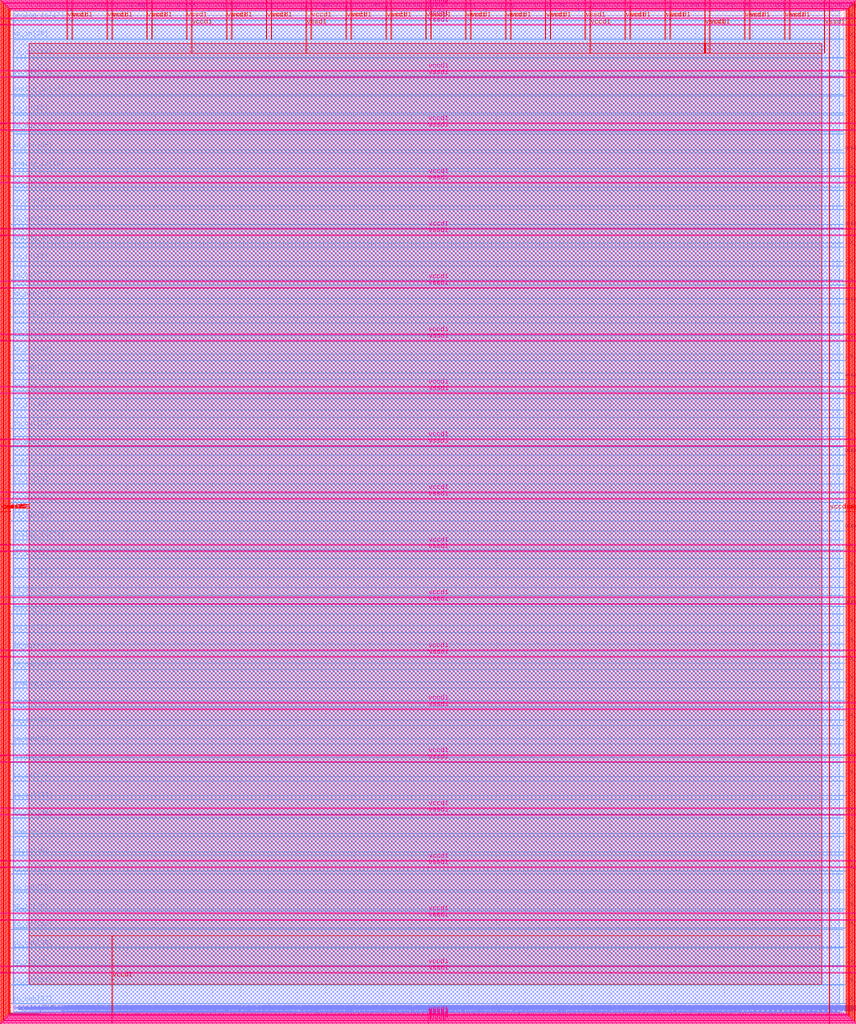
<source format=lef>
VERSION 5.7 ;
  NOWIREEXTENSIONATPIN ON ;
  DIVIDERCHAR "/" ;
  BUSBITCHARS "[]" ;
MACRO user_project_wrapper
  CLASS BLOCK ;
  FOREIGN user_project_wrapper ;
  ORIGIN 0.000 0.000 ;
  SIZE 2920.000 BY 3520.000 ;
  PIN analog_io[0]
    DIRECTION INOUT ;
    USE SIGNAL ;
    PORT
      LAYER met3 ;
        RECT 2917.600 1426.380 2924.800 1427.580 ;
    END
  END analog_io[0]
  PIN analog_io[10]
    DIRECTION INOUT ;
    USE SIGNAL ;
    PORT
      LAYER met2 ;
        RECT 2230.490 3517.600 2231.050 3524.800 ;
    END
  END analog_io[10]
  PIN analog_io[11]
    DIRECTION INOUT ;
    USE SIGNAL ;
    PORT
      LAYER met2 ;
        RECT 1905.730 3517.600 1906.290 3524.800 ;
    END
  END analog_io[11]
  PIN analog_io[12]
    DIRECTION INOUT ;
    USE SIGNAL ;
    PORT
      LAYER met2 ;
        RECT 1581.430 3517.600 1581.990 3524.800 ;
    END
  END analog_io[12]
  PIN analog_io[13]
    DIRECTION INOUT ;
    USE SIGNAL ;
    PORT
      LAYER met2 ;
        RECT 1257.130 3517.600 1257.690 3524.800 ;
    END
  END analog_io[13]
  PIN analog_io[14]
    DIRECTION INOUT ;
    USE SIGNAL ;
    PORT
      LAYER met2 ;
        RECT 932.370 3517.600 932.930 3524.800 ;
    END
  END analog_io[14]
  PIN analog_io[15]
    DIRECTION INOUT ;
    USE SIGNAL ;
    PORT
      LAYER met2 ;
        RECT 608.070 3517.600 608.630 3524.800 ;
    END
  END analog_io[15]
  PIN analog_io[16]
    DIRECTION INOUT ;
    USE SIGNAL ;
    PORT
      LAYER met2 ;
        RECT 283.770 3517.600 284.330 3524.800 ;
    END
  END analog_io[16]
  PIN analog_io[17]
    DIRECTION INOUT ;
    USE SIGNAL ;
    PORT
      LAYER met3 ;
        RECT -4.800 3486.100 2.400 3487.300 ;
    END
  END analog_io[17]
  PIN analog_io[18]
    DIRECTION INOUT ;
    USE SIGNAL ;
    PORT
      LAYER met3 ;
        RECT -4.800 3224.980 2.400 3226.180 ;
    END
  END analog_io[18]
  PIN analog_io[19]
    DIRECTION INOUT ;
    USE SIGNAL ;
    PORT
      LAYER met3 ;
        RECT -4.800 2964.540 2.400 2965.740 ;
    END
  END analog_io[19]
  PIN analog_io[1]
    DIRECTION INOUT ;
    USE SIGNAL ;
    PORT
      LAYER met3 ;
        RECT 2917.600 1692.260 2924.800 1693.460 ;
    END
  END analog_io[1]
  PIN analog_io[20]
    DIRECTION INOUT ;
    USE SIGNAL ;
    PORT
      LAYER met3 ;
        RECT -4.800 2703.420 2.400 2704.620 ;
    END
  END analog_io[20]
  PIN analog_io[21]
    DIRECTION INOUT ;
    USE SIGNAL ;
    PORT
      LAYER met3 ;
        RECT -4.800 2442.980 2.400 2444.180 ;
    END
  END analog_io[21]
  PIN analog_io[22]
    DIRECTION INOUT ;
    USE SIGNAL ;
    PORT
      LAYER met3 ;
        RECT -4.800 2182.540 2.400 2183.740 ;
    END
  END analog_io[22]
  PIN analog_io[23]
    DIRECTION INOUT ;
    USE SIGNAL ;
    PORT
      LAYER met3 ;
        RECT -4.800 1921.420 2.400 1922.620 ;
    END
  END analog_io[23]
  PIN analog_io[24]
    DIRECTION INOUT ;
    USE SIGNAL ;
    PORT
      LAYER met3 ;
        RECT -4.800 1660.980 2.400 1662.180 ;
    END
  END analog_io[24]
  PIN analog_io[25]
    DIRECTION INOUT ;
    USE SIGNAL ;
    PORT
      LAYER met3 ;
        RECT -4.800 1399.860 2.400 1401.060 ;
    END
  END analog_io[25]
  PIN analog_io[26]
    DIRECTION INOUT ;
    USE SIGNAL ;
    PORT
      LAYER met3 ;
        RECT -4.800 1139.420 2.400 1140.620 ;
    END
  END analog_io[26]
  PIN analog_io[27]
    DIRECTION INOUT ;
    USE SIGNAL ;
    PORT
      LAYER met3 ;
        RECT -4.800 878.980 2.400 880.180 ;
    END
  END analog_io[27]
  PIN analog_io[28]
    DIRECTION INOUT ;
    USE SIGNAL ;
    PORT
      LAYER met3 ;
        RECT -4.800 617.860 2.400 619.060 ;
    END
  END analog_io[28]
  PIN analog_io[2]
    DIRECTION INOUT ;
    USE SIGNAL ;
    PORT
      LAYER met3 ;
        RECT 2917.600 1958.140 2924.800 1959.340 ;
    END
  END analog_io[2]
  PIN analog_io[3]
    DIRECTION INOUT ;
    USE SIGNAL ;
    PORT
      LAYER met3 ;
        RECT 2917.600 2223.340 2924.800 2224.540 ;
    END
  END analog_io[3]
  PIN analog_io[4]
    DIRECTION INOUT ;
    USE SIGNAL ;
    PORT
      LAYER met3 ;
        RECT 2917.600 2489.220 2924.800 2490.420 ;
    END
  END analog_io[4]
  PIN analog_io[5]
    DIRECTION INOUT ;
    USE SIGNAL ;
    PORT
      LAYER met3 ;
        RECT 2917.600 2755.100 2924.800 2756.300 ;
    END
  END analog_io[5]
  PIN analog_io[6]
    DIRECTION INOUT ;
    USE SIGNAL ;
    PORT
      LAYER met3 ;
        RECT 2917.600 3020.300 2924.800 3021.500 ;
    END
  END analog_io[6]
  PIN analog_io[7]
    DIRECTION INOUT ;
    USE SIGNAL ;
    PORT
      LAYER met3 ;
        RECT 2917.600 3286.180 2924.800 3287.380 ;
    END
  END analog_io[7]
  PIN analog_io[8]
    DIRECTION INOUT ;
    USE SIGNAL ;
    PORT
      LAYER met2 ;
        RECT 2879.090 3517.600 2879.650 3524.800 ;
    END
  END analog_io[8]
  PIN analog_io[9]
    DIRECTION INOUT ;
    USE SIGNAL ;
    PORT
      LAYER met2 ;
        RECT 2554.790 3517.600 2555.350 3524.800 ;
    END
  END analog_io[9]
  PIN io_in[0]
    DIRECTION INPUT ;
    USE SIGNAL ;
    PORT
      LAYER met3 ;
        RECT 2917.600 32.380 2924.800 33.580 ;
    END
  END io_in[0]
  PIN io_in[10]
    DIRECTION INPUT ;
    USE SIGNAL ;
    PORT
      LAYER met3 ;
        RECT 2917.600 2289.980 2924.800 2291.180 ;
    END
  END io_in[10]
  PIN io_in[11]
    DIRECTION INPUT ;
    USE SIGNAL ;
    PORT
      LAYER met3 ;
        RECT 2917.600 2555.860 2924.800 2557.060 ;
    END
  END io_in[11]
  PIN io_in[12]
    DIRECTION INPUT ;
    USE SIGNAL ;
    PORT
      LAYER met3 ;
        RECT 2917.600 2821.060 2924.800 2822.260 ;
    END
  END io_in[12]
  PIN io_in[13]
    DIRECTION INPUT ;
    USE SIGNAL ;
    PORT
      LAYER met3 ;
        RECT 2917.600 3086.940 2924.800 3088.140 ;
    END
  END io_in[13]
  PIN io_in[14]
    DIRECTION INPUT ;
    USE SIGNAL ;
    PORT
      LAYER met3 ;
        RECT 2917.600 3352.820 2924.800 3354.020 ;
    END
  END io_in[14]
  PIN io_in[15]
    DIRECTION INPUT ;
    USE SIGNAL ;
    PORT
      LAYER met2 ;
        RECT 2798.130 3517.600 2798.690 3524.800 ;
    END
  END io_in[15]
  PIN io_in[16]
    DIRECTION INPUT ;
    USE SIGNAL ;
    PORT
      LAYER met2 ;
        RECT 2473.830 3517.600 2474.390 3524.800 ;
    END
  END io_in[16]
  PIN io_in[17]
    DIRECTION INPUT ;
    USE SIGNAL ;
    PORT
      LAYER met2 ;
        RECT 2149.070 3517.600 2149.630 3524.800 ;
    END
  END io_in[17]
  PIN io_in[18]
    DIRECTION INPUT ;
    USE SIGNAL ;
    PORT
      LAYER met2 ;
        RECT 1824.770 3517.600 1825.330 3524.800 ;
    END
  END io_in[18]
  PIN io_in[19]
    DIRECTION INPUT ;
    USE SIGNAL ;
    PORT
      LAYER met2 ;
        RECT 1500.470 3517.600 1501.030 3524.800 ;
    END
  END io_in[19]
  PIN io_in[1]
    DIRECTION INPUT ;
    USE SIGNAL ;
    PORT
      LAYER met3 ;
        RECT 2917.600 230.940 2924.800 232.140 ;
    END
  END io_in[1]
  PIN io_in[20]
    DIRECTION INPUT ;
    USE SIGNAL ;
    PORT
      LAYER met2 ;
        RECT 1175.710 3517.600 1176.270 3524.800 ;
    END
  END io_in[20]
  PIN io_in[21]
    DIRECTION INPUT ;
    USE SIGNAL ;
    PORT
      LAYER met2 ;
        RECT 851.410 3517.600 851.970 3524.800 ;
    END
  END io_in[21]
  PIN io_in[22]
    DIRECTION INPUT ;
    USE SIGNAL ;
    PORT
      LAYER met2 ;
        RECT 527.110 3517.600 527.670 3524.800 ;
    END
  END io_in[22]
  PIN io_in[23]
    DIRECTION INPUT ;
    USE SIGNAL ;
    PORT
      LAYER met2 ;
        RECT 202.350 3517.600 202.910 3524.800 ;
    END
  END io_in[23]
  PIN io_in[24]
    DIRECTION INPUT ;
    USE SIGNAL ;
    PORT
      LAYER met3 ;
        RECT -4.800 3420.820 2.400 3422.020 ;
    END
  END io_in[24]
  PIN io_in[25]
    DIRECTION INPUT ;
    USE SIGNAL ;
    PORT
      LAYER met3 ;
        RECT -4.800 3159.700 2.400 3160.900 ;
    END
  END io_in[25]
  PIN io_in[26]
    DIRECTION INPUT ;
    USE SIGNAL ;
    PORT
      LAYER met3 ;
        RECT -4.800 2899.260 2.400 2900.460 ;
    END
  END io_in[26]
  PIN io_in[27]
    DIRECTION INPUT ;
    USE SIGNAL ;
    PORT
      LAYER met3 ;
        RECT -4.800 2638.820 2.400 2640.020 ;
    END
  END io_in[27]
  PIN io_in[28]
    DIRECTION INPUT ;
    USE SIGNAL ;
    PORT
      LAYER met3 ;
        RECT -4.800 2377.700 2.400 2378.900 ;
    END
  END io_in[28]
  PIN io_in[29]
    DIRECTION INPUT ;
    USE SIGNAL ;
    PORT
      LAYER met3 ;
        RECT -4.800 2117.260 2.400 2118.460 ;
    END
  END io_in[29]
  PIN io_in[2]
    DIRECTION INPUT ;
    USE SIGNAL ;
    PORT
      LAYER met3 ;
        RECT 2917.600 430.180 2924.800 431.380 ;
    END
  END io_in[2]
  PIN io_in[30]
    DIRECTION INPUT ;
    USE SIGNAL ;
    PORT
      LAYER met3 ;
        RECT -4.800 1856.140 2.400 1857.340 ;
    END
  END io_in[30]
  PIN io_in[31]
    DIRECTION INPUT ;
    USE SIGNAL ;
    PORT
      LAYER met3 ;
        RECT -4.800 1595.700 2.400 1596.900 ;
    END
  END io_in[31]
  PIN io_in[32]
    DIRECTION INPUT ;
    USE SIGNAL ;
    PORT
      LAYER met3 ;
        RECT -4.800 1335.260 2.400 1336.460 ;
    END
  END io_in[32]
  PIN io_in[33]
    DIRECTION INPUT ;
    USE SIGNAL ;
    PORT
      LAYER met3 ;
        RECT -4.800 1074.140 2.400 1075.340 ;
    END
  END io_in[33]
  PIN io_in[34]
    DIRECTION INPUT ;
    USE SIGNAL ;
    PORT
      LAYER met3 ;
        RECT -4.800 813.700 2.400 814.900 ;
    END
  END io_in[34]
  PIN io_in[35]
    DIRECTION INPUT ;
    USE SIGNAL ;
    PORT
      LAYER met3 ;
        RECT -4.800 552.580 2.400 553.780 ;
    END
  END io_in[35]
  PIN io_in[36]
    DIRECTION INPUT ;
    USE SIGNAL ;
    PORT
      LAYER met3 ;
        RECT -4.800 357.420 2.400 358.620 ;
    END
  END io_in[36]
  PIN io_in[37]
    DIRECTION INPUT ;
    USE SIGNAL ;
    PORT
      LAYER met3 ;
        RECT -4.800 161.580 2.400 162.780 ;
    END
  END io_in[37]
  PIN io_in[3]
    DIRECTION INPUT ;
    USE SIGNAL ;
    PORT
      LAYER met3 ;
        RECT 2917.600 629.420 2924.800 630.620 ;
    END
  END io_in[3]
  PIN io_in[4]
    DIRECTION INPUT ;
    USE SIGNAL ;
    PORT
      LAYER met3 ;
        RECT 2917.600 828.660 2924.800 829.860 ;
    END
  END io_in[4]
  PIN io_in[5]
    DIRECTION INPUT ;
    USE SIGNAL ;
    PORT
      LAYER met3 ;
        RECT 2917.600 1027.900 2924.800 1029.100 ;
    END
  END io_in[5]
  PIN io_in[6]
    DIRECTION INPUT ;
    USE SIGNAL ;
    PORT
      LAYER met3 ;
        RECT 2917.600 1227.140 2924.800 1228.340 ;
    END
  END io_in[6]
  PIN io_in[7]
    DIRECTION INPUT ;
    USE SIGNAL ;
    PORT
      LAYER met3 ;
        RECT 2917.600 1493.020 2924.800 1494.220 ;
    END
  END io_in[7]
  PIN io_in[8]
    DIRECTION INPUT ;
    USE SIGNAL ;
    PORT
      LAYER met3 ;
        RECT 2917.600 1758.900 2924.800 1760.100 ;
    END
  END io_in[8]
  PIN io_in[9]
    DIRECTION INPUT ;
    USE SIGNAL ;
    PORT
      LAYER met3 ;
        RECT 2917.600 2024.100 2924.800 2025.300 ;
    END
  END io_in[9]
  PIN io_oeb[0]
    DIRECTION OUTPUT TRISTATE ;
    USE SIGNAL ;
    PORT
      LAYER met3 ;
        RECT 2917.600 164.980 2924.800 166.180 ;
    END
  END io_oeb[0]
  PIN io_oeb[10]
    DIRECTION OUTPUT TRISTATE ;
    USE SIGNAL ;
    PORT
      LAYER met3 ;
        RECT 2917.600 2422.580 2924.800 2423.780 ;
    END
  END io_oeb[10]
  PIN io_oeb[11]
    DIRECTION OUTPUT TRISTATE ;
    USE SIGNAL ;
    PORT
      LAYER met3 ;
        RECT 2917.600 2688.460 2924.800 2689.660 ;
    END
  END io_oeb[11]
  PIN io_oeb[12]
    DIRECTION OUTPUT TRISTATE ;
    USE SIGNAL ;
    PORT
      LAYER met3 ;
        RECT 2917.600 2954.340 2924.800 2955.540 ;
    END
  END io_oeb[12]
  PIN io_oeb[13]
    DIRECTION OUTPUT TRISTATE ;
    USE SIGNAL ;
    PORT
      LAYER met3 ;
        RECT 2917.600 3219.540 2924.800 3220.740 ;
    END
  END io_oeb[13]
  PIN io_oeb[14]
    DIRECTION OUTPUT TRISTATE ;
    USE SIGNAL ;
    PORT
      LAYER met3 ;
        RECT 2917.600 3485.420 2924.800 3486.620 ;
    END
  END io_oeb[14]
  PIN io_oeb[15]
    DIRECTION OUTPUT TRISTATE ;
    USE SIGNAL ;
    PORT
      LAYER met2 ;
        RECT 2635.750 3517.600 2636.310 3524.800 ;
    END
  END io_oeb[15]
  PIN io_oeb[16]
    DIRECTION OUTPUT TRISTATE ;
    USE SIGNAL ;
    PORT
      LAYER met2 ;
        RECT 2311.450 3517.600 2312.010 3524.800 ;
    END
  END io_oeb[16]
  PIN io_oeb[17]
    DIRECTION OUTPUT TRISTATE ;
    USE SIGNAL ;
    PORT
      LAYER met2 ;
        RECT 1987.150 3517.600 1987.710 3524.800 ;
    END
  END io_oeb[17]
  PIN io_oeb[18]
    DIRECTION OUTPUT TRISTATE ;
    USE SIGNAL ;
    PORT
      LAYER met2 ;
        RECT 1662.390 3517.600 1662.950 3524.800 ;
    END
  END io_oeb[18]
  PIN io_oeb[19]
    DIRECTION OUTPUT TRISTATE ;
    USE SIGNAL ;
    PORT
      LAYER met2 ;
        RECT 1338.090 3517.600 1338.650 3524.800 ;
    END
  END io_oeb[19]
  PIN io_oeb[1]
    DIRECTION OUTPUT TRISTATE ;
    USE SIGNAL ;
    PORT
      LAYER met3 ;
        RECT 2917.600 364.220 2924.800 365.420 ;
    END
  END io_oeb[1]
  PIN io_oeb[20]
    DIRECTION OUTPUT TRISTATE ;
    USE SIGNAL ;
    PORT
      LAYER met2 ;
        RECT 1013.790 3517.600 1014.350 3524.800 ;
    END
  END io_oeb[20]
  PIN io_oeb[21]
    DIRECTION OUTPUT TRISTATE ;
    USE SIGNAL ;
    PORT
      LAYER met2 ;
        RECT 689.030 3517.600 689.590 3524.800 ;
    END
  END io_oeb[21]
  PIN io_oeb[22]
    DIRECTION OUTPUT TRISTATE ;
    USE SIGNAL ;
    PORT
      LAYER met2 ;
        RECT 364.730 3517.600 365.290 3524.800 ;
    END
  END io_oeb[22]
  PIN io_oeb[23]
    DIRECTION OUTPUT TRISTATE ;
    USE SIGNAL ;
    PORT
      LAYER met2 ;
        RECT 40.430 3517.600 40.990 3524.800 ;
    END
  END io_oeb[23]
  PIN io_oeb[24]
    DIRECTION OUTPUT TRISTATE ;
    USE SIGNAL ;
    PORT
      LAYER met3 ;
        RECT -4.800 3290.260 2.400 3291.460 ;
    END
  END io_oeb[24]
  PIN io_oeb[25]
    DIRECTION OUTPUT TRISTATE ;
    USE SIGNAL ;
    PORT
      LAYER met3 ;
        RECT -4.800 3029.820 2.400 3031.020 ;
    END
  END io_oeb[25]
  PIN io_oeb[26]
    DIRECTION OUTPUT TRISTATE ;
    USE SIGNAL ;
    PORT
      LAYER met3 ;
        RECT -4.800 2768.700 2.400 2769.900 ;
    END
  END io_oeb[26]
  PIN io_oeb[27]
    DIRECTION OUTPUT TRISTATE ;
    USE SIGNAL ;
    PORT
      LAYER met3 ;
        RECT -4.800 2508.260 2.400 2509.460 ;
    END
  END io_oeb[27]
  PIN io_oeb[28]
    DIRECTION OUTPUT TRISTATE ;
    USE SIGNAL ;
    PORT
      LAYER met3 ;
        RECT -4.800 2247.140 2.400 2248.340 ;
    END
  END io_oeb[28]
  PIN io_oeb[29]
    DIRECTION OUTPUT TRISTATE ;
    USE SIGNAL ;
    PORT
      LAYER met3 ;
        RECT -4.800 1986.700 2.400 1987.900 ;
    END
  END io_oeb[29]
  PIN io_oeb[2]
    DIRECTION OUTPUT TRISTATE ;
    USE SIGNAL ;
    PORT
      LAYER met3 ;
        RECT 2917.600 563.460 2924.800 564.660 ;
    END
  END io_oeb[2]
  PIN io_oeb[30]
    DIRECTION OUTPUT TRISTATE ;
    USE SIGNAL ;
    PORT
      LAYER met3 ;
        RECT -4.800 1726.260 2.400 1727.460 ;
    END
  END io_oeb[30]
  PIN io_oeb[31]
    DIRECTION OUTPUT TRISTATE ;
    USE SIGNAL ;
    PORT
      LAYER met3 ;
        RECT -4.800 1465.140 2.400 1466.340 ;
    END
  END io_oeb[31]
  PIN io_oeb[32]
    DIRECTION OUTPUT TRISTATE ;
    USE SIGNAL ;
    PORT
      LAYER met3 ;
        RECT -4.800 1204.700 2.400 1205.900 ;
    END
  END io_oeb[32]
  PIN io_oeb[33]
    DIRECTION OUTPUT TRISTATE ;
    USE SIGNAL ;
    PORT
      LAYER met3 ;
        RECT -4.800 943.580 2.400 944.780 ;
    END
  END io_oeb[33]
  PIN io_oeb[34]
    DIRECTION OUTPUT TRISTATE ;
    USE SIGNAL ;
    PORT
      LAYER met3 ;
        RECT -4.800 683.140 2.400 684.340 ;
    END
  END io_oeb[34]
  PIN io_oeb[35]
    DIRECTION OUTPUT TRISTATE ;
    USE SIGNAL ;
    PORT
      LAYER met3 ;
        RECT -4.800 422.700 2.400 423.900 ;
    END
  END io_oeb[35]
  PIN io_oeb[36]
    DIRECTION OUTPUT TRISTATE ;
    USE SIGNAL ;
    PORT
      LAYER met3 ;
        RECT -4.800 226.860 2.400 228.060 ;
    END
  END io_oeb[36]
  PIN io_oeb[37]
    DIRECTION OUTPUT TRISTATE ;
    USE SIGNAL ;
    PORT
      LAYER met3 ;
        RECT -4.800 31.700 2.400 32.900 ;
    END
  END io_oeb[37]
  PIN io_oeb[3]
    DIRECTION OUTPUT TRISTATE ;
    USE SIGNAL ;
    PORT
      LAYER met3 ;
        RECT 2917.600 762.700 2924.800 763.900 ;
    END
  END io_oeb[3]
  PIN io_oeb[4]
    DIRECTION OUTPUT TRISTATE ;
    USE SIGNAL ;
    PORT
      LAYER met3 ;
        RECT 2917.600 961.940 2924.800 963.140 ;
    END
  END io_oeb[4]
  PIN io_oeb[5]
    DIRECTION OUTPUT TRISTATE ;
    USE SIGNAL ;
    PORT
      LAYER met3 ;
        RECT 2917.600 1161.180 2924.800 1162.380 ;
    END
  END io_oeb[5]
  PIN io_oeb[6]
    DIRECTION OUTPUT TRISTATE ;
    USE SIGNAL ;
    PORT
      LAYER met3 ;
        RECT 2917.600 1360.420 2924.800 1361.620 ;
    END
  END io_oeb[6]
  PIN io_oeb[7]
    DIRECTION OUTPUT TRISTATE ;
    USE SIGNAL ;
    PORT
      LAYER met3 ;
        RECT 2917.600 1625.620 2924.800 1626.820 ;
    END
  END io_oeb[7]
  PIN io_oeb[8]
    DIRECTION OUTPUT TRISTATE ;
    USE SIGNAL ;
    PORT
      LAYER met3 ;
        RECT 2917.600 1891.500 2924.800 1892.700 ;
    END
  END io_oeb[8]
  PIN io_oeb[9]
    DIRECTION OUTPUT TRISTATE ;
    USE SIGNAL ;
    PORT
      LAYER met3 ;
        RECT 2917.600 2157.380 2924.800 2158.580 ;
    END
  END io_oeb[9]
  PIN io_out[0]
    DIRECTION OUTPUT TRISTATE ;
    USE SIGNAL ;
    PORT
      LAYER met3 ;
        RECT 2917.600 98.340 2924.800 99.540 ;
    END
  END io_out[0]
  PIN io_out[10]
    DIRECTION OUTPUT TRISTATE ;
    USE SIGNAL ;
    PORT
      LAYER met3 ;
        RECT 2917.600 2356.620 2924.800 2357.820 ;
    END
  END io_out[10]
  PIN io_out[11]
    DIRECTION OUTPUT TRISTATE ;
    USE SIGNAL ;
    PORT
      LAYER met3 ;
        RECT 2917.600 2621.820 2924.800 2623.020 ;
    END
  END io_out[11]
  PIN io_out[12]
    DIRECTION OUTPUT TRISTATE ;
    USE SIGNAL ;
    PORT
      LAYER met3 ;
        RECT 2917.600 2887.700 2924.800 2888.900 ;
    END
  END io_out[12]
  PIN io_out[13]
    DIRECTION OUTPUT TRISTATE ;
    USE SIGNAL ;
    PORT
      LAYER met3 ;
        RECT 2917.600 3153.580 2924.800 3154.780 ;
    END
  END io_out[13]
  PIN io_out[14]
    DIRECTION OUTPUT TRISTATE ;
    USE SIGNAL ;
    PORT
      LAYER met3 ;
        RECT 2917.600 3418.780 2924.800 3419.980 ;
    END
  END io_out[14]
  PIN io_out[15]
    DIRECTION OUTPUT TRISTATE ;
    USE SIGNAL ;
    PORT
      LAYER met2 ;
        RECT 2717.170 3517.600 2717.730 3524.800 ;
    END
  END io_out[15]
  PIN io_out[16]
    DIRECTION OUTPUT TRISTATE ;
    USE SIGNAL ;
    PORT
      LAYER met2 ;
        RECT 2392.410 3517.600 2392.970 3524.800 ;
    END
  END io_out[16]
  PIN io_out[17]
    DIRECTION OUTPUT TRISTATE ;
    USE SIGNAL ;
    PORT
      LAYER met2 ;
        RECT 2068.110 3517.600 2068.670 3524.800 ;
    END
  END io_out[17]
  PIN io_out[18]
    DIRECTION OUTPUT TRISTATE ;
    USE SIGNAL ;
    PORT
      LAYER met2 ;
        RECT 1743.810 3517.600 1744.370 3524.800 ;
    END
  END io_out[18]
  PIN io_out[19]
    DIRECTION OUTPUT TRISTATE ;
    USE SIGNAL ;
    PORT
      LAYER met2 ;
        RECT 1419.050 3517.600 1419.610 3524.800 ;
    END
  END io_out[19]
  PIN io_out[1]
    DIRECTION OUTPUT TRISTATE ;
    USE SIGNAL ;
    PORT
      LAYER met3 ;
        RECT 2917.600 297.580 2924.800 298.780 ;
    END
  END io_out[1]
  PIN io_out[20]
    DIRECTION OUTPUT TRISTATE ;
    USE SIGNAL ;
    PORT
      LAYER met2 ;
        RECT 1094.750 3517.600 1095.310 3524.800 ;
    END
  END io_out[20]
  PIN io_out[21]
    DIRECTION OUTPUT TRISTATE ;
    USE SIGNAL ;
    PORT
      LAYER met2 ;
        RECT 770.450 3517.600 771.010 3524.800 ;
    END
  END io_out[21]
  PIN io_out[22]
    DIRECTION OUTPUT TRISTATE ;
    USE SIGNAL ;
    PORT
      LAYER met2 ;
        RECT 445.690 3517.600 446.250 3524.800 ;
    END
  END io_out[22]
  PIN io_out[23]
    DIRECTION OUTPUT TRISTATE ;
    USE SIGNAL ;
    PORT
      LAYER met2 ;
        RECT 121.390 3517.600 121.950 3524.800 ;
    END
  END io_out[23]
  PIN io_out[24]
    DIRECTION OUTPUT TRISTATE ;
    USE SIGNAL ;
    PORT
      LAYER met3 ;
        RECT -4.800 3355.540 2.400 3356.740 ;
    END
  END io_out[24]
  PIN io_out[25]
    DIRECTION OUTPUT TRISTATE ;
    USE SIGNAL ;
    PORT
      LAYER met3 ;
        RECT -4.800 3095.100 2.400 3096.300 ;
    END
  END io_out[25]
  PIN io_out[26]
    DIRECTION OUTPUT TRISTATE ;
    USE SIGNAL ;
    PORT
      LAYER met3 ;
        RECT -4.800 2833.980 2.400 2835.180 ;
    END
  END io_out[26]
  PIN io_out[27]
    DIRECTION OUTPUT TRISTATE ;
    USE SIGNAL ;
    PORT
      LAYER met3 ;
        RECT -4.800 2573.540 2.400 2574.740 ;
    END
  END io_out[27]
  PIN io_out[28]
    DIRECTION OUTPUT TRISTATE ;
    USE SIGNAL ;
    PORT
      LAYER met3 ;
        RECT -4.800 2312.420 2.400 2313.620 ;
    END
  END io_out[28]
  PIN io_out[29]
    DIRECTION OUTPUT TRISTATE ;
    USE SIGNAL ;
    PORT
      LAYER met3 ;
        RECT -4.800 2051.980 2.400 2053.180 ;
    END
  END io_out[29]
  PIN io_out[2]
    DIRECTION OUTPUT TRISTATE ;
    USE SIGNAL ;
    PORT
      LAYER met3 ;
        RECT 2917.600 496.820 2924.800 498.020 ;
    END
  END io_out[2]
  PIN io_out[30]
    DIRECTION OUTPUT TRISTATE ;
    USE SIGNAL ;
    PORT
      LAYER met3 ;
        RECT -4.800 1791.540 2.400 1792.740 ;
    END
  END io_out[30]
  PIN io_out[31]
    DIRECTION OUTPUT TRISTATE ;
    USE SIGNAL ;
    PORT
      LAYER met3 ;
        RECT -4.800 1530.420 2.400 1531.620 ;
    END
  END io_out[31]
  PIN io_out[32]
    DIRECTION OUTPUT TRISTATE ;
    USE SIGNAL ;
    PORT
      LAYER met3 ;
        RECT -4.800 1269.980 2.400 1271.180 ;
    END
  END io_out[32]
  PIN io_out[33]
    DIRECTION OUTPUT TRISTATE ;
    USE SIGNAL ;
    PORT
      LAYER met3 ;
        RECT -4.800 1008.860 2.400 1010.060 ;
    END
  END io_out[33]
  PIN io_out[34]
    DIRECTION OUTPUT TRISTATE ;
    USE SIGNAL ;
    PORT
      LAYER met3 ;
        RECT -4.800 748.420 2.400 749.620 ;
    END
  END io_out[34]
  PIN io_out[35]
    DIRECTION OUTPUT TRISTATE ;
    USE SIGNAL ;
    PORT
      LAYER met3 ;
        RECT -4.800 487.300 2.400 488.500 ;
    END
  END io_out[35]
  PIN io_out[36]
    DIRECTION OUTPUT TRISTATE ;
    USE SIGNAL ;
    PORT
      LAYER met3 ;
        RECT -4.800 292.140 2.400 293.340 ;
    END
  END io_out[36]
  PIN io_out[37]
    DIRECTION OUTPUT TRISTATE ;
    USE SIGNAL ;
    PORT
      LAYER met3 ;
        RECT -4.800 96.300 2.400 97.500 ;
    END
  END io_out[37]
  PIN io_out[3]
    DIRECTION OUTPUT TRISTATE ;
    USE SIGNAL ;
    PORT
      LAYER met3 ;
        RECT 2917.600 696.060 2924.800 697.260 ;
    END
  END io_out[3]
  PIN io_out[4]
    DIRECTION OUTPUT TRISTATE ;
    USE SIGNAL ;
    PORT
      LAYER met3 ;
        RECT 2917.600 895.300 2924.800 896.500 ;
    END
  END io_out[4]
  PIN io_out[5]
    DIRECTION OUTPUT TRISTATE ;
    USE SIGNAL ;
    PORT
      LAYER met3 ;
        RECT 2917.600 1094.540 2924.800 1095.740 ;
    END
  END io_out[5]
  PIN io_out[6]
    DIRECTION OUTPUT TRISTATE ;
    USE SIGNAL ;
    PORT
      LAYER met3 ;
        RECT 2917.600 1293.780 2924.800 1294.980 ;
    END
  END io_out[6]
  PIN io_out[7]
    DIRECTION OUTPUT TRISTATE ;
    USE SIGNAL ;
    PORT
      LAYER met3 ;
        RECT 2917.600 1559.660 2924.800 1560.860 ;
    END
  END io_out[7]
  PIN io_out[8]
    DIRECTION OUTPUT TRISTATE ;
    USE SIGNAL ;
    PORT
      LAYER met3 ;
        RECT 2917.600 1824.860 2924.800 1826.060 ;
    END
  END io_out[8]
  PIN io_out[9]
    DIRECTION OUTPUT TRISTATE ;
    USE SIGNAL ;
    PORT
      LAYER met3 ;
        RECT 2917.600 2090.740 2924.800 2091.940 ;
    END
  END io_out[9]
  PIN la_data_in[0]
    DIRECTION INPUT ;
    USE SIGNAL ;
    PORT
      LAYER met2 ;
        RECT 629.230 -4.800 629.790 2.400 ;
    END
  END la_data_in[0]
  PIN la_data_in[100]
    DIRECTION INPUT ;
    USE SIGNAL ;
    PORT
      LAYER met2 ;
        RECT 2402.530 -4.800 2403.090 2.400 ;
    END
  END la_data_in[100]
  PIN la_data_in[101]
    DIRECTION INPUT ;
    USE SIGNAL ;
    PORT
      LAYER met2 ;
        RECT 2420.010 -4.800 2420.570 2.400 ;
    END
  END la_data_in[101]
  PIN la_data_in[102]
    DIRECTION INPUT ;
    USE SIGNAL ;
    PORT
      LAYER met2 ;
        RECT 2437.950 -4.800 2438.510 2.400 ;
    END
  END la_data_in[102]
  PIN la_data_in[103]
    DIRECTION INPUT ;
    USE SIGNAL ;
    PORT
      LAYER met2 ;
        RECT 2455.430 -4.800 2455.990 2.400 ;
    END
  END la_data_in[103]
  PIN la_data_in[104]
    DIRECTION INPUT ;
    USE SIGNAL ;
    PORT
      LAYER met2 ;
        RECT 2473.370 -4.800 2473.930 2.400 ;
    END
  END la_data_in[104]
  PIN la_data_in[105]
    DIRECTION INPUT ;
    USE SIGNAL ;
    PORT
      LAYER met2 ;
        RECT 2490.850 -4.800 2491.410 2.400 ;
    END
  END la_data_in[105]
  PIN la_data_in[106]
    DIRECTION INPUT ;
    USE SIGNAL ;
    PORT
      LAYER met2 ;
        RECT 2508.790 -4.800 2509.350 2.400 ;
    END
  END la_data_in[106]
  PIN la_data_in[107]
    DIRECTION INPUT ;
    USE SIGNAL ;
    PORT
      LAYER met2 ;
        RECT 2526.730 -4.800 2527.290 2.400 ;
    END
  END la_data_in[107]
  PIN la_data_in[108]
    DIRECTION INPUT ;
    USE SIGNAL ;
    PORT
      LAYER met2 ;
        RECT 2544.210 -4.800 2544.770 2.400 ;
    END
  END la_data_in[108]
  PIN la_data_in[109]
    DIRECTION INPUT ;
    USE SIGNAL ;
    PORT
      LAYER met2 ;
        RECT 2562.150 -4.800 2562.710 2.400 ;
    END
  END la_data_in[109]
  PIN la_data_in[10]
    DIRECTION INPUT ;
    USE SIGNAL ;
    PORT
      LAYER met2 ;
        RECT 806.330 -4.800 806.890 2.400 ;
    END
  END la_data_in[10]
  PIN la_data_in[110]
    DIRECTION INPUT ;
    USE SIGNAL ;
    PORT
      LAYER met2 ;
        RECT 2579.630 -4.800 2580.190 2.400 ;
    END
  END la_data_in[110]
  PIN la_data_in[111]
    DIRECTION INPUT ;
    USE SIGNAL ;
    PORT
      LAYER met2 ;
        RECT 2597.570 -4.800 2598.130 2.400 ;
    END
  END la_data_in[111]
  PIN la_data_in[112]
    DIRECTION INPUT ;
    USE SIGNAL ;
    PORT
      LAYER met2 ;
        RECT 2615.050 -4.800 2615.610 2.400 ;
    END
  END la_data_in[112]
  PIN la_data_in[113]
    DIRECTION INPUT ;
    USE SIGNAL ;
    PORT
      LAYER met2 ;
        RECT 2632.990 -4.800 2633.550 2.400 ;
    END
  END la_data_in[113]
  PIN la_data_in[114]
    DIRECTION INPUT ;
    USE SIGNAL ;
    PORT
      LAYER met2 ;
        RECT 2650.470 -4.800 2651.030 2.400 ;
    END
  END la_data_in[114]
  PIN la_data_in[115]
    DIRECTION INPUT ;
    USE SIGNAL ;
    PORT
      LAYER met2 ;
        RECT 2668.410 -4.800 2668.970 2.400 ;
    END
  END la_data_in[115]
  PIN la_data_in[116]
    DIRECTION INPUT ;
    USE SIGNAL ;
    PORT
      LAYER met2 ;
        RECT 2685.890 -4.800 2686.450 2.400 ;
    END
  END la_data_in[116]
  PIN la_data_in[117]
    DIRECTION INPUT ;
    USE SIGNAL ;
    PORT
      LAYER met2 ;
        RECT 2703.830 -4.800 2704.390 2.400 ;
    END
  END la_data_in[117]
  PIN la_data_in[118]
    DIRECTION INPUT ;
    USE SIGNAL ;
    PORT
      LAYER met2 ;
        RECT 2721.770 -4.800 2722.330 2.400 ;
    END
  END la_data_in[118]
  PIN la_data_in[119]
    DIRECTION INPUT ;
    USE SIGNAL ;
    PORT
      LAYER met2 ;
        RECT 2739.250 -4.800 2739.810 2.400 ;
    END
  END la_data_in[119]
  PIN la_data_in[11]
    DIRECTION INPUT ;
    USE SIGNAL ;
    PORT
      LAYER met2 ;
        RECT 824.270 -4.800 824.830 2.400 ;
    END
  END la_data_in[11]
  PIN la_data_in[120]
    DIRECTION INPUT ;
    USE SIGNAL ;
    PORT
      LAYER met2 ;
        RECT 2757.190 -4.800 2757.750 2.400 ;
    END
  END la_data_in[120]
  PIN la_data_in[121]
    DIRECTION INPUT ;
    USE SIGNAL ;
    PORT
      LAYER met2 ;
        RECT 2774.670 -4.800 2775.230 2.400 ;
    END
  END la_data_in[121]
  PIN la_data_in[122]
    DIRECTION INPUT ;
    USE SIGNAL ;
    PORT
      LAYER met2 ;
        RECT 2792.610 -4.800 2793.170 2.400 ;
    END
  END la_data_in[122]
  PIN la_data_in[123]
    DIRECTION INPUT ;
    USE SIGNAL ;
    PORT
      LAYER met2 ;
        RECT 2810.090 -4.800 2810.650 2.400 ;
    END
  END la_data_in[123]
  PIN la_data_in[124]
    DIRECTION INPUT ;
    USE SIGNAL ;
    PORT
      LAYER met2 ;
        RECT 2828.030 -4.800 2828.590 2.400 ;
    END
  END la_data_in[124]
  PIN la_data_in[125]
    DIRECTION INPUT ;
    USE SIGNAL ;
    PORT
      LAYER met2 ;
        RECT 2845.510 -4.800 2846.070 2.400 ;
    END
  END la_data_in[125]
  PIN la_data_in[126]
    DIRECTION INPUT ;
    USE SIGNAL ;
    PORT
      LAYER met2 ;
        RECT 2863.450 -4.800 2864.010 2.400 ;
    END
  END la_data_in[126]
  PIN la_data_in[127]
    DIRECTION INPUT ;
    USE SIGNAL ;
    PORT
      LAYER met2 ;
        RECT 2881.390 -4.800 2881.950 2.400 ;
    END
  END la_data_in[127]
  PIN la_data_in[12]
    DIRECTION INPUT ;
    USE SIGNAL ;
    PORT
      LAYER met2 ;
        RECT 841.750 -4.800 842.310 2.400 ;
    END
  END la_data_in[12]
  PIN la_data_in[13]
    DIRECTION INPUT ;
    USE SIGNAL ;
    PORT
      LAYER met2 ;
        RECT 859.690 -4.800 860.250 2.400 ;
    END
  END la_data_in[13]
  PIN la_data_in[14]
    DIRECTION INPUT ;
    USE SIGNAL ;
    PORT
      LAYER met2 ;
        RECT 877.170 -4.800 877.730 2.400 ;
    END
  END la_data_in[14]
  PIN la_data_in[15]
    DIRECTION INPUT ;
    USE SIGNAL ;
    PORT
      LAYER met2 ;
        RECT 895.110 -4.800 895.670 2.400 ;
    END
  END la_data_in[15]
  PIN la_data_in[16]
    DIRECTION INPUT ;
    USE SIGNAL ;
    PORT
      LAYER met2 ;
        RECT 912.590 -4.800 913.150 2.400 ;
    END
  END la_data_in[16]
  PIN la_data_in[17]
    DIRECTION INPUT ;
    USE SIGNAL ;
    PORT
      LAYER met2 ;
        RECT 930.530 -4.800 931.090 2.400 ;
    END
  END la_data_in[17]
  PIN la_data_in[18]
    DIRECTION INPUT ;
    USE SIGNAL ;
    PORT
      LAYER met2 ;
        RECT 948.470 -4.800 949.030 2.400 ;
    END
  END la_data_in[18]
  PIN la_data_in[19]
    DIRECTION INPUT ;
    USE SIGNAL ;
    PORT
      LAYER met2 ;
        RECT 965.950 -4.800 966.510 2.400 ;
    END
  END la_data_in[19]
  PIN la_data_in[1]
    DIRECTION INPUT ;
    USE SIGNAL ;
    PORT
      LAYER met2 ;
        RECT 646.710 -4.800 647.270 2.400 ;
    END
  END la_data_in[1]
  PIN la_data_in[20]
    DIRECTION INPUT ;
    USE SIGNAL ;
    PORT
      LAYER met2 ;
        RECT 983.890 -4.800 984.450 2.400 ;
    END
  END la_data_in[20]
  PIN la_data_in[21]
    DIRECTION INPUT ;
    USE SIGNAL ;
    PORT
      LAYER met2 ;
        RECT 1001.370 -4.800 1001.930 2.400 ;
    END
  END la_data_in[21]
  PIN la_data_in[22]
    DIRECTION INPUT ;
    USE SIGNAL ;
    PORT
      LAYER met2 ;
        RECT 1019.310 -4.800 1019.870 2.400 ;
    END
  END la_data_in[22]
  PIN la_data_in[23]
    DIRECTION INPUT ;
    USE SIGNAL ;
    PORT
      LAYER met2 ;
        RECT 1036.790 -4.800 1037.350 2.400 ;
    END
  END la_data_in[23]
  PIN la_data_in[24]
    DIRECTION INPUT ;
    USE SIGNAL ;
    PORT
      LAYER met2 ;
        RECT 1054.730 -4.800 1055.290 2.400 ;
    END
  END la_data_in[24]
  PIN la_data_in[25]
    DIRECTION INPUT ;
    USE SIGNAL ;
    PORT
      LAYER met2 ;
        RECT 1072.210 -4.800 1072.770 2.400 ;
    END
  END la_data_in[25]
  PIN la_data_in[26]
    DIRECTION INPUT ;
    USE SIGNAL ;
    PORT
      LAYER met2 ;
        RECT 1090.150 -4.800 1090.710 2.400 ;
    END
  END la_data_in[26]
  PIN la_data_in[27]
    DIRECTION INPUT ;
    USE SIGNAL ;
    PORT
      LAYER met2 ;
        RECT 1107.630 -4.800 1108.190 2.400 ;
    END
  END la_data_in[27]
  PIN la_data_in[28]
    DIRECTION INPUT ;
    USE SIGNAL ;
    PORT
      LAYER met2 ;
        RECT 1125.570 -4.800 1126.130 2.400 ;
    END
  END la_data_in[28]
  PIN la_data_in[29]
    DIRECTION INPUT ;
    USE SIGNAL ;
    PORT
      LAYER met2 ;
        RECT 1143.510 -4.800 1144.070 2.400 ;
    END
  END la_data_in[29]
  PIN la_data_in[2]
    DIRECTION INPUT ;
    USE SIGNAL ;
    PORT
      LAYER met2 ;
        RECT 664.650 -4.800 665.210 2.400 ;
    END
  END la_data_in[2]
  PIN la_data_in[30]
    DIRECTION INPUT ;
    USE SIGNAL ;
    PORT
      LAYER met2 ;
        RECT 1160.990 -4.800 1161.550 2.400 ;
    END
  END la_data_in[30]
  PIN la_data_in[31]
    DIRECTION INPUT ;
    USE SIGNAL ;
    PORT
      LAYER met2 ;
        RECT 1178.930 -4.800 1179.490 2.400 ;
    END
  END la_data_in[31]
  PIN la_data_in[32]
    DIRECTION INPUT ;
    USE SIGNAL ;
    PORT
      LAYER met2 ;
        RECT 1196.410 -4.800 1196.970 2.400 ;
    END
  END la_data_in[32]
  PIN la_data_in[33]
    DIRECTION INPUT ;
    USE SIGNAL ;
    PORT
      LAYER met2 ;
        RECT 1214.350 -4.800 1214.910 2.400 ;
    END
  END la_data_in[33]
  PIN la_data_in[34]
    DIRECTION INPUT ;
    USE SIGNAL ;
    PORT
      LAYER met2 ;
        RECT 1231.830 -4.800 1232.390 2.400 ;
    END
  END la_data_in[34]
  PIN la_data_in[35]
    DIRECTION INPUT ;
    USE SIGNAL ;
    PORT
      LAYER met2 ;
        RECT 1249.770 -4.800 1250.330 2.400 ;
    END
  END la_data_in[35]
  PIN la_data_in[36]
    DIRECTION INPUT ;
    USE SIGNAL ;
    PORT
      LAYER met2 ;
        RECT 1267.250 -4.800 1267.810 2.400 ;
    END
  END la_data_in[36]
  PIN la_data_in[37]
    DIRECTION INPUT ;
    USE SIGNAL ;
    PORT
      LAYER met2 ;
        RECT 1285.190 -4.800 1285.750 2.400 ;
    END
  END la_data_in[37]
  PIN la_data_in[38]
    DIRECTION INPUT ;
    USE SIGNAL ;
    PORT
      LAYER met2 ;
        RECT 1303.130 -4.800 1303.690 2.400 ;
    END
  END la_data_in[38]
  PIN la_data_in[39]
    DIRECTION INPUT ;
    USE SIGNAL ;
    PORT
      LAYER met2 ;
        RECT 1320.610 -4.800 1321.170 2.400 ;
    END
  END la_data_in[39]
  PIN la_data_in[3]
    DIRECTION INPUT ;
    USE SIGNAL ;
    PORT
      LAYER met2 ;
        RECT 682.130 -4.800 682.690 2.400 ;
    END
  END la_data_in[3]
  PIN la_data_in[40]
    DIRECTION INPUT ;
    USE SIGNAL ;
    PORT
      LAYER met2 ;
        RECT 1338.550 -4.800 1339.110 2.400 ;
    END
  END la_data_in[40]
  PIN la_data_in[41]
    DIRECTION INPUT ;
    USE SIGNAL ;
    PORT
      LAYER met2 ;
        RECT 1356.030 -4.800 1356.590 2.400 ;
    END
  END la_data_in[41]
  PIN la_data_in[42]
    DIRECTION INPUT ;
    USE SIGNAL ;
    PORT
      LAYER met2 ;
        RECT 1373.970 -4.800 1374.530 2.400 ;
    END
  END la_data_in[42]
  PIN la_data_in[43]
    DIRECTION INPUT ;
    USE SIGNAL ;
    PORT
      LAYER met2 ;
        RECT 1391.450 -4.800 1392.010 2.400 ;
    END
  END la_data_in[43]
  PIN la_data_in[44]
    DIRECTION INPUT ;
    USE SIGNAL ;
    PORT
      LAYER met2 ;
        RECT 1409.390 -4.800 1409.950 2.400 ;
    END
  END la_data_in[44]
  PIN la_data_in[45]
    DIRECTION INPUT ;
    USE SIGNAL ;
    PORT
      LAYER met2 ;
        RECT 1426.870 -4.800 1427.430 2.400 ;
    END
  END la_data_in[45]
  PIN la_data_in[46]
    DIRECTION INPUT ;
    USE SIGNAL ;
    PORT
      LAYER met2 ;
        RECT 1444.810 -4.800 1445.370 2.400 ;
    END
  END la_data_in[46]
  PIN la_data_in[47]
    DIRECTION INPUT ;
    USE SIGNAL ;
    PORT
      LAYER met2 ;
        RECT 1462.750 -4.800 1463.310 2.400 ;
    END
  END la_data_in[47]
  PIN la_data_in[48]
    DIRECTION INPUT ;
    USE SIGNAL ;
    PORT
      LAYER met2 ;
        RECT 1480.230 -4.800 1480.790 2.400 ;
    END
  END la_data_in[48]
  PIN la_data_in[49]
    DIRECTION INPUT ;
    USE SIGNAL ;
    PORT
      LAYER met2 ;
        RECT 1498.170 -4.800 1498.730 2.400 ;
    END
  END la_data_in[49]
  PIN la_data_in[4]
    DIRECTION INPUT ;
    USE SIGNAL ;
    PORT
      LAYER met2 ;
        RECT 700.070 -4.800 700.630 2.400 ;
    END
  END la_data_in[4]
  PIN la_data_in[50]
    DIRECTION INPUT ;
    USE SIGNAL ;
    PORT
      LAYER met2 ;
        RECT 1515.650 -4.800 1516.210 2.400 ;
    END
  END la_data_in[50]
  PIN la_data_in[51]
    DIRECTION INPUT ;
    USE SIGNAL ;
    PORT
      LAYER met2 ;
        RECT 1533.590 -4.800 1534.150 2.400 ;
    END
  END la_data_in[51]
  PIN la_data_in[52]
    DIRECTION INPUT ;
    USE SIGNAL ;
    PORT
      LAYER met2 ;
        RECT 1551.070 -4.800 1551.630 2.400 ;
    END
  END la_data_in[52]
  PIN la_data_in[53]
    DIRECTION INPUT ;
    USE SIGNAL ;
    PORT
      LAYER met2 ;
        RECT 1569.010 -4.800 1569.570 2.400 ;
    END
  END la_data_in[53]
  PIN la_data_in[54]
    DIRECTION INPUT ;
    USE SIGNAL ;
    PORT
      LAYER met2 ;
        RECT 1586.490 -4.800 1587.050 2.400 ;
    END
  END la_data_in[54]
  PIN la_data_in[55]
    DIRECTION INPUT ;
    USE SIGNAL ;
    PORT
      LAYER met2 ;
        RECT 1604.430 -4.800 1604.990 2.400 ;
    END
  END la_data_in[55]
  PIN la_data_in[56]
    DIRECTION INPUT ;
    USE SIGNAL ;
    PORT
      LAYER met2 ;
        RECT 1621.910 -4.800 1622.470 2.400 ;
    END
  END la_data_in[56]
  PIN la_data_in[57]
    DIRECTION INPUT ;
    USE SIGNAL ;
    PORT
      LAYER met2 ;
        RECT 1639.850 -4.800 1640.410 2.400 ;
    END
  END la_data_in[57]
  PIN la_data_in[58]
    DIRECTION INPUT ;
    USE SIGNAL ;
    PORT
      LAYER met2 ;
        RECT 1657.790 -4.800 1658.350 2.400 ;
    END
  END la_data_in[58]
  PIN la_data_in[59]
    DIRECTION INPUT ;
    USE SIGNAL ;
    PORT
      LAYER met2 ;
        RECT 1675.270 -4.800 1675.830 2.400 ;
    END
  END la_data_in[59]
  PIN la_data_in[5]
    DIRECTION INPUT ;
    USE SIGNAL ;
    PORT
      LAYER met2 ;
        RECT 717.550 -4.800 718.110 2.400 ;
    END
  END la_data_in[5]
  PIN la_data_in[60]
    DIRECTION INPUT ;
    USE SIGNAL ;
    PORT
      LAYER met2 ;
        RECT 1693.210 -4.800 1693.770 2.400 ;
    END
  END la_data_in[60]
  PIN la_data_in[61]
    DIRECTION INPUT ;
    USE SIGNAL ;
    PORT
      LAYER met2 ;
        RECT 1710.690 -4.800 1711.250 2.400 ;
    END
  END la_data_in[61]
  PIN la_data_in[62]
    DIRECTION INPUT ;
    USE SIGNAL ;
    PORT
      LAYER met2 ;
        RECT 1728.630 -4.800 1729.190 2.400 ;
    END
  END la_data_in[62]
  PIN la_data_in[63]
    DIRECTION INPUT ;
    USE SIGNAL ;
    PORT
      LAYER met2 ;
        RECT 1746.110 -4.800 1746.670 2.400 ;
    END
  END la_data_in[63]
  PIN la_data_in[64]
    DIRECTION INPUT ;
    USE SIGNAL ;
    PORT
      LAYER met2 ;
        RECT 1764.050 -4.800 1764.610 2.400 ;
    END
  END la_data_in[64]
  PIN la_data_in[65]
    DIRECTION INPUT ;
    USE SIGNAL ;
    PORT
      LAYER met2 ;
        RECT 1781.530 -4.800 1782.090 2.400 ;
    END
  END la_data_in[65]
  PIN la_data_in[66]
    DIRECTION INPUT ;
    USE SIGNAL ;
    PORT
      LAYER met2 ;
        RECT 1799.470 -4.800 1800.030 2.400 ;
    END
  END la_data_in[66]
  PIN la_data_in[67]
    DIRECTION INPUT ;
    USE SIGNAL ;
    PORT
      LAYER met2 ;
        RECT 1817.410 -4.800 1817.970 2.400 ;
    END
  END la_data_in[67]
  PIN la_data_in[68]
    DIRECTION INPUT ;
    USE SIGNAL ;
    PORT
      LAYER met2 ;
        RECT 1834.890 -4.800 1835.450 2.400 ;
    END
  END la_data_in[68]
  PIN la_data_in[69]
    DIRECTION INPUT ;
    USE SIGNAL ;
    PORT
      LAYER met2 ;
        RECT 1852.830 -4.800 1853.390 2.400 ;
    END
  END la_data_in[69]
  PIN la_data_in[6]
    DIRECTION INPUT ;
    USE SIGNAL ;
    PORT
      LAYER met2 ;
        RECT 735.490 -4.800 736.050 2.400 ;
    END
  END la_data_in[6]
  PIN la_data_in[70]
    DIRECTION INPUT ;
    USE SIGNAL ;
    PORT
      LAYER met2 ;
        RECT 1870.310 -4.800 1870.870 2.400 ;
    END
  END la_data_in[70]
  PIN la_data_in[71]
    DIRECTION INPUT ;
    USE SIGNAL ;
    PORT
      LAYER met2 ;
        RECT 1888.250 -4.800 1888.810 2.400 ;
    END
  END la_data_in[71]
  PIN la_data_in[72]
    DIRECTION INPUT ;
    USE SIGNAL ;
    PORT
      LAYER met2 ;
        RECT 1905.730 -4.800 1906.290 2.400 ;
    END
  END la_data_in[72]
  PIN la_data_in[73]
    DIRECTION INPUT ;
    USE SIGNAL ;
    PORT
      LAYER met2 ;
        RECT 1923.670 -4.800 1924.230 2.400 ;
    END
  END la_data_in[73]
  PIN la_data_in[74]
    DIRECTION INPUT ;
    USE SIGNAL ;
    PORT
      LAYER met2 ;
        RECT 1941.150 -4.800 1941.710 2.400 ;
    END
  END la_data_in[74]
  PIN la_data_in[75]
    DIRECTION INPUT ;
    USE SIGNAL ;
    PORT
      LAYER met2 ;
        RECT 1959.090 -4.800 1959.650 2.400 ;
    END
  END la_data_in[75]
  PIN la_data_in[76]
    DIRECTION INPUT ;
    USE SIGNAL ;
    PORT
      LAYER met2 ;
        RECT 1976.570 -4.800 1977.130 2.400 ;
    END
  END la_data_in[76]
  PIN la_data_in[77]
    DIRECTION INPUT ;
    USE SIGNAL ;
    PORT
      LAYER met2 ;
        RECT 1994.510 -4.800 1995.070 2.400 ;
    END
  END la_data_in[77]
  PIN la_data_in[78]
    DIRECTION INPUT ;
    USE SIGNAL ;
    PORT
      LAYER met2 ;
        RECT 2012.450 -4.800 2013.010 2.400 ;
    END
  END la_data_in[78]
  PIN la_data_in[79]
    DIRECTION INPUT ;
    USE SIGNAL ;
    PORT
      LAYER met2 ;
        RECT 2029.930 -4.800 2030.490 2.400 ;
    END
  END la_data_in[79]
  PIN la_data_in[7]
    DIRECTION INPUT ;
    USE SIGNAL ;
    PORT
      LAYER met2 ;
        RECT 752.970 -4.800 753.530 2.400 ;
    END
  END la_data_in[7]
  PIN la_data_in[80]
    DIRECTION INPUT ;
    USE SIGNAL ;
    PORT
      LAYER met2 ;
        RECT 2047.870 -4.800 2048.430 2.400 ;
    END
  END la_data_in[80]
  PIN la_data_in[81]
    DIRECTION INPUT ;
    USE SIGNAL ;
    PORT
      LAYER met2 ;
        RECT 2065.350 -4.800 2065.910 2.400 ;
    END
  END la_data_in[81]
  PIN la_data_in[82]
    DIRECTION INPUT ;
    USE SIGNAL ;
    PORT
      LAYER met2 ;
        RECT 2083.290 -4.800 2083.850 2.400 ;
    END
  END la_data_in[82]
  PIN la_data_in[83]
    DIRECTION INPUT ;
    USE SIGNAL ;
    PORT
      LAYER met2 ;
        RECT 2100.770 -4.800 2101.330 2.400 ;
    END
  END la_data_in[83]
  PIN la_data_in[84]
    DIRECTION INPUT ;
    USE SIGNAL ;
    PORT
      LAYER met2 ;
        RECT 2118.710 -4.800 2119.270 2.400 ;
    END
  END la_data_in[84]
  PIN la_data_in[85]
    DIRECTION INPUT ;
    USE SIGNAL ;
    PORT
      LAYER met2 ;
        RECT 2136.190 -4.800 2136.750 2.400 ;
    END
  END la_data_in[85]
  PIN la_data_in[86]
    DIRECTION INPUT ;
    USE SIGNAL ;
    PORT
      LAYER met2 ;
        RECT 2154.130 -4.800 2154.690 2.400 ;
    END
  END la_data_in[86]
  PIN la_data_in[87]
    DIRECTION INPUT ;
    USE SIGNAL ;
    PORT
      LAYER met2 ;
        RECT 2172.070 -4.800 2172.630 2.400 ;
    END
  END la_data_in[87]
  PIN la_data_in[88]
    DIRECTION INPUT ;
    USE SIGNAL ;
    PORT
      LAYER met2 ;
        RECT 2189.550 -4.800 2190.110 2.400 ;
    END
  END la_data_in[88]
  PIN la_data_in[89]
    DIRECTION INPUT ;
    USE SIGNAL ;
    PORT
      LAYER met2 ;
        RECT 2207.490 -4.800 2208.050 2.400 ;
    END
  END la_data_in[89]
  PIN la_data_in[8]
    DIRECTION INPUT ;
    USE SIGNAL ;
    PORT
      LAYER met2 ;
        RECT 770.910 -4.800 771.470 2.400 ;
    END
  END la_data_in[8]
  PIN la_data_in[90]
    DIRECTION INPUT ;
    USE SIGNAL ;
    PORT
      LAYER met2 ;
        RECT 2224.970 -4.800 2225.530 2.400 ;
    END
  END la_data_in[90]
  PIN la_data_in[91]
    DIRECTION INPUT ;
    USE SIGNAL ;
    PORT
      LAYER met2 ;
        RECT 2242.910 -4.800 2243.470 2.400 ;
    END
  END la_data_in[91]
  PIN la_data_in[92]
    DIRECTION INPUT ;
    USE SIGNAL ;
    PORT
      LAYER met2 ;
        RECT 2260.390 -4.800 2260.950 2.400 ;
    END
  END la_data_in[92]
  PIN la_data_in[93]
    DIRECTION INPUT ;
    USE SIGNAL ;
    PORT
      LAYER met2 ;
        RECT 2278.330 -4.800 2278.890 2.400 ;
    END
  END la_data_in[93]
  PIN la_data_in[94]
    DIRECTION INPUT ;
    USE SIGNAL ;
    PORT
      LAYER met2 ;
        RECT 2295.810 -4.800 2296.370 2.400 ;
    END
  END la_data_in[94]
  PIN la_data_in[95]
    DIRECTION INPUT ;
    USE SIGNAL ;
    PORT
      LAYER met2 ;
        RECT 2313.750 -4.800 2314.310 2.400 ;
    END
  END la_data_in[95]
  PIN la_data_in[96]
    DIRECTION INPUT ;
    USE SIGNAL ;
    PORT
      LAYER met2 ;
        RECT 2331.230 -4.800 2331.790 2.400 ;
    END
  END la_data_in[96]
  PIN la_data_in[97]
    DIRECTION INPUT ;
    USE SIGNAL ;
    PORT
      LAYER met2 ;
        RECT 2349.170 -4.800 2349.730 2.400 ;
    END
  END la_data_in[97]
  PIN la_data_in[98]
    DIRECTION INPUT ;
    USE SIGNAL ;
    PORT
      LAYER met2 ;
        RECT 2367.110 -4.800 2367.670 2.400 ;
    END
  END la_data_in[98]
  PIN la_data_in[99]
    DIRECTION INPUT ;
    USE SIGNAL ;
    PORT
      LAYER met2 ;
        RECT 2384.590 -4.800 2385.150 2.400 ;
    END
  END la_data_in[99]
  PIN la_data_in[9]
    DIRECTION INPUT ;
    USE SIGNAL ;
    PORT
      LAYER met2 ;
        RECT 788.850 -4.800 789.410 2.400 ;
    END
  END la_data_in[9]
  PIN la_data_out[0]
    DIRECTION OUTPUT TRISTATE ;
    USE SIGNAL ;
    PORT
      LAYER met2 ;
        RECT 634.750 -4.800 635.310 2.400 ;
    END
  END la_data_out[0]
  PIN la_data_out[100]
    DIRECTION OUTPUT TRISTATE ;
    USE SIGNAL ;
    PORT
      LAYER met2 ;
        RECT 2408.510 -4.800 2409.070 2.400 ;
    END
  END la_data_out[100]
  PIN la_data_out[101]
    DIRECTION OUTPUT TRISTATE ;
    USE SIGNAL ;
    PORT
      LAYER met2 ;
        RECT 2425.990 -4.800 2426.550 2.400 ;
    END
  END la_data_out[101]
  PIN la_data_out[102]
    DIRECTION OUTPUT TRISTATE ;
    USE SIGNAL ;
    PORT
      LAYER met2 ;
        RECT 2443.930 -4.800 2444.490 2.400 ;
    END
  END la_data_out[102]
  PIN la_data_out[103]
    DIRECTION OUTPUT TRISTATE ;
    USE SIGNAL ;
    PORT
      LAYER met2 ;
        RECT 2461.410 -4.800 2461.970 2.400 ;
    END
  END la_data_out[103]
  PIN la_data_out[104]
    DIRECTION OUTPUT TRISTATE ;
    USE SIGNAL ;
    PORT
      LAYER met2 ;
        RECT 2479.350 -4.800 2479.910 2.400 ;
    END
  END la_data_out[104]
  PIN la_data_out[105]
    DIRECTION OUTPUT TRISTATE ;
    USE SIGNAL ;
    PORT
      LAYER met2 ;
        RECT 2496.830 -4.800 2497.390 2.400 ;
    END
  END la_data_out[105]
  PIN la_data_out[106]
    DIRECTION OUTPUT TRISTATE ;
    USE SIGNAL ;
    PORT
      LAYER met2 ;
        RECT 2514.770 -4.800 2515.330 2.400 ;
    END
  END la_data_out[106]
  PIN la_data_out[107]
    DIRECTION OUTPUT TRISTATE ;
    USE SIGNAL ;
    PORT
      LAYER met2 ;
        RECT 2532.250 -4.800 2532.810 2.400 ;
    END
  END la_data_out[107]
  PIN la_data_out[108]
    DIRECTION OUTPUT TRISTATE ;
    USE SIGNAL ;
    PORT
      LAYER met2 ;
        RECT 2550.190 -4.800 2550.750 2.400 ;
    END
  END la_data_out[108]
  PIN la_data_out[109]
    DIRECTION OUTPUT TRISTATE ;
    USE SIGNAL ;
    PORT
      LAYER met2 ;
        RECT 2567.670 -4.800 2568.230 2.400 ;
    END
  END la_data_out[109]
  PIN la_data_out[10]
    DIRECTION OUTPUT TRISTATE ;
    USE SIGNAL ;
    PORT
      LAYER met2 ;
        RECT 812.310 -4.800 812.870 2.400 ;
    END
  END la_data_out[10]
  PIN la_data_out[110]
    DIRECTION OUTPUT TRISTATE ;
    USE SIGNAL ;
    PORT
      LAYER met2 ;
        RECT 2585.610 -4.800 2586.170 2.400 ;
    END
  END la_data_out[110]
  PIN la_data_out[111]
    DIRECTION OUTPUT TRISTATE ;
    USE SIGNAL ;
    PORT
      LAYER met2 ;
        RECT 2603.550 -4.800 2604.110 2.400 ;
    END
  END la_data_out[111]
  PIN la_data_out[112]
    DIRECTION OUTPUT TRISTATE ;
    USE SIGNAL ;
    PORT
      LAYER met2 ;
        RECT 2621.030 -4.800 2621.590 2.400 ;
    END
  END la_data_out[112]
  PIN la_data_out[113]
    DIRECTION OUTPUT TRISTATE ;
    USE SIGNAL ;
    PORT
      LAYER met2 ;
        RECT 2638.970 -4.800 2639.530 2.400 ;
    END
  END la_data_out[113]
  PIN la_data_out[114]
    DIRECTION OUTPUT TRISTATE ;
    USE SIGNAL ;
    PORT
      LAYER met2 ;
        RECT 2656.450 -4.800 2657.010 2.400 ;
    END
  END la_data_out[114]
  PIN la_data_out[115]
    DIRECTION OUTPUT TRISTATE ;
    USE SIGNAL ;
    PORT
      LAYER met2 ;
        RECT 2674.390 -4.800 2674.950 2.400 ;
    END
  END la_data_out[115]
  PIN la_data_out[116]
    DIRECTION OUTPUT TRISTATE ;
    USE SIGNAL ;
    PORT
      LAYER met2 ;
        RECT 2691.870 -4.800 2692.430 2.400 ;
    END
  END la_data_out[116]
  PIN la_data_out[117]
    DIRECTION OUTPUT TRISTATE ;
    USE SIGNAL ;
    PORT
      LAYER met2 ;
        RECT 2709.810 -4.800 2710.370 2.400 ;
    END
  END la_data_out[117]
  PIN la_data_out[118]
    DIRECTION OUTPUT TRISTATE ;
    USE SIGNAL ;
    PORT
      LAYER met2 ;
        RECT 2727.290 -4.800 2727.850 2.400 ;
    END
  END la_data_out[118]
  PIN la_data_out[119]
    DIRECTION OUTPUT TRISTATE ;
    USE SIGNAL ;
    PORT
      LAYER met2 ;
        RECT 2745.230 -4.800 2745.790 2.400 ;
    END
  END la_data_out[119]
  PIN la_data_out[11]
    DIRECTION OUTPUT TRISTATE ;
    USE SIGNAL ;
    PORT
      LAYER met2 ;
        RECT 830.250 -4.800 830.810 2.400 ;
    END
  END la_data_out[11]
  PIN la_data_out[120]
    DIRECTION OUTPUT TRISTATE ;
    USE SIGNAL ;
    PORT
      LAYER met2 ;
        RECT 2763.170 -4.800 2763.730 2.400 ;
    END
  END la_data_out[120]
  PIN la_data_out[121]
    DIRECTION OUTPUT TRISTATE ;
    USE SIGNAL ;
    PORT
      LAYER met2 ;
        RECT 2780.650 -4.800 2781.210 2.400 ;
    END
  END la_data_out[121]
  PIN la_data_out[122]
    DIRECTION OUTPUT TRISTATE ;
    USE SIGNAL ;
    PORT
      LAYER met2 ;
        RECT 2798.590 -4.800 2799.150 2.400 ;
    END
  END la_data_out[122]
  PIN la_data_out[123]
    DIRECTION OUTPUT TRISTATE ;
    USE SIGNAL ;
    PORT
      LAYER met2 ;
        RECT 2816.070 -4.800 2816.630 2.400 ;
    END
  END la_data_out[123]
  PIN la_data_out[124]
    DIRECTION OUTPUT TRISTATE ;
    USE SIGNAL ;
    PORT
      LAYER met2 ;
        RECT 2834.010 -4.800 2834.570 2.400 ;
    END
  END la_data_out[124]
  PIN la_data_out[125]
    DIRECTION OUTPUT TRISTATE ;
    USE SIGNAL ;
    PORT
      LAYER met2 ;
        RECT 2851.490 -4.800 2852.050 2.400 ;
    END
  END la_data_out[125]
  PIN la_data_out[126]
    DIRECTION OUTPUT TRISTATE ;
    USE SIGNAL ;
    PORT
      LAYER met2 ;
        RECT 2869.430 -4.800 2869.990 2.400 ;
    END
  END la_data_out[126]
  PIN la_data_out[127]
    DIRECTION OUTPUT TRISTATE ;
    USE SIGNAL ;
    PORT
      LAYER met2 ;
        RECT 2886.910 -4.800 2887.470 2.400 ;
    END
  END la_data_out[127]
  PIN la_data_out[12]
    DIRECTION OUTPUT TRISTATE ;
    USE SIGNAL ;
    PORT
      LAYER met2 ;
        RECT 847.730 -4.800 848.290 2.400 ;
    END
  END la_data_out[12]
  PIN la_data_out[13]
    DIRECTION OUTPUT TRISTATE ;
    USE SIGNAL ;
    PORT
      LAYER met2 ;
        RECT 865.670 -4.800 866.230 2.400 ;
    END
  END la_data_out[13]
  PIN la_data_out[14]
    DIRECTION OUTPUT TRISTATE ;
    USE SIGNAL ;
    PORT
      LAYER met2 ;
        RECT 883.150 -4.800 883.710 2.400 ;
    END
  END la_data_out[14]
  PIN la_data_out[15]
    DIRECTION OUTPUT TRISTATE ;
    USE SIGNAL ;
    PORT
      LAYER met2 ;
        RECT 901.090 -4.800 901.650 2.400 ;
    END
  END la_data_out[15]
  PIN la_data_out[16]
    DIRECTION OUTPUT TRISTATE ;
    USE SIGNAL ;
    PORT
      LAYER met2 ;
        RECT 918.570 -4.800 919.130 2.400 ;
    END
  END la_data_out[16]
  PIN la_data_out[17]
    DIRECTION OUTPUT TRISTATE ;
    USE SIGNAL ;
    PORT
      LAYER met2 ;
        RECT 936.510 -4.800 937.070 2.400 ;
    END
  END la_data_out[17]
  PIN la_data_out[18]
    DIRECTION OUTPUT TRISTATE ;
    USE SIGNAL ;
    PORT
      LAYER met2 ;
        RECT 953.990 -4.800 954.550 2.400 ;
    END
  END la_data_out[18]
  PIN la_data_out[19]
    DIRECTION OUTPUT TRISTATE ;
    USE SIGNAL ;
    PORT
      LAYER met2 ;
        RECT 971.930 -4.800 972.490 2.400 ;
    END
  END la_data_out[19]
  PIN la_data_out[1]
    DIRECTION OUTPUT TRISTATE ;
    USE SIGNAL ;
    PORT
      LAYER met2 ;
        RECT 652.690 -4.800 653.250 2.400 ;
    END
  END la_data_out[1]
  PIN la_data_out[20]
    DIRECTION OUTPUT TRISTATE ;
    USE SIGNAL ;
    PORT
      LAYER met2 ;
        RECT 989.410 -4.800 989.970 2.400 ;
    END
  END la_data_out[20]
  PIN la_data_out[21]
    DIRECTION OUTPUT TRISTATE ;
    USE SIGNAL ;
    PORT
      LAYER met2 ;
        RECT 1007.350 -4.800 1007.910 2.400 ;
    END
  END la_data_out[21]
  PIN la_data_out[22]
    DIRECTION OUTPUT TRISTATE ;
    USE SIGNAL ;
    PORT
      LAYER met2 ;
        RECT 1025.290 -4.800 1025.850 2.400 ;
    END
  END la_data_out[22]
  PIN la_data_out[23]
    DIRECTION OUTPUT TRISTATE ;
    USE SIGNAL ;
    PORT
      LAYER met2 ;
        RECT 1042.770 -4.800 1043.330 2.400 ;
    END
  END la_data_out[23]
  PIN la_data_out[24]
    DIRECTION OUTPUT TRISTATE ;
    USE SIGNAL ;
    PORT
      LAYER met2 ;
        RECT 1060.710 -4.800 1061.270 2.400 ;
    END
  END la_data_out[24]
  PIN la_data_out[25]
    DIRECTION OUTPUT TRISTATE ;
    USE SIGNAL ;
    PORT
      LAYER met2 ;
        RECT 1078.190 -4.800 1078.750 2.400 ;
    END
  END la_data_out[25]
  PIN la_data_out[26]
    DIRECTION OUTPUT TRISTATE ;
    USE SIGNAL ;
    PORT
      LAYER met2 ;
        RECT 1096.130 -4.800 1096.690 2.400 ;
    END
  END la_data_out[26]
  PIN la_data_out[27]
    DIRECTION OUTPUT TRISTATE ;
    USE SIGNAL ;
    PORT
      LAYER met2 ;
        RECT 1113.610 -4.800 1114.170 2.400 ;
    END
  END la_data_out[27]
  PIN la_data_out[28]
    DIRECTION OUTPUT TRISTATE ;
    USE SIGNAL ;
    PORT
      LAYER met2 ;
        RECT 1131.550 -4.800 1132.110 2.400 ;
    END
  END la_data_out[28]
  PIN la_data_out[29]
    DIRECTION OUTPUT TRISTATE ;
    USE SIGNAL ;
    PORT
      LAYER met2 ;
        RECT 1149.030 -4.800 1149.590 2.400 ;
    END
  END la_data_out[29]
  PIN la_data_out[2]
    DIRECTION OUTPUT TRISTATE ;
    USE SIGNAL ;
    PORT
      LAYER met2 ;
        RECT 670.630 -4.800 671.190 2.400 ;
    END
  END la_data_out[2]
  PIN la_data_out[30]
    DIRECTION OUTPUT TRISTATE ;
    USE SIGNAL ;
    PORT
      LAYER met2 ;
        RECT 1166.970 -4.800 1167.530 2.400 ;
    END
  END la_data_out[30]
  PIN la_data_out[31]
    DIRECTION OUTPUT TRISTATE ;
    USE SIGNAL ;
    PORT
      LAYER met2 ;
        RECT 1184.910 -4.800 1185.470 2.400 ;
    END
  END la_data_out[31]
  PIN la_data_out[32]
    DIRECTION OUTPUT TRISTATE ;
    USE SIGNAL ;
    PORT
      LAYER met2 ;
        RECT 1202.390 -4.800 1202.950 2.400 ;
    END
  END la_data_out[32]
  PIN la_data_out[33]
    DIRECTION OUTPUT TRISTATE ;
    USE SIGNAL ;
    PORT
      LAYER met2 ;
        RECT 1220.330 -4.800 1220.890 2.400 ;
    END
  END la_data_out[33]
  PIN la_data_out[34]
    DIRECTION OUTPUT TRISTATE ;
    USE SIGNAL ;
    PORT
      LAYER met2 ;
        RECT 1237.810 -4.800 1238.370 2.400 ;
    END
  END la_data_out[34]
  PIN la_data_out[35]
    DIRECTION OUTPUT TRISTATE ;
    USE SIGNAL ;
    PORT
      LAYER met2 ;
        RECT 1255.750 -4.800 1256.310 2.400 ;
    END
  END la_data_out[35]
  PIN la_data_out[36]
    DIRECTION OUTPUT TRISTATE ;
    USE SIGNAL ;
    PORT
      LAYER met2 ;
        RECT 1273.230 -4.800 1273.790 2.400 ;
    END
  END la_data_out[36]
  PIN la_data_out[37]
    DIRECTION OUTPUT TRISTATE ;
    USE SIGNAL ;
    PORT
      LAYER met2 ;
        RECT 1291.170 -4.800 1291.730 2.400 ;
    END
  END la_data_out[37]
  PIN la_data_out[38]
    DIRECTION OUTPUT TRISTATE ;
    USE SIGNAL ;
    PORT
      LAYER met2 ;
        RECT 1308.650 -4.800 1309.210 2.400 ;
    END
  END la_data_out[38]
  PIN la_data_out[39]
    DIRECTION OUTPUT TRISTATE ;
    USE SIGNAL ;
    PORT
      LAYER met2 ;
        RECT 1326.590 -4.800 1327.150 2.400 ;
    END
  END la_data_out[39]
  PIN la_data_out[3]
    DIRECTION OUTPUT TRISTATE ;
    USE SIGNAL ;
    PORT
      LAYER met2 ;
        RECT 688.110 -4.800 688.670 2.400 ;
    END
  END la_data_out[3]
  PIN la_data_out[40]
    DIRECTION OUTPUT TRISTATE ;
    USE SIGNAL ;
    PORT
      LAYER met2 ;
        RECT 1344.070 -4.800 1344.630 2.400 ;
    END
  END la_data_out[40]
  PIN la_data_out[41]
    DIRECTION OUTPUT TRISTATE ;
    USE SIGNAL ;
    PORT
      LAYER met2 ;
        RECT 1362.010 -4.800 1362.570 2.400 ;
    END
  END la_data_out[41]
  PIN la_data_out[42]
    DIRECTION OUTPUT TRISTATE ;
    USE SIGNAL ;
    PORT
      LAYER met2 ;
        RECT 1379.950 -4.800 1380.510 2.400 ;
    END
  END la_data_out[42]
  PIN la_data_out[43]
    DIRECTION OUTPUT TRISTATE ;
    USE SIGNAL ;
    PORT
      LAYER met2 ;
        RECT 1397.430 -4.800 1397.990 2.400 ;
    END
  END la_data_out[43]
  PIN la_data_out[44]
    DIRECTION OUTPUT TRISTATE ;
    USE SIGNAL ;
    PORT
      LAYER met2 ;
        RECT 1415.370 -4.800 1415.930 2.400 ;
    END
  END la_data_out[44]
  PIN la_data_out[45]
    DIRECTION OUTPUT TRISTATE ;
    USE SIGNAL ;
    PORT
      LAYER met2 ;
        RECT 1432.850 -4.800 1433.410 2.400 ;
    END
  END la_data_out[45]
  PIN la_data_out[46]
    DIRECTION OUTPUT TRISTATE ;
    USE SIGNAL ;
    PORT
      LAYER met2 ;
        RECT 1450.790 -4.800 1451.350 2.400 ;
    END
  END la_data_out[46]
  PIN la_data_out[47]
    DIRECTION OUTPUT TRISTATE ;
    USE SIGNAL ;
    PORT
      LAYER met2 ;
        RECT 1468.270 -4.800 1468.830 2.400 ;
    END
  END la_data_out[47]
  PIN la_data_out[48]
    DIRECTION OUTPUT TRISTATE ;
    USE SIGNAL ;
    PORT
      LAYER met2 ;
        RECT 1486.210 -4.800 1486.770 2.400 ;
    END
  END la_data_out[48]
  PIN la_data_out[49]
    DIRECTION OUTPUT TRISTATE ;
    USE SIGNAL ;
    PORT
      LAYER met2 ;
        RECT 1503.690 -4.800 1504.250 2.400 ;
    END
  END la_data_out[49]
  PIN la_data_out[4]
    DIRECTION OUTPUT TRISTATE ;
    USE SIGNAL ;
    PORT
      LAYER met2 ;
        RECT 706.050 -4.800 706.610 2.400 ;
    END
  END la_data_out[4]
  PIN la_data_out[50]
    DIRECTION OUTPUT TRISTATE ;
    USE SIGNAL ;
    PORT
      LAYER met2 ;
        RECT 1521.630 -4.800 1522.190 2.400 ;
    END
  END la_data_out[50]
  PIN la_data_out[51]
    DIRECTION OUTPUT TRISTATE ;
    USE SIGNAL ;
    PORT
      LAYER met2 ;
        RECT 1539.570 -4.800 1540.130 2.400 ;
    END
  END la_data_out[51]
  PIN la_data_out[52]
    DIRECTION OUTPUT TRISTATE ;
    USE SIGNAL ;
    PORT
      LAYER met2 ;
        RECT 1557.050 -4.800 1557.610 2.400 ;
    END
  END la_data_out[52]
  PIN la_data_out[53]
    DIRECTION OUTPUT TRISTATE ;
    USE SIGNAL ;
    PORT
      LAYER met2 ;
        RECT 1574.990 -4.800 1575.550 2.400 ;
    END
  END la_data_out[53]
  PIN la_data_out[54]
    DIRECTION OUTPUT TRISTATE ;
    USE SIGNAL ;
    PORT
      LAYER met2 ;
        RECT 1592.470 -4.800 1593.030 2.400 ;
    END
  END la_data_out[54]
  PIN la_data_out[55]
    DIRECTION OUTPUT TRISTATE ;
    USE SIGNAL ;
    PORT
      LAYER met2 ;
        RECT 1610.410 -4.800 1610.970 2.400 ;
    END
  END la_data_out[55]
  PIN la_data_out[56]
    DIRECTION OUTPUT TRISTATE ;
    USE SIGNAL ;
    PORT
      LAYER met2 ;
        RECT 1627.890 -4.800 1628.450 2.400 ;
    END
  END la_data_out[56]
  PIN la_data_out[57]
    DIRECTION OUTPUT TRISTATE ;
    USE SIGNAL ;
    PORT
      LAYER met2 ;
        RECT 1645.830 -4.800 1646.390 2.400 ;
    END
  END la_data_out[57]
  PIN la_data_out[58]
    DIRECTION OUTPUT TRISTATE ;
    USE SIGNAL ;
    PORT
      LAYER met2 ;
        RECT 1663.310 -4.800 1663.870 2.400 ;
    END
  END la_data_out[58]
  PIN la_data_out[59]
    DIRECTION OUTPUT TRISTATE ;
    USE SIGNAL ;
    PORT
      LAYER met2 ;
        RECT 1681.250 -4.800 1681.810 2.400 ;
    END
  END la_data_out[59]
  PIN la_data_out[5]
    DIRECTION OUTPUT TRISTATE ;
    USE SIGNAL ;
    PORT
      LAYER met2 ;
        RECT 723.530 -4.800 724.090 2.400 ;
    END
  END la_data_out[5]
  PIN la_data_out[60]
    DIRECTION OUTPUT TRISTATE ;
    USE SIGNAL ;
    PORT
      LAYER met2 ;
        RECT 1699.190 -4.800 1699.750 2.400 ;
    END
  END la_data_out[60]
  PIN la_data_out[61]
    DIRECTION OUTPUT TRISTATE ;
    USE SIGNAL ;
    PORT
      LAYER met2 ;
        RECT 1716.670 -4.800 1717.230 2.400 ;
    END
  END la_data_out[61]
  PIN la_data_out[62]
    DIRECTION OUTPUT TRISTATE ;
    USE SIGNAL ;
    PORT
      LAYER met2 ;
        RECT 1734.610 -4.800 1735.170 2.400 ;
    END
  END la_data_out[62]
  PIN la_data_out[63]
    DIRECTION OUTPUT TRISTATE ;
    USE SIGNAL ;
    PORT
      LAYER met2 ;
        RECT 1752.090 -4.800 1752.650 2.400 ;
    END
  END la_data_out[63]
  PIN la_data_out[64]
    DIRECTION OUTPUT TRISTATE ;
    USE SIGNAL ;
    PORT
      LAYER met2 ;
        RECT 1770.030 -4.800 1770.590 2.400 ;
    END
  END la_data_out[64]
  PIN la_data_out[65]
    DIRECTION OUTPUT TRISTATE ;
    USE SIGNAL ;
    PORT
      LAYER met2 ;
        RECT 1787.510 -4.800 1788.070 2.400 ;
    END
  END la_data_out[65]
  PIN la_data_out[66]
    DIRECTION OUTPUT TRISTATE ;
    USE SIGNAL ;
    PORT
      LAYER met2 ;
        RECT 1805.450 -4.800 1806.010 2.400 ;
    END
  END la_data_out[66]
  PIN la_data_out[67]
    DIRECTION OUTPUT TRISTATE ;
    USE SIGNAL ;
    PORT
      LAYER met2 ;
        RECT 1822.930 -4.800 1823.490 2.400 ;
    END
  END la_data_out[67]
  PIN la_data_out[68]
    DIRECTION OUTPUT TRISTATE ;
    USE SIGNAL ;
    PORT
      LAYER met2 ;
        RECT 1840.870 -4.800 1841.430 2.400 ;
    END
  END la_data_out[68]
  PIN la_data_out[69]
    DIRECTION OUTPUT TRISTATE ;
    USE SIGNAL ;
    PORT
      LAYER met2 ;
        RECT 1858.350 -4.800 1858.910 2.400 ;
    END
  END la_data_out[69]
  PIN la_data_out[6]
    DIRECTION OUTPUT TRISTATE ;
    USE SIGNAL ;
    PORT
      LAYER met2 ;
        RECT 741.470 -4.800 742.030 2.400 ;
    END
  END la_data_out[6]
  PIN la_data_out[70]
    DIRECTION OUTPUT TRISTATE ;
    USE SIGNAL ;
    PORT
      LAYER met2 ;
        RECT 1876.290 -4.800 1876.850 2.400 ;
    END
  END la_data_out[70]
  PIN la_data_out[71]
    DIRECTION OUTPUT TRISTATE ;
    USE SIGNAL ;
    PORT
      LAYER met2 ;
        RECT 1894.230 -4.800 1894.790 2.400 ;
    END
  END la_data_out[71]
  PIN la_data_out[72]
    DIRECTION OUTPUT TRISTATE ;
    USE SIGNAL ;
    PORT
      LAYER met2 ;
        RECT 1911.710 -4.800 1912.270 2.400 ;
    END
  END la_data_out[72]
  PIN la_data_out[73]
    DIRECTION OUTPUT TRISTATE ;
    USE SIGNAL ;
    PORT
      LAYER met2 ;
        RECT 1929.650 -4.800 1930.210 2.400 ;
    END
  END la_data_out[73]
  PIN la_data_out[74]
    DIRECTION OUTPUT TRISTATE ;
    USE SIGNAL ;
    PORT
      LAYER met2 ;
        RECT 1947.130 -4.800 1947.690 2.400 ;
    END
  END la_data_out[74]
  PIN la_data_out[75]
    DIRECTION OUTPUT TRISTATE ;
    USE SIGNAL ;
    PORT
      LAYER met2 ;
        RECT 1965.070 -4.800 1965.630 2.400 ;
    END
  END la_data_out[75]
  PIN la_data_out[76]
    DIRECTION OUTPUT TRISTATE ;
    USE SIGNAL ;
    PORT
      LAYER met2 ;
        RECT 1982.550 -4.800 1983.110 2.400 ;
    END
  END la_data_out[76]
  PIN la_data_out[77]
    DIRECTION OUTPUT TRISTATE ;
    USE SIGNAL ;
    PORT
      LAYER met2 ;
        RECT 2000.490 -4.800 2001.050 2.400 ;
    END
  END la_data_out[77]
  PIN la_data_out[78]
    DIRECTION OUTPUT TRISTATE ;
    USE SIGNAL ;
    PORT
      LAYER met2 ;
        RECT 2017.970 -4.800 2018.530 2.400 ;
    END
  END la_data_out[78]
  PIN la_data_out[79]
    DIRECTION OUTPUT TRISTATE ;
    USE SIGNAL ;
    PORT
      LAYER met2 ;
        RECT 2035.910 -4.800 2036.470 2.400 ;
    END
  END la_data_out[79]
  PIN la_data_out[7]
    DIRECTION OUTPUT TRISTATE ;
    USE SIGNAL ;
    PORT
      LAYER met2 ;
        RECT 758.950 -4.800 759.510 2.400 ;
    END
  END la_data_out[7]
  PIN la_data_out[80]
    DIRECTION OUTPUT TRISTATE ;
    USE SIGNAL ;
    PORT
      LAYER met2 ;
        RECT 2053.850 -4.800 2054.410 2.400 ;
    END
  END la_data_out[80]
  PIN la_data_out[81]
    DIRECTION OUTPUT TRISTATE ;
    USE SIGNAL ;
    PORT
      LAYER met2 ;
        RECT 2071.330 -4.800 2071.890 2.400 ;
    END
  END la_data_out[81]
  PIN la_data_out[82]
    DIRECTION OUTPUT TRISTATE ;
    USE SIGNAL ;
    PORT
      LAYER met2 ;
        RECT 2089.270 -4.800 2089.830 2.400 ;
    END
  END la_data_out[82]
  PIN la_data_out[83]
    DIRECTION OUTPUT TRISTATE ;
    USE SIGNAL ;
    PORT
      LAYER met2 ;
        RECT 2106.750 -4.800 2107.310 2.400 ;
    END
  END la_data_out[83]
  PIN la_data_out[84]
    DIRECTION OUTPUT TRISTATE ;
    USE SIGNAL ;
    PORT
      LAYER met2 ;
        RECT 2124.690 -4.800 2125.250 2.400 ;
    END
  END la_data_out[84]
  PIN la_data_out[85]
    DIRECTION OUTPUT TRISTATE ;
    USE SIGNAL ;
    PORT
      LAYER met2 ;
        RECT 2142.170 -4.800 2142.730 2.400 ;
    END
  END la_data_out[85]
  PIN la_data_out[86]
    DIRECTION OUTPUT TRISTATE ;
    USE SIGNAL ;
    PORT
      LAYER met2 ;
        RECT 2160.110 -4.800 2160.670 2.400 ;
    END
  END la_data_out[86]
  PIN la_data_out[87]
    DIRECTION OUTPUT TRISTATE ;
    USE SIGNAL ;
    PORT
      LAYER met2 ;
        RECT 2177.590 -4.800 2178.150 2.400 ;
    END
  END la_data_out[87]
  PIN la_data_out[88]
    DIRECTION OUTPUT TRISTATE ;
    USE SIGNAL ;
    PORT
      LAYER met2 ;
        RECT 2195.530 -4.800 2196.090 2.400 ;
    END
  END la_data_out[88]
  PIN la_data_out[89]
    DIRECTION OUTPUT TRISTATE ;
    USE SIGNAL ;
    PORT
      LAYER met2 ;
        RECT 2213.010 -4.800 2213.570 2.400 ;
    END
  END la_data_out[89]
  PIN la_data_out[8]
    DIRECTION OUTPUT TRISTATE ;
    USE SIGNAL ;
    PORT
      LAYER met2 ;
        RECT 776.890 -4.800 777.450 2.400 ;
    END
  END la_data_out[8]
  PIN la_data_out[90]
    DIRECTION OUTPUT TRISTATE ;
    USE SIGNAL ;
    PORT
      LAYER met2 ;
        RECT 2230.950 -4.800 2231.510 2.400 ;
    END
  END la_data_out[90]
  PIN la_data_out[91]
    DIRECTION OUTPUT TRISTATE ;
    USE SIGNAL ;
    PORT
      LAYER met2 ;
        RECT 2248.890 -4.800 2249.450 2.400 ;
    END
  END la_data_out[91]
  PIN la_data_out[92]
    DIRECTION OUTPUT TRISTATE ;
    USE SIGNAL ;
    PORT
      LAYER met2 ;
        RECT 2266.370 -4.800 2266.930 2.400 ;
    END
  END la_data_out[92]
  PIN la_data_out[93]
    DIRECTION OUTPUT TRISTATE ;
    USE SIGNAL ;
    PORT
      LAYER met2 ;
        RECT 2284.310 -4.800 2284.870 2.400 ;
    END
  END la_data_out[93]
  PIN la_data_out[94]
    DIRECTION OUTPUT TRISTATE ;
    USE SIGNAL ;
    PORT
      LAYER met2 ;
        RECT 2301.790 -4.800 2302.350 2.400 ;
    END
  END la_data_out[94]
  PIN la_data_out[95]
    DIRECTION OUTPUT TRISTATE ;
    USE SIGNAL ;
    PORT
      LAYER met2 ;
        RECT 2319.730 -4.800 2320.290 2.400 ;
    END
  END la_data_out[95]
  PIN la_data_out[96]
    DIRECTION OUTPUT TRISTATE ;
    USE SIGNAL ;
    PORT
      LAYER met2 ;
        RECT 2337.210 -4.800 2337.770 2.400 ;
    END
  END la_data_out[96]
  PIN la_data_out[97]
    DIRECTION OUTPUT TRISTATE ;
    USE SIGNAL ;
    PORT
      LAYER met2 ;
        RECT 2355.150 -4.800 2355.710 2.400 ;
    END
  END la_data_out[97]
  PIN la_data_out[98]
    DIRECTION OUTPUT TRISTATE ;
    USE SIGNAL ;
    PORT
      LAYER met2 ;
        RECT 2372.630 -4.800 2373.190 2.400 ;
    END
  END la_data_out[98]
  PIN la_data_out[99]
    DIRECTION OUTPUT TRISTATE ;
    USE SIGNAL ;
    PORT
      LAYER met2 ;
        RECT 2390.570 -4.800 2391.130 2.400 ;
    END
  END la_data_out[99]
  PIN la_data_out[9]
    DIRECTION OUTPUT TRISTATE ;
    USE SIGNAL ;
    PORT
      LAYER met2 ;
        RECT 794.370 -4.800 794.930 2.400 ;
    END
  END la_data_out[9]
  PIN la_oenb[0]
    DIRECTION INPUT ;
    USE SIGNAL ;
    PORT
      LAYER met2 ;
        RECT 640.730 -4.800 641.290 2.400 ;
    END
  END la_oenb[0]
  PIN la_oenb[100]
    DIRECTION INPUT ;
    USE SIGNAL ;
    PORT
      LAYER met2 ;
        RECT 2414.030 -4.800 2414.590 2.400 ;
    END
  END la_oenb[100]
  PIN la_oenb[101]
    DIRECTION INPUT ;
    USE SIGNAL ;
    PORT
      LAYER met2 ;
        RECT 2431.970 -4.800 2432.530 2.400 ;
    END
  END la_oenb[101]
  PIN la_oenb[102]
    DIRECTION INPUT ;
    USE SIGNAL ;
    PORT
      LAYER met2 ;
        RECT 2449.450 -4.800 2450.010 2.400 ;
    END
  END la_oenb[102]
  PIN la_oenb[103]
    DIRECTION INPUT ;
    USE SIGNAL ;
    PORT
      LAYER met2 ;
        RECT 2467.390 -4.800 2467.950 2.400 ;
    END
  END la_oenb[103]
  PIN la_oenb[104]
    DIRECTION INPUT ;
    USE SIGNAL ;
    PORT
      LAYER met2 ;
        RECT 2485.330 -4.800 2485.890 2.400 ;
    END
  END la_oenb[104]
  PIN la_oenb[105]
    DIRECTION INPUT ;
    USE SIGNAL ;
    PORT
      LAYER met2 ;
        RECT 2502.810 -4.800 2503.370 2.400 ;
    END
  END la_oenb[105]
  PIN la_oenb[106]
    DIRECTION INPUT ;
    USE SIGNAL ;
    PORT
      LAYER met2 ;
        RECT 2520.750 -4.800 2521.310 2.400 ;
    END
  END la_oenb[106]
  PIN la_oenb[107]
    DIRECTION INPUT ;
    USE SIGNAL ;
    PORT
      LAYER met2 ;
        RECT 2538.230 -4.800 2538.790 2.400 ;
    END
  END la_oenb[107]
  PIN la_oenb[108]
    DIRECTION INPUT ;
    USE SIGNAL ;
    PORT
      LAYER met2 ;
        RECT 2556.170 -4.800 2556.730 2.400 ;
    END
  END la_oenb[108]
  PIN la_oenb[109]
    DIRECTION INPUT ;
    USE SIGNAL ;
    PORT
      LAYER met2 ;
        RECT 2573.650 -4.800 2574.210 2.400 ;
    END
  END la_oenb[109]
  PIN la_oenb[10]
    DIRECTION INPUT ;
    USE SIGNAL ;
    PORT
      LAYER met2 ;
        RECT 818.290 -4.800 818.850 2.400 ;
    END
  END la_oenb[10]
  PIN la_oenb[110]
    DIRECTION INPUT ;
    USE SIGNAL ;
    PORT
      LAYER met2 ;
        RECT 2591.590 -4.800 2592.150 2.400 ;
    END
  END la_oenb[110]
  PIN la_oenb[111]
    DIRECTION INPUT ;
    USE SIGNAL ;
    PORT
      LAYER met2 ;
        RECT 2609.070 -4.800 2609.630 2.400 ;
    END
  END la_oenb[111]
  PIN la_oenb[112]
    DIRECTION INPUT ;
    USE SIGNAL ;
    PORT
      LAYER met2 ;
        RECT 2627.010 -4.800 2627.570 2.400 ;
    END
  END la_oenb[112]
  PIN la_oenb[113]
    DIRECTION INPUT ;
    USE SIGNAL ;
    PORT
      LAYER met2 ;
        RECT 2644.950 -4.800 2645.510 2.400 ;
    END
  END la_oenb[113]
  PIN la_oenb[114]
    DIRECTION INPUT ;
    USE SIGNAL ;
    PORT
      LAYER met2 ;
        RECT 2662.430 -4.800 2662.990 2.400 ;
    END
  END la_oenb[114]
  PIN la_oenb[115]
    DIRECTION INPUT ;
    USE SIGNAL ;
    PORT
      LAYER met2 ;
        RECT 2680.370 -4.800 2680.930 2.400 ;
    END
  END la_oenb[115]
  PIN la_oenb[116]
    DIRECTION INPUT ;
    USE SIGNAL ;
    PORT
      LAYER met2 ;
        RECT 2697.850 -4.800 2698.410 2.400 ;
    END
  END la_oenb[116]
  PIN la_oenb[117]
    DIRECTION INPUT ;
    USE SIGNAL ;
    PORT
      LAYER met2 ;
        RECT 2715.790 -4.800 2716.350 2.400 ;
    END
  END la_oenb[117]
  PIN la_oenb[118]
    DIRECTION INPUT ;
    USE SIGNAL ;
    PORT
      LAYER met2 ;
        RECT 2733.270 -4.800 2733.830 2.400 ;
    END
  END la_oenb[118]
  PIN la_oenb[119]
    DIRECTION INPUT ;
    USE SIGNAL ;
    PORT
      LAYER met2 ;
        RECT 2751.210 -4.800 2751.770 2.400 ;
    END
  END la_oenb[119]
  PIN la_oenb[11]
    DIRECTION INPUT ;
    USE SIGNAL ;
    PORT
      LAYER met2 ;
        RECT 835.770 -4.800 836.330 2.400 ;
    END
  END la_oenb[11]
  PIN la_oenb[120]
    DIRECTION INPUT ;
    USE SIGNAL ;
    PORT
      LAYER met2 ;
        RECT 2768.690 -4.800 2769.250 2.400 ;
    END
  END la_oenb[120]
  PIN la_oenb[121]
    DIRECTION INPUT ;
    USE SIGNAL ;
    PORT
      LAYER met2 ;
        RECT 2786.630 -4.800 2787.190 2.400 ;
    END
  END la_oenb[121]
  PIN la_oenb[122]
    DIRECTION INPUT ;
    USE SIGNAL ;
    PORT
      LAYER met2 ;
        RECT 2804.110 -4.800 2804.670 2.400 ;
    END
  END la_oenb[122]
  PIN la_oenb[123]
    DIRECTION INPUT ;
    USE SIGNAL ;
    PORT
      LAYER met2 ;
        RECT 2822.050 -4.800 2822.610 2.400 ;
    END
  END la_oenb[123]
  PIN la_oenb[124]
    DIRECTION INPUT ;
    USE SIGNAL ;
    PORT
      LAYER met2 ;
        RECT 2839.990 -4.800 2840.550 2.400 ;
    END
  END la_oenb[124]
  PIN la_oenb[125]
    DIRECTION INPUT ;
    USE SIGNAL ;
    PORT
      LAYER met2 ;
        RECT 2857.470 -4.800 2858.030 2.400 ;
    END
  END la_oenb[125]
  PIN la_oenb[126]
    DIRECTION INPUT ;
    USE SIGNAL ;
    PORT
      LAYER met2 ;
        RECT 2875.410 -4.800 2875.970 2.400 ;
    END
  END la_oenb[126]
  PIN la_oenb[127]
    DIRECTION INPUT ;
    USE SIGNAL ;
    PORT
      LAYER met2 ;
        RECT 2892.890 -4.800 2893.450 2.400 ;
    END
  END la_oenb[127]
  PIN la_oenb[12]
    DIRECTION INPUT ;
    USE SIGNAL ;
    PORT
      LAYER met2 ;
        RECT 853.710 -4.800 854.270 2.400 ;
    END
  END la_oenb[12]
  PIN la_oenb[13]
    DIRECTION INPUT ;
    USE SIGNAL ;
    PORT
      LAYER met2 ;
        RECT 871.190 -4.800 871.750 2.400 ;
    END
  END la_oenb[13]
  PIN la_oenb[14]
    DIRECTION INPUT ;
    USE SIGNAL ;
    PORT
      LAYER met2 ;
        RECT 889.130 -4.800 889.690 2.400 ;
    END
  END la_oenb[14]
  PIN la_oenb[15]
    DIRECTION INPUT ;
    USE SIGNAL ;
    PORT
      LAYER met2 ;
        RECT 907.070 -4.800 907.630 2.400 ;
    END
  END la_oenb[15]
  PIN la_oenb[16]
    DIRECTION INPUT ;
    USE SIGNAL ;
    PORT
      LAYER met2 ;
        RECT 924.550 -4.800 925.110 2.400 ;
    END
  END la_oenb[16]
  PIN la_oenb[17]
    DIRECTION INPUT ;
    USE SIGNAL ;
    PORT
      LAYER met2 ;
        RECT 942.490 -4.800 943.050 2.400 ;
    END
  END la_oenb[17]
  PIN la_oenb[18]
    DIRECTION INPUT ;
    USE SIGNAL ;
    PORT
      LAYER met2 ;
        RECT 959.970 -4.800 960.530 2.400 ;
    END
  END la_oenb[18]
  PIN la_oenb[19]
    DIRECTION INPUT ;
    USE SIGNAL ;
    PORT
      LAYER met2 ;
        RECT 977.910 -4.800 978.470 2.400 ;
    END
  END la_oenb[19]
  PIN la_oenb[1]
    DIRECTION INPUT ;
    USE SIGNAL ;
    PORT
      LAYER met2 ;
        RECT 658.670 -4.800 659.230 2.400 ;
    END
  END la_oenb[1]
  PIN la_oenb[20]
    DIRECTION INPUT ;
    USE SIGNAL ;
    PORT
      LAYER met2 ;
        RECT 995.390 -4.800 995.950 2.400 ;
    END
  END la_oenb[20]
  PIN la_oenb[21]
    DIRECTION INPUT ;
    USE SIGNAL ;
    PORT
      LAYER met2 ;
        RECT 1013.330 -4.800 1013.890 2.400 ;
    END
  END la_oenb[21]
  PIN la_oenb[22]
    DIRECTION INPUT ;
    USE SIGNAL ;
    PORT
      LAYER met2 ;
        RECT 1030.810 -4.800 1031.370 2.400 ;
    END
  END la_oenb[22]
  PIN la_oenb[23]
    DIRECTION INPUT ;
    USE SIGNAL ;
    PORT
      LAYER met2 ;
        RECT 1048.750 -4.800 1049.310 2.400 ;
    END
  END la_oenb[23]
  PIN la_oenb[24]
    DIRECTION INPUT ;
    USE SIGNAL ;
    PORT
      LAYER met2 ;
        RECT 1066.690 -4.800 1067.250 2.400 ;
    END
  END la_oenb[24]
  PIN la_oenb[25]
    DIRECTION INPUT ;
    USE SIGNAL ;
    PORT
      LAYER met2 ;
        RECT 1084.170 -4.800 1084.730 2.400 ;
    END
  END la_oenb[25]
  PIN la_oenb[26]
    DIRECTION INPUT ;
    USE SIGNAL ;
    PORT
      LAYER met2 ;
        RECT 1102.110 -4.800 1102.670 2.400 ;
    END
  END la_oenb[26]
  PIN la_oenb[27]
    DIRECTION INPUT ;
    USE SIGNAL ;
    PORT
      LAYER met2 ;
        RECT 1119.590 -4.800 1120.150 2.400 ;
    END
  END la_oenb[27]
  PIN la_oenb[28]
    DIRECTION INPUT ;
    USE SIGNAL ;
    PORT
      LAYER met2 ;
        RECT 1137.530 -4.800 1138.090 2.400 ;
    END
  END la_oenb[28]
  PIN la_oenb[29]
    DIRECTION INPUT ;
    USE SIGNAL ;
    PORT
      LAYER met2 ;
        RECT 1155.010 -4.800 1155.570 2.400 ;
    END
  END la_oenb[29]
  PIN la_oenb[2]
    DIRECTION INPUT ;
    USE SIGNAL ;
    PORT
      LAYER met2 ;
        RECT 676.150 -4.800 676.710 2.400 ;
    END
  END la_oenb[2]
  PIN la_oenb[30]
    DIRECTION INPUT ;
    USE SIGNAL ;
    PORT
      LAYER met2 ;
        RECT 1172.950 -4.800 1173.510 2.400 ;
    END
  END la_oenb[30]
  PIN la_oenb[31]
    DIRECTION INPUT ;
    USE SIGNAL ;
    PORT
      LAYER met2 ;
        RECT 1190.430 -4.800 1190.990 2.400 ;
    END
  END la_oenb[31]
  PIN la_oenb[32]
    DIRECTION INPUT ;
    USE SIGNAL ;
    PORT
      LAYER met2 ;
        RECT 1208.370 -4.800 1208.930 2.400 ;
    END
  END la_oenb[32]
  PIN la_oenb[33]
    DIRECTION INPUT ;
    USE SIGNAL ;
    PORT
      LAYER met2 ;
        RECT 1225.850 -4.800 1226.410 2.400 ;
    END
  END la_oenb[33]
  PIN la_oenb[34]
    DIRECTION INPUT ;
    USE SIGNAL ;
    PORT
      LAYER met2 ;
        RECT 1243.790 -4.800 1244.350 2.400 ;
    END
  END la_oenb[34]
  PIN la_oenb[35]
    DIRECTION INPUT ;
    USE SIGNAL ;
    PORT
      LAYER met2 ;
        RECT 1261.730 -4.800 1262.290 2.400 ;
    END
  END la_oenb[35]
  PIN la_oenb[36]
    DIRECTION INPUT ;
    USE SIGNAL ;
    PORT
      LAYER met2 ;
        RECT 1279.210 -4.800 1279.770 2.400 ;
    END
  END la_oenb[36]
  PIN la_oenb[37]
    DIRECTION INPUT ;
    USE SIGNAL ;
    PORT
      LAYER met2 ;
        RECT 1297.150 -4.800 1297.710 2.400 ;
    END
  END la_oenb[37]
  PIN la_oenb[38]
    DIRECTION INPUT ;
    USE SIGNAL ;
    PORT
      LAYER met2 ;
        RECT 1314.630 -4.800 1315.190 2.400 ;
    END
  END la_oenb[38]
  PIN la_oenb[39]
    DIRECTION INPUT ;
    USE SIGNAL ;
    PORT
      LAYER met2 ;
        RECT 1332.570 -4.800 1333.130 2.400 ;
    END
  END la_oenb[39]
  PIN la_oenb[3]
    DIRECTION INPUT ;
    USE SIGNAL ;
    PORT
      LAYER met2 ;
        RECT 694.090 -4.800 694.650 2.400 ;
    END
  END la_oenb[3]
  PIN la_oenb[40]
    DIRECTION INPUT ;
    USE SIGNAL ;
    PORT
      LAYER met2 ;
        RECT 1350.050 -4.800 1350.610 2.400 ;
    END
  END la_oenb[40]
  PIN la_oenb[41]
    DIRECTION INPUT ;
    USE SIGNAL ;
    PORT
      LAYER met2 ;
        RECT 1367.990 -4.800 1368.550 2.400 ;
    END
  END la_oenb[41]
  PIN la_oenb[42]
    DIRECTION INPUT ;
    USE SIGNAL ;
    PORT
      LAYER met2 ;
        RECT 1385.470 -4.800 1386.030 2.400 ;
    END
  END la_oenb[42]
  PIN la_oenb[43]
    DIRECTION INPUT ;
    USE SIGNAL ;
    PORT
      LAYER met2 ;
        RECT 1403.410 -4.800 1403.970 2.400 ;
    END
  END la_oenb[43]
  PIN la_oenb[44]
    DIRECTION INPUT ;
    USE SIGNAL ;
    PORT
      LAYER met2 ;
        RECT 1421.350 -4.800 1421.910 2.400 ;
    END
  END la_oenb[44]
  PIN la_oenb[45]
    DIRECTION INPUT ;
    USE SIGNAL ;
    PORT
      LAYER met2 ;
        RECT 1438.830 -4.800 1439.390 2.400 ;
    END
  END la_oenb[45]
  PIN la_oenb[46]
    DIRECTION INPUT ;
    USE SIGNAL ;
    PORT
      LAYER met2 ;
        RECT 1456.770 -4.800 1457.330 2.400 ;
    END
  END la_oenb[46]
  PIN la_oenb[47]
    DIRECTION INPUT ;
    USE SIGNAL ;
    PORT
      LAYER met2 ;
        RECT 1474.250 -4.800 1474.810 2.400 ;
    END
  END la_oenb[47]
  PIN la_oenb[48]
    DIRECTION INPUT ;
    USE SIGNAL ;
    PORT
      LAYER met2 ;
        RECT 1492.190 -4.800 1492.750 2.400 ;
    END
  END la_oenb[48]
  PIN la_oenb[49]
    DIRECTION INPUT ;
    USE SIGNAL ;
    PORT
      LAYER met2 ;
        RECT 1509.670 -4.800 1510.230 2.400 ;
    END
  END la_oenb[49]
  PIN la_oenb[4]
    DIRECTION INPUT ;
    USE SIGNAL ;
    PORT
      LAYER met2 ;
        RECT 712.030 -4.800 712.590 2.400 ;
    END
  END la_oenb[4]
  PIN la_oenb[50]
    DIRECTION INPUT ;
    USE SIGNAL ;
    PORT
      LAYER met2 ;
        RECT 1527.610 -4.800 1528.170 2.400 ;
    END
  END la_oenb[50]
  PIN la_oenb[51]
    DIRECTION INPUT ;
    USE SIGNAL ;
    PORT
      LAYER met2 ;
        RECT 1545.090 -4.800 1545.650 2.400 ;
    END
  END la_oenb[51]
  PIN la_oenb[52]
    DIRECTION INPUT ;
    USE SIGNAL ;
    PORT
      LAYER met2 ;
        RECT 1563.030 -4.800 1563.590 2.400 ;
    END
  END la_oenb[52]
  PIN la_oenb[53]
    DIRECTION INPUT ;
    USE SIGNAL ;
    PORT
      LAYER met2 ;
        RECT 1580.970 -4.800 1581.530 2.400 ;
    END
  END la_oenb[53]
  PIN la_oenb[54]
    DIRECTION INPUT ;
    USE SIGNAL ;
    PORT
      LAYER met2 ;
        RECT 1598.450 -4.800 1599.010 2.400 ;
    END
  END la_oenb[54]
  PIN la_oenb[55]
    DIRECTION INPUT ;
    USE SIGNAL ;
    PORT
      LAYER met2 ;
        RECT 1616.390 -4.800 1616.950 2.400 ;
    END
  END la_oenb[55]
  PIN la_oenb[56]
    DIRECTION INPUT ;
    USE SIGNAL ;
    PORT
      LAYER met2 ;
        RECT 1633.870 -4.800 1634.430 2.400 ;
    END
  END la_oenb[56]
  PIN la_oenb[57]
    DIRECTION INPUT ;
    USE SIGNAL ;
    PORT
      LAYER met2 ;
        RECT 1651.810 -4.800 1652.370 2.400 ;
    END
  END la_oenb[57]
  PIN la_oenb[58]
    DIRECTION INPUT ;
    USE SIGNAL ;
    PORT
      LAYER met2 ;
        RECT 1669.290 -4.800 1669.850 2.400 ;
    END
  END la_oenb[58]
  PIN la_oenb[59]
    DIRECTION INPUT ;
    USE SIGNAL ;
    PORT
      LAYER met2 ;
        RECT 1687.230 -4.800 1687.790 2.400 ;
    END
  END la_oenb[59]
  PIN la_oenb[5]
    DIRECTION INPUT ;
    USE SIGNAL ;
    PORT
      LAYER met2 ;
        RECT 729.510 -4.800 730.070 2.400 ;
    END
  END la_oenb[5]
  PIN la_oenb[60]
    DIRECTION INPUT ;
    USE SIGNAL ;
    PORT
      LAYER met2 ;
        RECT 1704.710 -4.800 1705.270 2.400 ;
    END
  END la_oenb[60]
  PIN la_oenb[61]
    DIRECTION INPUT ;
    USE SIGNAL ;
    PORT
      LAYER met2 ;
        RECT 1722.650 -4.800 1723.210 2.400 ;
    END
  END la_oenb[61]
  PIN la_oenb[62]
    DIRECTION INPUT ;
    USE SIGNAL ;
    PORT
      LAYER met2 ;
        RECT 1740.130 -4.800 1740.690 2.400 ;
    END
  END la_oenb[62]
  PIN la_oenb[63]
    DIRECTION INPUT ;
    USE SIGNAL ;
    PORT
      LAYER met2 ;
        RECT 1758.070 -4.800 1758.630 2.400 ;
    END
  END la_oenb[63]
  PIN la_oenb[64]
    DIRECTION INPUT ;
    USE SIGNAL ;
    PORT
      LAYER met2 ;
        RECT 1776.010 -4.800 1776.570 2.400 ;
    END
  END la_oenb[64]
  PIN la_oenb[65]
    DIRECTION INPUT ;
    USE SIGNAL ;
    PORT
      LAYER met2 ;
        RECT 1793.490 -4.800 1794.050 2.400 ;
    END
  END la_oenb[65]
  PIN la_oenb[66]
    DIRECTION INPUT ;
    USE SIGNAL ;
    PORT
      LAYER met2 ;
        RECT 1811.430 -4.800 1811.990 2.400 ;
    END
  END la_oenb[66]
  PIN la_oenb[67]
    DIRECTION INPUT ;
    USE SIGNAL ;
    PORT
      LAYER met2 ;
        RECT 1828.910 -4.800 1829.470 2.400 ;
    END
  END la_oenb[67]
  PIN la_oenb[68]
    DIRECTION INPUT ;
    USE SIGNAL ;
    PORT
      LAYER met2 ;
        RECT 1846.850 -4.800 1847.410 2.400 ;
    END
  END la_oenb[68]
  PIN la_oenb[69]
    DIRECTION INPUT ;
    USE SIGNAL ;
    PORT
      LAYER met2 ;
        RECT 1864.330 -4.800 1864.890 2.400 ;
    END
  END la_oenb[69]
  PIN la_oenb[6]
    DIRECTION INPUT ;
    USE SIGNAL ;
    PORT
      LAYER met2 ;
        RECT 747.450 -4.800 748.010 2.400 ;
    END
  END la_oenb[6]
  PIN la_oenb[70]
    DIRECTION INPUT ;
    USE SIGNAL ;
    PORT
      LAYER met2 ;
        RECT 1882.270 -4.800 1882.830 2.400 ;
    END
  END la_oenb[70]
  PIN la_oenb[71]
    DIRECTION INPUT ;
    USE SIGNAL ;
    PORT
      LAYER met2 ;
        RECT 1899.750 -4.800 1900.310 2.400 ;
    END
  END la_oenb[71]
  PIN la_oenb[72]
    DIRECTION INPUT ;
    USE SIGNAL ;
    PORT
      LAYER met2 ;
        RECT 1917.690 -4.800 1918.250 2.400 ;
    END
  END la_oenb[72]
  PIN la_oenb[73]
    DIRECTION INPUT ;
    USE SIGNAL ;
    PORT
      LAYER met2 ;
        RECT 1935.630 -4.800 1936.190 2.400 ;
    END
  END la_oenb[73]
  PIN la_oenb[74]
    DIRECTION INPUT ;
    USE SIGNAL ;
    PORT
      LAYER met2 ;
        RECT 1953.110 -4.800 1953.670 2.400 ;
    END
  END la_oenb[74]
  PIN la_oenb[75]
    DIRECTION INPUT ;
    USE SIGNAL ;
    PORT
      LAYER met2 ;
        RECT 1971.050 -4.800 1971.610 2.400 ;
    END
  END la_oenb[75]
  PIN la_oenb[76]
    DIRECTION INPUT ;
    USE SIGNAL ;
    PORT
      LAYER met2 ;
        RECT 1988.530 -4.800 1989.090 2.400 ;
    END
  END la_oenb[76]
  PIN la_oenb[77]
    DIRECTION INPUT ;
    USE SIGNAL ;
    PORT
      LAYER met2 ;
        RECT 2006.470 -4.800 2007.030 2.400 ;
    END
  END la_oenb[77]
  PIN la_oenb[78]
    DIRECTION INPUT ;
    USE SIGNAL ;
    PORT
      LAYER met2 ;
        RECT 2023.950 -4.800 2024.510 2.400 ;
    END
  END la_oenb[78]
  PIN la_oenb[79]
    DIRECTION INPUT ;
    USE SIGNAL ;
    PORT
      LAYER met2 ;
        RECT 2041.890 -4.800 2042.450 2.400 ;
    END
  END la_oenb[79]
  PIN la_oenb[7]
    DIRECTION INPUT ;
    USE SIGNAL ;
    PORT
      LAYER met2 ;
        RECT 764.930 -4.800 765.490 2.400 ;
    END
  END la_oenb[7]
  PIN la_oenb[80]
    DIRECTION INPUT ;
    USE SIGNAL ;
    PORT
      LAYER met2 ;
        RECT 2059.370 -4.800 2059.930 2.400 ;
    END
  END la_oenb[80]
  PIN la_oenb[81]
    DIRECTION INPUT ;
    USE SIGNAL ;
    PORT
      LAYER met2 ;
        RECT 2077.310 -4.800 2077.870 2.400 ;
    END
  END la_oenb[81]
  PIN la_oenb[82]
    DIRECTION INPUT ;
    USE SIGNAL ;
    PORT
      LAYER met2 ;
        RECT 2094.790 -4.800 2095.350 2.400 ;
    END
  END la_oenb[82]
  PIN la_oenb[83]
    DIRECTION INPUT ;
    USE SIGNAL ;
    PORT
      LAYER met2 ;
        RECT 2112.730 -4.800 2113.290 2.400 ;
    END
  END la_oenb[83]
  PIN la_oenb[84]
    DIRECTION INPUT ;
    USE SIGNAL ;
    PORT
      LAYER met2 ;
        RECT 2130.670 -4.800 2131.230 2.400 ;
    END
  END la_oenb[84]
  PIN la_oenb[85]
    DIRECTION INPUT ;
    USE SIGNAL ;
    PORT
      LAYER met2 ;
        RECT 2148.150 -4.800 2148.710 2.400 ;
    END
  END la_oenb[85]
  PIN la_oenb[86]
    DIRECTION INPUT ;
    USE SIGNAL ;
    PORT
      LAYER met2 ;
        RECT 2166.090 -4.800 2166.650 2.400 ;
    END
  END la_oenb[86]
  PIN la_oenb[87]
    DIRECTION INPUT ;
    USE SIGNAL ;
    PORT
      LAYER met2 ;
        RECT 2183.570 -4.800 2184.130 2.400 ;
    END
  END la_oenb[87]
  PIN la_oenb[88]
    DIRECTION INPUT ;
    USE SIGNAL ;
    PORT
      LAYER met2 ;
        RECT 2201.510 -4.800 2202.070 2.400 ;
    END
  END la_oenb[88]
  PIN la_oenb[89]
    DIRECTION INPUT ;
    USE SIGNAL ;
    PORT
      LAYER met2 ;
        RECT 2218.990 -4.800 2219.550 2.400 ;
    END
  END la_oenb[89]
  PIN la_oenb[8]
    DIRECTION INPUT ;
    USE SIGNAL ;
    PORT
      LAYER met2 ;
        RECT 782.870 -4.800 783.430 2.400 ;
    END
  END la_oenb[8]
  PIN la_oenb[90]
    DIRECTION INPUT ;
    USE SIGNAL ;
    PORT
      LAYER met2 ;
        RECT 2236.930 -4.800 2237.490 2.400 ;
    END
  END la_oenb[90]
  PIN la_oenb[91]
    DIRECTION INPUT ;
    USE SIGNAL ;
    PORT
      LAYER met2 ;
        RECT 2254.410 -4.800 2254.970 2.400 ;
    END
  END la_oenb[91]
  PIN la_oenb[92]
    DIRECTION INPUT ;
    USE SIGNAL ;
    PORT
      LAYER met2 ;
        RECT 2272.350 -4.800 2272.910 2.400 ;
    END
  END la_oenb[92]
  PIN la_oenb[93]
    DIRECTION INPUT ;
    USE SIGNAL ;
    PORT
      LAYER met2 ;
        RECT 2290.290 -4.800 2290.850 2.400 ;
    END
  END la_oenb[93]
  PIN la_oenb[94]
    DIRECTION INPUT ;
    USE SIGNAL ;
    PORT
      LAYER met2 ;
        RECT 2307.770 -4.800 2308.330 2.400 ;
    END
  END la_oenb[94]
  PIN la_oenb[95]
    DIRECTION INPUT ;
    USE SIGNAL ;
    PORT
      LAYER met2 ;
        RECT 2325.710 -4.800 2326.270 2.400 ;
    END
  END la_oenb[95]
  PIN la_oenb[96]
    DIRECTION INPUT ;
    USE SIGNAL ;
    PORT
      LAYER met2 ;
        RECT 2343.190 -4.800 2343.750 2.400 ;
    END
  END la_oenb[96]
  PIN la_oenb[97]
    DIRECTION INPUT ;
    USE SIGNAL ;
    PORT
      LAYER met2 ;
        RECT 2361.130 -4.800 2361.690 2.400 ;
    END
  END la_oenb[97]
  PIN la_oenb[98]
    DIRECTION INPUT ;
    USE SIGNAL ;
    PORT
      LAYER met2 ;
        RECT 2378.610 -4.800 2379.170 2.400 ;
    END
  END la_oenb[98]
  PIN la_oenb[99]
    DIRECTION INPUT ;
    USE SIGNAL ;
    PORT
      LAYER met2 ;
        RECT 2396.550 -4.800 2397.110 2.400 ;
    END
  END la_oenb[99]
  PIN la_oenb[9]
    DIRECTION INPUT ;
    USE SIGNAL ;
    PORT
      LAYER met2 ;
        RECT 800.350 -4.800 800.910 2.400 ;
    END
  END la_oenb[9]
  PIN user_clock2
    DIRECTION INPUT ;
    USE SIGNAL ;
    PORT
      LAYER met2 ;
        RECT 2898.870 -4.800 2899.430 2.400 ;
    END
  END user_clock2
  PIN user_irq[0]
    DIRECTION OUTPUT TRISTATE ;
    USE SIGNAL ;
    PORT
      LAYER met2 ;
        RECT 2904.850 -4.800 2905.410 2.400 ;
    END
  END user_irq[0]
  PIN user_irq[1]
    DIRECTION OUTPUT TRISTATE ;
    USE SIGNAL ;
    PORT
      LAYER met2 ;
        RECT 2910.830 -4.800 2911.390 2.400 ;
    END
  END user_irq[1]
  PIN user_irq[2]
    DIRECTION OUTPUT TRISTATE ;
    USE SIGNAL ;
    PORT
      LAYER met2 ;
        RECT 2916.810 -4.800 2917.370 2.400 ;
    END
  END user_irq[2]
  PIN vccd1
    DIRECTION INOUT ;
    USE POWER ;
    PORT
      LAYER met4 ;
        RECT -10.030 -4.670 -6.930 3524.350 ;
    END
    PORT
      LAYER met5 ;
        RECT -10.030 -4.670 2929.650 -1.570 ;
    END
    PORT
      LAYER met5 ;
        RECT -10.030 3521.250 2929.650 3524.350 ;
    END
    PORT
      LAYER met4 ;
        RECT 2926.550 -4.670 2929.650 3524.350 ;
    END
    PORT
      LAYER met4 ;
        RECT 207.470 3420.000 210.570 3557.950 ;
    END
    PORT
      LAYER met4 ;
        RECT 347.470 -38.270 350.570 270.000 ;
    END
    PORT
      LAYER met4 ;
        RECT 347.470 3420.000 350.570 3557.950 ;
    END
    PORT
      LAYER met4 ;
        RECT 487.470 3420.000 490.570 3557.950 ;
    END
    PORT
      LAYER met4 ;
        RECT 627.470 3370.000 630.570 3557.950 ;
    END
    PORT
      LAYER met4 ;
        RECT 767.470 3420.000 770.570 3557.950 ;
    END
    PORT
      LAYER met4 ;
        RECT 907.470 3420.000 910.570 3557.950 ;
    END
    PORT
      LAYER met4 ;
        RECT 1047.470 3420.000 1050.570 3557.950 ;
    END
    PORT
      LAYER met4 ;
        RECT 1187.470 3420.000 1190.570 3557.950 ;
    END
    PORT
      LAYER met4 ;
        RECT 1327.470 3420.000 1330.570 3557.950 ;
    END
    PORT
      LAYER met4 ;
        RECT 1467.470 3420.000 1470.570 3557.950 ;
    END
    PORT
      LAYER met4 ;
        RECT 1607.470 3420.000 1610.570 3557.950 ;
    END
    PORT
      LAYER met4 ;
        RECT 1747.470 3420.000 1750.570 3557.950 ;
    END
    PORT
      LAYER met4 ;
        RECT 1887.470 3420.000 1890.570 3557.950 ;
    END
    PORT
      LAYER met4 ;
        RECT 2027.470 3370.000 2030.570 3557.950 ;
    END
    PORT
      LAYER met4 ;
        RECT 2167.470 3420.000 2170.570 3557.950 ;
    END
    PORT
      LAYER met4 ;
        RECT 2307.470 3420.000 2310.570 3557.950 ;
    END
    PORT
      LAYER met4 ;
        RECT 2447.470 3370.000 2450.570 3557.950 ;
    END
    PORT
      LAYER met4 ;
        RECT 2587.470 3420.000 2590.570 3557.950 ;
    END
    PORT
      LAYER met4 ;
        RECT 2727.470 3420.000 2730.570 3557.950 ;
    END
    PORT
      LAYER met4 ;
        RECT 2867.470 -38.270 2870.570 3557.950 ;
    END
    PORT
      LAYER met5 ;
        RECT -43.630 162.455 2963.250 165.555 ;
    END
    PORT
      LAYER met5 ;
        RECT -43.630 347.455 2963.250 350.555 ;
    END
    PORT
      LAYER met5 ;
        RECT -43.630 532.455 2963.250 535.555 ;
    END
    PORT
      LAYER met5 ;
        RECT -43.630 717.455 2963.250 720.555 ;
    END
    PORT
      LAYER met5 ;
        RECT -43.630 902.455 2963.250 905.555 ;
    END
    PORT
      LAYER met5 ;
        RECT -43.630 1087.455 2963.250 1090.555 ;
    END
    PORT
      LAYER met5 ;
        RECT -43.630 1272.455 2963.250 1275.555 ;
    END
    PORT
      LAYER met5 ;
        RECT -43.630 1457.455 2963.250 1460.555 ;
    END
    PORT
      LAYER met5 ;
        RECT -43.630 1642.455 2963.250 1645.555 ;
    END
    PORT
      LAYER met5 ;
        RECT -43.630 1827.455 2963.250 1830.555 ;
    END
    PORT
      LAYER met5 ;
        RECT -43.630 2012.455 2963.250 2015.555 ;
    END
    PORT
      LAYER met5 ;
        RECT -43.630 2197.455 2963.250 2200.555 ;
    END
    PORT
      LAYER met5 ;
        RECT -43.630 2382.455 2963.250 2385.555 ;
    END
    PORT
      LAYER met5 ;
        RECT -43.630 2567.455 2963.250 2570.555 ;
    END
    PORT
      LAYER met5 ;
        RECT -43.630 2752.455 2963.250 2755.555 ;
    END
    PORT
      LAYER met5 ;
        RECT -43.630 2937.455 2963.250 2940.555 ;
    END
    PORT
      LAYER met5 ;
        RECT -43.630 3122.455 2963.250 3125.555 ;
    END
    PORT
      LAYER met5 ;
        RECT -43.630 3307.455 2963.250 3310.555 ;
    END
    PORT
      LAYER met5 ;
        RECT -43.630 3492.455 2963.250 3495.555 ;
    END
  END vccd1
  PIN vccd2
    DIRECTION INOUT ;
    USE POWER ;
    PORT
      LAYER met4 ;
        RECT -19.630 -14.270 -16.530 3533.950 ;
    END
    PORT
      LAYER met5 ;
        RECT -19.630 -14.270 2939.250 -11.170 ;
    END
    PORT
      LAYER met5 ;
        RECT -19.630 3530.850 2939.250 3533.950 ;
    END
    PORT
      LAYER met4 ;
        RECT 2936.150 -14.270 2939.250 3533.950 ;
    END
  END vccd2
  PIN vdda1
    DIRECTION INOUT ;
    USE POWER ;
    PORT
      LAYER met4 ;
        RECT -29.230 -23.870 -26.130 3543.550 ;
    END
    PORT
      LAYER met5 ;
        RECT -29.230 -23.870 2948.850 -20.770 ;
    END
    PORT
      LAYER met5 ;
        RECT -29.230 3540.450 2948.850 3543.550 ;
    END
    PORT
      LAYER met4 ;
        RECT 2945.750 -23.870 2948.850 3543.550 ;
    END
  END vdda1
  PIN vdda2
    DIRECTION INOUT ;
    USE POWER ;
    PORT
      LAYER met4 ;
        RECT -38.830 -33.470 -35.730 3553.150 ;
    END
    PORT
      LAYER met5 ;
        RECT -38.830 -33.470 2958.450 -30.370 ;
    END
    PORT
      LAYER met5 ;
        RECT -38.830 3550.050 2958.450 3553.150 ;
    END
    PORT
      LAYER met4 ;
        RECT 2955.350 -33.470 2958.450 3553.150 ;
    END
  END vdda2
  PIN vssa1
    DIRECTION INOUT ;
    USE GROUND ;
    PORT
      LAYER met4 ;
        RECT -34.030 -28.670 -30.930 3548.350 ;
    END
    PORT
      LAYER met5 ;
        RECT -34.030 -28.670 2953.650 -25.570 ;
    END
    PORT
      LAYER met5 ;
        RECT -34.030 3545.250 2953.650 3548.350 ;
    END
    PORT
      LAYER met4 ;
        RECT 2950.550 -28.670 2953.650 3548.350 ;
    END
  END vssa1
  PIN vssa2
    DIRECTION INOUT ;
    USE GROUND ;
    PORT
      LAYER met4 ;
        RECT -43.630 -38.270 -40.530 3557.950 ;
    END
    PORT
      LAYER met5 ;
        RECT -43.630 -38.270 2963.250 -35.170 ;
    END
    PORT
      LAYER met5 ;
        RECT -43.630 3554.850 2963.250 3557.950 ;
    END
    PORT
      LAYER met4 ;
        RECT 2960.150 -38.270 2963.250 3557.950 ;
    END
  END vssa2
  PIN vssd1
    DIRECTION INOUT ;
    USE GROUND ;
    PORT
      LAYER met4 ;
        RECT -14.830 -9.470 -11.730 3529.150 ;
    END
    PORT
      LAYER met5 ;
        RECT -14.830 -9.470 2934.450 -6.370 ;
    END
    PORT
      LAYER met5 ;
        RECT -14.830 3526.050 2934.450 3529.150 ;
    END
    PORT
      LAYER met4 ;
        RECT 2931.350 -9.470 2934.450 3529.150 ;
    END
    PORT
      LAYER met4 ;
        RECT 189.970 3420.000 193.070 3557.950 ;
    END
    PORT
      LAYER met4 ;
        RECT 329.970 3420.000 333.070 3557.950 ;
    END
    PORT
      LAYER met4 ;
        RECT 469.970 3420.000 473.070 3557.950 ;
    END
    PORT
      LAYER met4 ;
        RECT 609.970 3420.000 613.070 3557.950 ;
    END
    PORT
      LAYER met4 ;
        RECT 749.970 3420.000 753.070 3557.950 ;
    END
    PORT
      LAYER met4 ;
        RECT 889.970 3420.000 893.070 3557.950 ;
    END
    PORT
      LAYER met4 ;
        RECT 1029.970 3370.000 1033.070 3557.950 ;
    END
    PORT
      LAYER met4 ;
        RECT 1169.970 3420.000 1173.070 3557.950 ;
    END
    PORT
      LAYER met4 ;
        RECT 1309.970 3420.000 1313.070 3557.950 ;
    END
    PORT
      LAYER met4 ;
        RECT 1449.970 3420.000 1453.070 3557.950 ;
    END
    PORT
      LAYER met4 ;
        RECT 1589.970 3420.000 1593.070 3557.950 ;
    END
    PORT
      LAYER met4 ;
        RECT 1729.970 3420.000 1733.070 3557.950 ;
    END
    PORT
      LAYER met4 ;
        RECT 1869.970 3420.000 1873.070 3557.950 ;
    END
    PORT
      LAYER met4 ;
        RECT 2009.970 3420.000 2013.070 3557.950 ;
    END
    PORT
      LAYER met4 ;
        RECT 2149.970 3420.000 2153.070 3557.950 ;
    END
    PORT
      LAYER met4 ;
        RECT 2289.970 3420.000 2293.070 3557.950 ;
    END
    PORT
      LAYER met4 ;
        RECT 2429.970 3370.000 2433.070 3557.950 ;
    END
    PORT
      LAYER met4 ;
        RECT 2569.970 3420.000 2573.070 3557.950 ;
    END
    PORT
      LAYER met4 ;
        RECT 2709.970 3420.000 2713.070 3557.950 ;
    END
    PORT
      LAYER met4 ;
        RECT 2849.970 3370.000 2853.070 3557.950 ;
    END
    PORT
      LAYER met5 ;
        RECT -43.630 139.330 2963.250 142.430 ;
    END
    PORT
      LAYER met5 ;
        RECT -43.630 324.330 2963.250 327.430 ;
    END
    PORT
      LAYER met5 ;
        RECT -43.630 509.330 2963.250 512.430 ;
    END
    PORT
      LAYER met5 ;
        RECT -43.630 694.330 2963.250 697.430 ;
    END
    PORT
      LAYER met5 ;
        RECT -43.630 879.330 2963.250 882.430 ;
    END
    PORT
      LAYER met5 ;
        RECT -43.630 1064.330 2963.250 1067.430 ;
    END
    PORT
      LAYER met5 ;
        RECT -43.630 1249.330 2963.250 1252.430 ;
    END
    PORT
      LAYER met5 ;
        RECT -43.630 1434.330 2963.250 1437.430 ;
    END
    PORT
      LAYER met5 ;
        RECT -43.630 1619.330 2963.250 1622.430 ;
    END
    PORT
      LAYER met5 ;
        RECT -43.630 1804.330 2963.250 1807.430 ;
    END
    PORT
      LAYER met5 ;
        RECT -43.630 1989.330 2963.250 1992.430 ;
    END
    PORT
      LAYER met5 ;
        RECT -43.630 2174.330 2963.250 2177.430 ;
    END
    PORT
      LAYER met5 ;
        RECT -43.630 2359.330 2963.250 2362.430 ;
    END
    PORT
      LAYER met5 ;
        RECT -43.630 2544.330 2963.250 2547.430 ;
    END
    PORT
      LAYER met5 ;
        RECT -43.630 2729.330 2963.250 2732.430 ;
    END
    PORT
      LAYER met5 ;
        RECT -43.630 2914.330 2963.250 2917.430 ;
    END
    PORT
      LAYER met5 ;
        RECT -43.630 3099.330 2963.250 3102.430 ;
    END
    PORT
      LAYER met5 ;
        RECT -43.630 3284.330 2963.250 3287.430 ;
    END
    PORT
      LAYER met5 ;
        RECT -43.630 3469.330 2963.250 3472.430 ;
    END
  END vssd1
  PIN vssd2
    DIRECTION INOUT ;
    USE GROUND ;
    PORT
      LAYER met4 ;
        RECT -24.430 -19.070 -21.330 3538.750 ;
    END
    PORT
      LAYER met5 ;
        RECT -24.430 -19.070 2944.050 -15.970 ;
    END
    PORT
      LAYER met5 ;
        RECT -24.430 3535.650 2944.050 3538.750 ;
    END
    PORT
      LAYER met4 ;
        RECT 2940.950 -19.070 2944.050 3538.750 ;
    END
  END vssd2
  PIN wb_clk_i
    DIRECTION INPUT ;
    USE SIGNAL ;
    PORT
      LAYER met2 ;
        RECT 2.710 -4.800 3.270 2.400 ;
    END
  END wb_clk_i
  PIN wb_rst_i
    DIRECTION INPUT ;
    USE SIGNAL ;
    PORT
      LAYER met2 ;
        RECT 8.230 -4.800 8.790 2.400 ;
    END
  END wb_rst_i
  PIN wbs_ack_o
    DIRECTION OUTPUT TRISTATE ;
    USE SIGNAL ;
    PORT
      LAYER met2 ;
        RECT 14.210 -4.800 14.770 2.400 ;
    END
  END wbs_ack_o
  PIN wbs_adr_i[0]
    DIRECTION INPUT ;
    USE SIGNAL ;
    PORT
      LAYER met2 ;
        RECT 38.130 -4.800 38.690 2.400 ;
    END
  END wbs_adr_i[0]
  PIN wbs_adr_i[10]
    DIRECTION INPUT ;
    USE SIGNAL ;
    PORT
      LAYER met2 ;
        RECT 239.150 -4.800 239.710 2.400 ;
    END
  END wbs_adr_i[10]
  PIN wbs_adr_i[11]
    DIRECTION INPUT ;
    USE SIGNAL ;
    PORT
      LAYER met2 ;
        RECT 256.630 -4.800 257.190 2.400 ;
    END
  END wbs_adr_i[11]
  PIN wbs_adr_i[12]
    DIRECTION INPUT ;
    USE SIGNAL ;
    PORT
      LAYER met2 ;
        RECT 274.570 -4.800 275.130 2.400 ;
    END
  END wbs_adr_i[12]
  PIN wbs_adr_i[13]
    DIRECTION INPUT ;
    USE SIGNAL ;
    PORT
      LAYER met2 ;
        RECT 292.050 -4.800 292.610 2.400 ;
    END
  END wbs_adr_i[13]
  PIN wbs_adr_i[14]
    DIRECTION INPUT ;
    USE SIGNAL ;
    PORT
      LAYER met2 ;
        RECT 309.990 -4.800 310.550 2.400 ;
    END
  END wbs_adr_i[14]
  PIN wbs_adr_i[15]
    DIRECTION INPUT ;
    USE SIGNAL ;
    PORT
      LAYER met2 ;
        RECT 327.470 -4.800 328.030 2.400 ;
    END
  END wbs_adr_i[15]
  PIN wbs_adr_i[16]
    DIRECTION INPUT ;
    USE SIGNAL ;
    PORT
      LAYER met2 ;
        RECT 345.410 -4.800 345.970 2.400 ;
    END
  END wbs_adr_i[16]
  PIN wbs_adr_i[17]
    DIRECTION INPUT ;
    USE SIGNAL ;
    PORT
      LAYER met2 ;
        RECT 362.890 -4.800 363.450 2.400 ;
    END
  END wbs_adr_i[17]
  PIN wbs_adr_i[18]
    DIRECTION INPUT ;
    USE SIGNAL ;
    PORT
      LAYER met2 ;
        RECT 380.830 -4.800 381.390 2.400 ;
    END
  END wbs_adr_i[18]
  PIN wbs_adr_i[19]
    DIRECTION INPUT ;
    USE SIGNAL ;
    PORT
      LAYER met2 ;
        RECT 398.310 -4.800 398.870 2.400 ;
    END
  END wbs_adr_i[19]
  PIN wbs_adr_i[1]
    DIRECTION INPUT ;
    USE SIGNAL ;
    PORT
      LAYER met2 ;
        RECT 61.590 -4.800 62.150 2.400 ;
    END
  END wbs_adr_i[1]
  PIN wbs_adr_i[20]
    DIRECTION INPUT ;
    USE SIGNAL ;
    PORT
      LAYER met2 ;
        RECT 416.250 -4.800 416.810 2.400 ;
    END
  END wbs_adr_i[20]
  PIN wbs_adr_i[21]
    DIRECTION INPUT ;
    USE SIGNAL ;
    PORT
      LAYER met2 ;
        RECT 434.190 -4.800 434.750 2.400 ;
    END
  END wbs_adr_i[21]
  PIN wbs_adr_i[22]
    DIRECTION INPUT ;
    USE SIGNAL ;
    PORT
      LAYER met2 ;
        RECT 451.670 -4.800 452.230 2.400 ;
    END
  END wbs_adr_i[22]
  PIN wbs_adr_i[23]
    DIRECTION INPUT ;
    USE SIGNAL ;
    PORT
      LAYER met2 ;
        RECT 469.610 -4.800 470.170 2.400 ;
    END
  END wbs_adr_i[23]
  PIN wbs_adr_i[24]
    DIRECTION INPUT ;
    USE SIGNAL ;
    PORT
      LAYER met2 ;
        RECT 487.090 -4.800 487.650 2.400 ;
    END
  END wbs_adr_i[24]
  PIN wbs_adr_i[25]
    DIRECTION INPUT ;
    USE SIGNAL ;
    PORT
      LAYER met2 ;
        RECT 505.030 -4.800 505.590 2.400 ;
    END
  END wbs_adr_i[25]
  PIN wbs_adr_i[26]
    DIRECTION INPUT ;
    USE SIGNAL ;
    PORT
      LAYER met2 ;
        RECT 522.510 -4.800 523.070 2.400 ;
    END
  END wbs_adr_i[26]
  PIN wbs_adr_i[27]
    DIRECTION INPUT ;
    USE SIGNAL ;
    PORT
      LAYER met2 ;
        RECT 540.450 -4.800 541.010 2.400 ;
    END
  END wbs_adr_i[27]
  PIN wbs_adr_i[28]
    DIRECTION INPUT ;
    USE SIGNAL ;
    PORT
      LAYER met2 ;
        RECT 557.930 -4.800 558.490 2.400 ;
    END
  END wbs_adr_i[28]
  PIN wbs_adr_i[29]
    DIRECTION INPUT ;
    USE SIGNAL ;
    PORT
      LAYER met2 ;
        RECT 575.870 -4.800 576.430 2.400 ;
    END
  END wbs_adr_i[29]
  PIN wbs_adr_i[2]
    DIRECTION INPUT ;
    USE SIGNAL ;
    PORT
      LAYER met2 ;
        RECT 85.050 -4.800 85.610 2.400 ;
    END
  END wbs_adr_i[2]
  PIN wbs_adr_i[30]
    DIRECTION INPUT ;
    USE SIGNAL ;
    PORT
      LAYER met2 ;
        RECT 593.810 -4.800 594.370 2.400 ;
    END
  END wbs_adr_i[30]
  PIN wbs_adr_i[31]
    DIRECTION INPUT ;
    USE SIGNAL ;
    PORT
      LAYER met2 ;
        RECT 611.290 -4.800 611.850 2.400 ;
    END
  END wbs_adr_i[31]
  PIN wbs_adr_i[3]
    DIRECTION INPUT ;
    USE SIGNAL ;
    PORT
      LAYER met2 ;
        RECT 108.970 -4.800 109.530 2.400 ;
    END
  END wbs_adr_i[3]
  PIN wbs_adr_i[4]
    DIRECTION INPUT ;
    USE SIGNAL ;
    PORT
      LAYER met2 ;
        RECT 132.430 -4.800 132.990 2.400 ;
    END
  END wbs_adr_i[4]
  PIN wbs_adr_i[5]
    DIRECTION INPUT ;
    USE SIGNAL ;
    PORT
      LAYER met2 ;
        RECT 150.370 -4.800 150.930 2.400 ;
    END
  END wbs_adr_i[5]
  PIN wbs_adr_i[6]
    DIRECTION INPUT ;
    USE SIGNAL ;
    PORT
      LAYER met2 ;
        RECT 167.850 -4.800 168.410 2.400 ;
    END
  END wbs_adr_i[6]
  PIN wbs_adr_i[7]
    DIRECTION INPUT ;
    USE SIGNAL ;
    PORT
      LAYER met2 ;
        RECT 185.790 -4.800 186.350 2.400 ;
    END
  END wbs_adr_i[7]
  PIN wbs_adr_i[8]
    DIRECTION INPUT ;
    USE SIGNAL ;
    PORT
      LAYER met2 ;
        RECT 203.270 -4.800 203.830 2.400 ;
    END
  END wbs_adr_i[8]
  PIN wbs_adr_i[9]
    DIRECTION INPUT ;
    USE SIGNAL ;
    PORT
      LAYER met2 ;
        RECT 221.210 -4.800 221.770 2.400 ;
    END
  END wbs_adr_i[9]
  PIN wbs_cyc_i
    DIRECTION INPUT ;
    USE SIGNAL ;
    PORT
      LAYER met2 ;
        RECT 20.190 -4.800 20.750 2.400 ;
    END
  END wbs_cyc_i
  PIN wbs_dat_i[0]
    DIRECTION INPUT ;
    USE SIGNAL ;
    PORT
      LAYER met2 ;
        RECT 43.650 -4.800 44.210 2.400 ;
    END
  END wbs_dat_i[0]
  PIN wbs_dat_i[10]
    DIRECTION INPUT ;
    USE SIGNAL ;
    PORT
      LAYER met2 ;
        RECT 244.670 -4.800 245.230 2.400 ;
    END
  END wbs_dat_i[10]
  PIN wbs_dat_i[11]
    DIRECTION INPUT ;
    USE SIGNAL ;
    PORT
      LAYER met2 ;
        RECT 262.610 -4.800 263.170 2.400 ;
    END
  END wbs_dat_i[11]
  PIN wbs_dat_i[12]
    DIRECTION INPUT ;
    USE SIGNAL ;
    PORT
      LAYER met2 ;
        RECT 280.090 -4.800 280.650 2.400 ;
    END
  END wbs_dat_i[12]
  PIN wbs_dat_i[13]
    DIRECTION INPUT ;
    USE SIGNAL ;
    PORT
      LAYER met2 ;
        RECT 298.030 -4.800 298.590 2.400 ;
    END
  END wbs_dat_i[13]
  PIN wbs_dat_i[14]
    DIRECTION INPUT ;
    USE SIGNAL ;
    PORT
      LAYER met2 ;
        RECT 315.970 -4.800 316.530 2.400 ;
    END
  END wbs_dat_i[14]
  PIN wbs_dat_i[15]
    DIRECTION INPUT ;
    USE SIGNAL ;
    PORT
      LAYER met2 ;
        RECT 333.450 -4.800 334.010 2.400 ;
    END
  END wbs_dat_i[15]
  PIN wbs_dat_i[16]
    DIRECTION INPUT ;
    USE SIGNAL ;
    PORT
      LAYER met2 ;
        RECT 351.390 -4.800 351.950 2.400 ;
    END
  END wbs_dat_i[16]
  PIN wbs_dat_i[17]
    DIRECTION INPUT ;
    USE SIGNAL ;
    PORT
      LAYER met2 ;
        RECT 368.870 -4.800 369.430 2.400 ;
    END
  END wbs_dat_i[17]
  PIN wbs_dat_i[18]
    DIRECTION INPUT ;
    USE SIGNAL ;
    PORT
      LAYER met2 ;
        RECT 386.810 -4.800 387.370 2.400 ;
    END
  END wbs_dat_i[18]
  PIN wbs_dat_i[19]
    DIRECTION INPUT ;
    USE SIGNAL ;
    PORT
      LAYER met2 ;
        RECT 404.290 -4.800 404.850 2.400 ;
    END
  END wbs_dat_i[19]
  PIN wbs_dat_i[1]
    DIRECTION INPUT ;
    USE SIGNAL ;
    PORT
      LAYER met2 ;
        RECT 67.570 -4.800 68.130 2.400 ;
    END
  END wbs_dat_i[1]
  PIN wbs_dat_i[20]
    DIRECTION INPUT ;
    USE SIGNAL ;
    PORT
      LAYER met2 ;
        RECT 422.230 -4.800 422.790 2.400 ;
    END
  END wbs_dat_i[20]
  PIN wbs_dat_i[21]
    DIRECTION INPUT ;
    USE SIGNAL ;
    PORT
      LAYER met2 ;
        RECT 439.710 -4.800 440.270 2.400 ;
    END
  END wbs_dat_i[21]
  PIN wbs_dat_i[22]
    DIRECTION INPUT ;
    USE SIGNAL ;
    PORT
      LAYER met2 ;
        RECT 457.650 -4.800 458.210 2.400 ;
    END
  END wbs_dat_i[22]
  PIN wbs_dat_i[23]
    DIRECTION INPUT ;
    USE SIGNAL ;
    PORT
      LAYER met2 ;
        RECT 475.590 -4.800 476.150 2.400 ;
    END
  END wbs_dat_i[23]
  PIN wbs_dat_i[24]
    DIRECTION INPUT ;
    USE SIGNAL ;
    PORT
      LAYER met2 ;
        RECT 493.070 -4.800 493.630 2.400 ;
    END
  END wbs_dat_i[24]
  PIN wbs_dat_i[25]
    DIRECTION INPUT ;
    USE SIGNAL ;
    PORT
      LAYER met2 ;
        RECT 511.010 -4.800 511.570 2.400 ;
    END
  END wbs_dat_i[25]
  PIN wbs_dat_i[26]
    DIRECTION INPUT ;
    USE SIGNAL ;
    PORT
      LAYER met2 ;
        RECT 528.490 -4.800 529.050 2.400 ;
    END
  END wbs_dat_i[26]
  PIN wbs_dat_i[27]
    DIRECTION INPUT ;
    USE SIGNAL ;
    PORT
      LAYER met2 ;
        RECT 546.430 -4.800 546.990 2.400 ;
    END
  END wbs_dat_i[27]
  PIN wbs_dat_i[28]
    DIRECTION INPUT ;
    USE SIGNAL ;
    PORT
      LAYER met2 ;
        RECT 563.910 -4.800 564.470 2.400 ;
    END
  END wbs_dat_i[28]
  PIN wbs_dat_i[29]
    DIRECTION INPUT ;
    USE SIGNAL ;
    PORT
      LAYER met2 ;
        RECT 581.850 -4.800 582.410 2.400 ;
    END
  END wbs_dat_i[29]
  PIN wbs_dat_i[2]
    DIRECTION INPUT ;
    USE SIGNAL ;
    PORT
      LAYER met2 ;
        RECT 91.030 -4.800 91.590 2.400 ;
    END
  END wbs_dat_i[2]
  PIN wbs_dat_i[30]
    DIRECTION INPUT ;
    USE SIGNAL ;
    PORT
      LAYER met2 ;
        RECT 599.330 -4.800 599.890 2.400 ;
    END
  END wbs_dat_i[30]
  PIN wbs_dat_i[31]
    DIRECTION INPUT ;
    USE SIGNAL ;
    PORT
      LAYER met2 ;
        RECT 617.270 -4.800 617.830 2.400 ;
    END
  END wbs_dat_i[31]
  PIN wbs_dat_i[3]
    DIRECTION INPUT ;
    USE SIGNAL ;
    PORT
      LAYER met2 ;
        RECT 114.950 -4.800 115.510 2.400 ;
    END
  END wbs_dat_i[3]
  PIN wbs_dat_i[4]
    DIRECTION INPUT ;
    USE SIGNAL ;
    PORT
      LAYER met2 ;
        RECT 138.410 -4.800 138.970 2.400 ;
    END
  END wbs_dat_i[4]
  PIN wbs_dat_i[5]
    DIRECTION INPUT ;
    USE SIGNAL ;
    PORT
      LAYER met2 ;
        RECT 156.350 -4.800 156.910 2.400 ;
    END
  END wbs_dat_i[5]
  PIN wbs_dat_i[6]
    DIRECTION INPUT ;
    USE SIGNAL ;
    PORT
      LAYER met2 ;
        RECT 173.830 -4.800 174.390 2.400 ;
    END
  END wbs_dat_i[6]
  PIN wbs_dat_i[7]
    DIRECTION INPUT ;
    USE SIGNAL ;
    PORT
      LAYER met2 ;
        RECT 191.770 -4.800 192.330 2.400 ;
    END
  END wbs_dat_i[7]
  PIN wbs_dat_i[8]
    DIRECTION INPUT ;
    USE SIGNAL ;
    PORT
      LAYER met2 ;
        RECT 209.250 -4.800 209.810 2.400 ;
    END
  END wbs_dat_i[8]
  PIN wbs_dat_i[9]
    DIRECTION INPUT ;
    USE SIGNAL ;
    PORT
      LAYER met2 ;
        RECT 227.190 -4.800 227.750 2.400 ;
    END
  END wbs_dat_i[9]
  PIN wbs_dat_o[0]
    DIRECTION OUTPUT TRISTATE ;
    USE SIGNAL ;
    PORT
      LAYER met2 ;
        RECT 49.630 -4.800 50.190 2.400 ;
    END
  END wbs_dat_o[0]
  PIN wbs_dat_o[10]
    DIRECTION OUTPUT TRISTATE ;
    USE SIGNAL ;
    PORT
      LAYER met2 ;
        RECT 250.650 -4.800 251.210 2.400 ;
    END
  END wbs_dat_o[10]
  PIN wbs_dat_o[11]
    DIRECTION OUTPUT TRISTATE ;
    USE SIGNAL ;
    PORT
      LAYER met2 ;
        RECT 268.590 -4.800 269.150 2.400 ;
    END
  END wbs_dat_o[11]
  PIN wbs_dat_o[12]
    DIRECTION OUTPUT TRISTATE ;
    USE SIGNAL ;
    PORT
      LAYER met2 ;
        RECT 286.070 -4.800 286.630 2.400 ;
    END
  END wbs_dat_o[12]
  PIN wbs_dat_o[13]
    DIRECTION OUTPUT TRISTATE ;
    USE SIGNAL ;
    PORT
      LAYER met2 ;
        RECT 304.010 -4.800 304.570 2.400 ;
    END
  END wbs_dat_o[13]
  PIN wbs_dat_o[14]
    DIRECTION OUTPUT TRISTATE ;
    USE SIGNAL ;
    PORT
      LAYER met2 ;
        RECT 321.490 -4.800 322.050 2.400 ;
    END
  END wbs_dat_o[14]
  PIN wbs_dat_o[15]
    DIRECTION OUTPUT TRISTATE ;
    USE SIGNAL ;
    PORT
      LAYER met2 ;
        RECT 339.430 -4.800 339.990 2.400 ;
    END
  END wbs_dat_o[15]
  PIN wbs_dat_o[16]
    DIRECTION OUTPUT TRISTATE ;
    USE SIGNAL ;
    PORT
      LAYER met2 ;
        RECT 357.370 -4.800 357.930 2.400 ;
    END
  END wbs_dat_o[16]
  PIN wbs_dat_o[17]
    DIRECTION OUTPUT TRISTATE ;
    USE SIGNAL ;
    PORT
      LAYER met2 ;
        RECT 374.850 -4.800 375.410 2.400 ;
    END
  END wbs_dat_o[17]
  PIN wbs_dat_o[18]
    DIRECTION OUTPUT TRISTATE ;
    USE SIGNAL ;
    PORT
      LAYER met2 ;
        RECT 392.790 -4.800 393.350 2.400 ;
    END
  END wbs_dat_o[18]
  PIN wbs_dat_o[19]
    DIRECTION OUTPUT TRISTATE ;
    USE SIGNAL ;
    PORT
      LAYER met2 ;
        RECT 410.270 -4.800 410.830 2.400 ;
    END
  END wbs_dat_o[19]
  PIN wbs_dat_o[1]
    DIRECTION OUTPUT TRISTATE ;
    USE SIGNAL ;
    PORT
      LAYER met2 ;
        RECT 73.550 -4.800 74.110 2.400 ;
    END
  END wbs_dat_o[1]
  PIN wbs_dat_o[20]
    DIRECTION OUTPUT TRISTATE ;
    USE SIGNAL ;
    PORT
      LAYER met2 ;
        RECT 428.210 -4.800 428.770 2.400 ;
    END
  END wbs_dat_o[20]
  PIN wbs_dat_o[21]
    DIRECTION OUTPUT TRISTATE ;
    USE SIGNAL ;
    PORT
      LAYER met2 ;
        RECT 445.690 -4.800 446.250 2.400 ;
    END
  END wbs_dat_o[21]
  PIN wbs_dat_o[22]
    DIRECTION OUTPUT TRISTATE ;
    USE SIGNAL ;
    PORT
      LAYER met2 ;
        RECT 463.630 -4.800 464.190 2.400 ;
    END
  END wbs_dat_o[22]
  PIN wbs_dat_o[23]
    DIRECTION OUTPUT TRISTATE ;
    USE SIGNAL ;
    PORT
      LAYER met2 ;
        RECT 481.110 -4.800 481.670 2.400 ;
    END
  END wbs_dat_o[23]
  PIN wbs_dat_o[24]
    DIRECTION OUTPUT TRISTATE ;
    USE SIGNAL ;
    PORT
      LAYER met2 ;
        RECT 499.050 -4.800 499.610 2.400 ;
    END
  END wbs_dat_o[24]
  PIN wbs_dat_o[25]
    DIRECTION OUTPUT TRISTATE ;
    USE SIGNAL ;
    PORT
      LAYER met2 ;
        RECT 516.530 -4.800 517.090 2.400 ;
    END
  END wbs_dat_o[25]
  PIN wbs_dat_o[26]
    DIRECTION OUTPUT TRISTATE ;
    USE SIGNAL ;
    PORT
      LAYER met2 ;
        RECT 534.470 -4.800 535.030 2.400 ;
    END
  END wbs_dat_o[26]
  PIN wbs_dat_o[27]
    DIRECTION OUTPUT TRISTATE ;
    USE SIGNAL ;
    PORT
      LAYER met2 ;
        RECT 552.410 -4.800 552.970 2.400 ;
    END
  END wbs_dat_o[27]
  PIN wbs_dat_o[28]
    DIRECTION OUTPUT TRISTATE ;
    USE SIGNAL ;
    PORT
      LAYER met2 ;
        RECT 569.890 -4.800 570.450 2.400 ;
    END
  END wbs_dat_o[28]
  PIN wbs_dat_o[29]
    DIRECTION OUTPUT TRISTATE ;
    USE SIGNAL ;
    PORT
      LAYER met2 ;
        RECT 587.830 -4.800 588.390 2.400 ;
    END
  END wbs_dat_o[29]
  PIN wbs_dat_o[2]
    DIRECTION OUTPUT TRISTATE ;
    USE SIGNAL ;
    PORT
      LAYER met2 ;
        RECT 97.010 -4.800 97.570 2.400 ;
    END
  END wbs_dat_o[2]
  PIN wbs_dat_o[30]
    DIRECTION OUTPUT TRISTATE ;
    USE SIGNAL ;
    PORT
      LAYER met2 ;
        RECT 605.310 -4.800 605.870 2.400 ;
    END
  END wbs_dat_o[30]
  PIN wbs_dat_o[31]
    DIRECTION OUTPUT TRISTATE ;
    USE SIGNAL ;
    PORT
      LAYER met2 ;
        RECT 623.250 -4.800 623.810 2.400 ;
    END
  END wbs_dat_o[31]
  PIN wbs_dat_o[3]
    DIRECTION OUTPUT TRISTATE ;
    USE SIGNAL ;
    PORT
      LAYER met2 ;
        RECT 120.930 -4.800 121.490 2.400 ;
    END
  END wbs_dat_o[3]
  PIN wbs_dat_o[4]
    DIRECTION OUTPUT TRISTATE ;
    USE SIGNAL ;
    PORT
      LAYER met2 ;
        RECT 144.390 -4.800 144.950 2.400 ;
    END
  END wbs_dat_o[4]
  PIN wbs_dat_o[5]
    DIRECTION OUTPUT TRISTATE ;
    USE SIGNAL ;
    PORT
      LAYER met2 ;
        RECT 161.870 -4.800 162.430 2.400 ;
    END
  END wbs_dat_o[5]
  PIN wbs_dat_o[6]
    DIRECTION OUTPUT TRISTATE ;
    USE SIGNAL ;
    PORT
      LAYER met2 ;
        RECT 179.810 -4.800 180.370 2.400 ;
    END
  END wbs_dat_o[6]
  PIN wbs_dat_o[7]
    DIRECTION OUTPUT TRISTATE ;
    USE SIGNAL ;
    PORT
      LAYER met2 ;
        RECT 197.750 -4.800 198.310 2.400 ;
    END
  END wbs_dat_o[7]
  PIN wbs_dat_o[8]
    DIRECTION OUTPUT TRISTATE ;
    USE SIGNAL ;
    PORT
      LAYER met2 ;
        RECT 215.230 -4.800 215.790 2.400 ;
    END
  END wbs_dat_o[8]
  PIN wbs_dat_o[9]
    DIRECTION OUTPUT TRISTATE ;
    USE SIGNAL ;
    PORT
      LAYER met2 ;
        RECT 233.170 -4.800 233.730 2.400 ;
    END
  END wbs_dat_o[9]
  PIN wbs_sel_i[0]
    DIRECTION INPUT ;
    USE SIGNAL ;
    PORT
      LAYER met2 ;
        RECT 55.610 -4.800 56.170 2.400 ;
    END
  END wbs_sel_i[0]
  PIN wbs_sel_i[1]
    DIRECTION INPUT ;
    USE SIGNAL ;
    PORT
      LAYER met2 ;
        RECT 79.530 -4.800 80.090 2.400 ;
    END
  END wbs_sel_i[1]
  PIN wbs_sel_i[2]
    DIRECTION INPUT ;
    USE SIGNAL ;
    PORT
      LAYER met2 ;
        RECT 102.990 -4.800 103.550 2.400 ;
    END
  END wbs_sel_i[2]
  PIN wbs_sel_i[3]
    DIRECTION INPUT ;
    USE SIGNAL ;
    PORT
      LAYER met2 ;
        RECT 126.450 -4.800 127.010 2.400 ;
    END
  END wbs_sel_i[3]
  PIN wbs_stb_i
    DIRECTION INPUT ;
    USE SIGNAL ;
    PORT
      LAYER met2 ;
        RECT 26.170 -4.800 26.730 2.400 ;
    END
  END wbs_stb_i
  PIN wbs_we_i
    DIRECTION INPUT ;
    USE SIGNAL ;
    PORT
      LAYER met2 ;
        RECT 32.150 -4.800 32.710 2.400 ;
    END
  END wbs_we_i
  OBS
      LAYER li1 ;
        RECT 55.520 100.355 2843.480 3404.645 ;
      LAYER met1 ;
        RECT 2.830 17.040 2904.370 3504.340 ;
      LAYER met2 ;
        RECT 2.860 3517.320 40.150 3518.050 ;
        RECT 41.270 3517.320 121.110 3518.050 ;
        RECT 122.230 3517.320 202.070 3518.050 ;
        RECT 203.190 3517.320 283.490 3518.050 ;
        RECT 284.610 3517.320 364.450 3518.050 ;
        RECT 365.570 3517.320 445.410 3518.050 ;
        RECT 446.530 3517.320 526.830 3518.050 ;
        RECT 527.950 3517.320 607.790 3518.050 ;
        RECT 608.910 3517.320 688.750 3518.050 ;
        RECT 689.870 3517.320 770.170 3518.050 ;
        RECT 771.290 3517.320 851.130 3518.050 ;
        RECT 852.250 3517.320 932.090 3518.050 ;
        RECT 933.210 3517.320 1013.510 3518.050 ;
        RECT 1014.630 3517.320 1094.470 3518.050 ;
        RECT 1095.590 3517.320 1175.430 3518.050 ;
        RECT 1176.550 3517.320 1256.850 3518.050 ;
        RECT 1257.970 3517.320 1337.810 3518.050 ;
        RECT 1338.930 3517.320 1418.770 3518.050 ;
        RECT 1419.890 3517.320 1500.190 3518.050 ;
        RECT 1501.310 3517.320 1581.150 3518.050 ;
        RECT 1582.270 3517.320 1662.110 3518.050 ;
        RECT 1663.230 3517.320 1743.530 3518.050 ;
        RECT 1744.650 3517.320 1824.490 3518.050 ;
        RECT 1825.610 3517.320 1905.450 3518.050 ;
        RECT 1906.570 3517.320 1986.870 3518.050 ;
        RECT 1987.990 3517.320 2067.830 3518.050 ;
        RECT 2068.950 3517.320 2148.790 3518.050 ;
        RECT 2149.910 3517.320 2230.210 3518.050 ;
        RECT 2231.330 3517.320 2311.170 3518.050 ;
        RECT 2312.290 3517.320 2392.130 3518.050 ;
        RECT 2393.250 3517.320 2473.550 3518.050 ;
        RECT 2474.670 3517.320 2554.510 3518.050 ;
        RECT 2555.630 3517.320 2635.470 3518.050 ;
        RECT 2636.590 3517.320 2716.890 3518.050 ;
        RECT 2718.010 3517.320 2797.850 3518.050 ;
        RECT 2798.970 3517.320 2878.810 3518.050 ;
        RECT 2879.930 3517.320 2904.350 3518.050 ;
        RECT 2.860 2.680 2904.350 3517.320 ;
        RECT 3.550 1.630 7.950 2.680 ;
        RECT 9.070 1.630 13.930 2.680 ;
        RECT 15.050 1.630 19.910 2.680 ;
        RECT 21.030 1.630 25.890 2.680 ;
        RECT 27.010 1.630 31.870 2.680 ;
        RECT 32.990 1.630 37.850 2.680 ;
        RECT 38.970 1.630 43.370 2.680 ;
        RECT 44.490 1.630 49.350 2.680 ;
        RECT 50.470 1.630 55.330 2.680 ;
        RECT 56.450 1.630 61.310 2.680 ;
        RECT 62.430 1.630 67.290 2.680 ;
        RECT 68.410 1.630 73.270 2.680 ;
        RECT 74.390 1.630 79.250 2.680 ;
        RECT 80.370 1.630 84.770 2.680 ;
        RECT 85.890 1.630 90.750 2.680 ;
        RECT 91.870 1.630 96.730 2.680 ;
        RECT 97.850 1.630 102.710 2.680 ;
        RECT 103.830 1.630 108.690 2.680 ;
        RECT 109.810 1.630 114.670 2.680 ;
        RECT 115.790 1.630 120.650 2.680 ;
        RECT 121.770 1.630 126.170 2.680 ;
        RECT 127.290 1.630 132.150 2.680 ;
        RECT 133.270 1.630 138.130 2.680 ;
        RECT 139.250 1.630 144.110 2.680 ;
        RECT 145.230 1.630 150.090 2.680 ;
        RECT 151.210 1.630 156.070 2.680 ;
        RECT 157.190 1.630 161.590 2.680 ;
        RECT 162.710 1.630 167.570 2.680 ;
        RECT 168.690 1.630 173.550 2.680 ;
        RECT 174.670 1.630 179.530 2.680 ;
        RECT 180.650 1.630 185.510 2.680 ;
        RECT 186.630 1.630 191.490 2.680 ;
        RECT 192.610 1.630 197.470 2.680 ;
        RECT 198.590 1.630 202.990 2.680 ;
        RECT 204.110 1.630 208.970 2.680 ;
        RECT 210.090 1.630 214.950 2.680 ;
        RECT 216.070 1.630 220.930 2.680 ;
        RECT 222.050 1.630 226.910 2.680 ;
        RECT 228.030 1.630 232.890 2.680 ;
        RECT 234.010 1.630 238.870 2.680 ;
        RECT 239.990 1.630 244.390 2.680 ;
        RECT 245.510 1.630 250.370 2.680 ;
        RECT 251.490 1.630 256.350 2.680 ;
        RECT 257.470 1.630 262.330 2.680 ;
        RECT 263.450 1.630 268.310 2.680 ;
        RECT 269.430 1.630 274.290 2.680 ;
        RECT 275.410 1.630 279.810 2.680 ;
        RECT 280.930 1.630 285.790 2.680 ;
        RECT 286.910 1.630 291.770 2.680 ;
        RECT 292.890 1.630 297.750 2.680 ;
        RECT 298.870 1.630 303.730 2.680 ;
        RECT 304.850 1.630 309.710 2.680 ;
        RECT 310.830 1.630 315.690 2.680 ;
        RECT 316.810 1.630 321.210 2.680 ;
        RECT 322.330 1.630 327.190 2.680 ;
        RECT 328.310 1.630 333.170 2.680 ;
        RECT 334.290 1.630 339.150 2.680 ;
        RECT 340.270 1.630 345.130 2.680 ;
        RECT 346.250 1.630 351.110 2.680 ;
        RECT 352.230 1.630 357.090 2.680 ;
        RECT 358.210 1.630 362.610 2.680 ;
        RECT 363.730 1.630 368.590 2.680 ;
        RECT 369.710 1.630 374.570 2.680 ;
        RECT 375.690 1.630 380.550 2.680 ;
        RECT 381.670 1.630 386.530 2.680 ;
        RECT 387.650 1.630 392.510 2.680 ;
        RECT 393.630 1.630 398.030 2.680 ;
        RECT 399.150 1.630 404.010 2.680 ;
        RECT 405.130 1.630 409.990 2.680 ;
        RECT 411.110 1.630 415.970 2.680 ;
        RECT 417.090 1.630 421.950 2.680 ;
        RECT 423.070 1.630 427.930 2.680 ;
        RECT 429.050 1.630 433.910 2.680 ;
        RECT 435.030 1.630 439.430 2.680 ;
        RECT 440.550 1.630 445.410 2.680 ;
        RECT 446.530 1.630 451.390 2.680 ;
        RECT 452.510 1.630 457.370 2.680 ;
        RECT 458.490 1.630 463.350 2.680 ;
        RECT 464.470 1.630 469.330 2.680 ;
        RECT 470.450 1.630 475.310 2.680 ;
        RECT 476.430 1.630 480.830 2.680 ;
        RECT 481.950 1.630 486.810 2.680 ;
        RECT 487.930 1.630 492.790 2.680 ;
        RECT 493.910 1.630 498.770 2.680 ;
        RECT 499.890 1.630 504.750 2.680 ;
        RECT 505.870 1.630 510.730 2.680 ;
        RECT 511.850 1.630 516.250 2.680 ;
        RECT 517.370 1.630 522.230 2.680 ;
        RECT 523.350 1.630 528.210 2.680 ;
        RECT 529.330 1.630 534.190 2.680 ;
        RECT 535.310 1.630 540.170 2.680 ;
        RECT 541.290 1.630 546.150 2.680 ;
        RECT 547.270 1.630 552.130 2.680 ;
        RECT 553.250 1.630 557.650 2.680 ;
        RECT 558.770 1.630 563.630 2.680 ;
        RECT 564.750 1.630 569.610 2.680 ;
        RECT 570.730 1.630 575.590 2.680 ;
        RECT 576.710 1.630 581.570 2.680 ;
        RECT 582.690 1.630 587.550 2.680 ;
        RECT 588.670 1.630 593.530 2.680 ;
        RECT 594.650 1.630 599.050 2.680 ;
        RECT 600.170 1.630 605.030 2.680 ;
        RECT 606.150 1.630 611.010 2.680 ;
        RECT 612.130 1.630 616.990 2.680 ;
        RECT 618.110 1.630 622.970 2.680 ;
        RECT 624.090 1.630 628.950 2.680 ;
        RECT 630.070 1.630 634.470 2.680 ;
        RECT 635.590 1.630 640.450 2.680 ;
        RECT 641.570 1.630 646.430 2.680 ;
        RECT 647.550 1.630 652.410 2.680 ;
        RECT 653.530 1.630 658.390 2.680 ;
        RECT 659.510 1.630 664.370 2.680 ;
        RECT 665.490 1.630 670.350 2.680 ;
        RECT 671.470 1.630 675.870 2.680 ;
        RECT 676.990 1.630 681.850 2.680 ;
        RECT 682.970 1.630 687.830 2.680 ;
        RECT 688.950 1.630 693.810 2.680 ;
        RECT 694.930 1.630 699.790 2.680 ;
        RECT 700.910 1.630 705.770 2.680 ;
        RECT 706.890 1.630 711.750 2.680 ;
        RECT 712.870 1.630 717.270 2.680 ;
        RECT 718.390 1.630 723.250 2.680 ;
        RECT 724.370 1.630 729.230 2.680 ;
        RECT 730.350 1.630 735.210 2.680 ;
        RECT 736.330 1.630 741.190 2.680 ;
        RECT 742.310 1.630 747.170 2.680 ;
        RECT 748.290 1.630 752.690 2.680 ;
        RECT 753.810 1.630 758.670 2.680 ;
        RECT 759.790 1.630 764.650 2.680 ;
        RECT 765.770 1.630 770.630 2.680 ;
        RECT 771.750 1.630 776.610 2.680 ;
        RECT 777.730 1.630 782.590 2.680 ;
        RECT 783.710 1.630 788.570 2.680 ;
        RECT 789.690 1.630 794.090 2.680 ;
        RECT 795.210 1.630 800.070 2.680 ;
        RECT 801.190 1.630 806.050 2.680 ;
        RECT 807.170 1.630 812.030 2.680 ;
        RECT 813.150 1.630 818.010 2.680 ;
        RECT 819.130 1.630 823.990 2.680 ;
        RECT 825.110 1.630 829.970 2.680 ;
        RECT 831.090 1.630 835.490 2.680 ;
        RECT 836.610 1.630 841.470 2.680 ;
        RECT 842.590 1.630 847.450 2.680 ;
        RECT 848.570 1.630 853.430 2.680 ;
        RECT 854.550 1.630 859.410 2.680 ;
        RECT 860.530 1.630 865.390 2.680 ;
        RECT 866.510 1.630 870.910 2.680 ;
        RECT 872.030 1.630 876.890 2.680 ;
        RECT 878.010 1.630 882.870 2.680 ;
        RECT 883.990 1.630 888.850 2.680 ;
        RECT 889.970 1.630 894.830 2.680 ;
        RECT 895.950 1.630 900.810 2.680 ;
        RECT 901.930 1.630 906.790 2.680 ;
        RECT 907.910 1.630 912.310 2.680 ;
        RECT 913.430 1.630 918.290 2.680 ;
        RECT 919.410 1.630 924.270 2.680 ;
        RECT 925.390 1.630 930.250 2.680 ;
        RECT 931.370 1.630 936.230 2.680 ;
        RECT 937.350 1.630 942.210 2.680 ;
        RECT 943.330 1.630 948.190 2.680 ;
        RECT 949.310 1.630 953.710 2.680 ;
        RECT 954.830 1.630 959.690 2.680 ;
        RECT 960.810 1.630 965.670 2.680 ;
        RECT 966.790 1.630 971.650 2.680 ;
        RECT 972.770 1.630 977.630 2.680 ;
        RECT 978.750 1.630 983.610 2.680 ;
        RECT 984.730 1.630 989.130 2.680 ;
        RECT 990.250 1.630 995.110 2.680 ;
        RECT 996.230 1.630 1001.090 2.680 ;
        RECT 1002.210 1.630 1007.070 2.680 ;
        RECT 1008.190 1.630 1013.050 2.680 ;
        RECT 1014.170 1.630 1019.030 2.680 ;
        RECT 1020.150 1.630 1025.010 2.680 ;
        RECT 1026.130 1.630 1030.530 2.680 ;
        RECT 1031.650 1.630 1036.510 2.680 ;
        RECT 1037.630 1.630 1042.490 2.680 ;
        RECT 1043.610 1.630 1048.470 2.680 ;
        RECT 1049.590 1.630 1054.450 2.680 ;
        RECT 1055.570 1.630 1060.430 2.680 ;
        RECT 1061.550 1.630 1066.410 2.680 ;
        RECT 1067.530 1.630 1071.930 2.680 ;
        RECT 1073.050 1.630 1077.910 2.680 ;
        RECT 1079.030 1.630 1083.890 2.680 ;
        RECT 1085.010 1.630 1089.870 2.680 ;
        RECT 1090.990 1.630 1095.850 2.680 ;
        RECT 1096.970 1.630 1101.830 2.680 ;
        RECT 1102.950 1.630 1107.350 2.680 ;
        RECT 1108.470 1.630 1113.330 2.680 ;
        RECT 1114.450 1.630 1119.310 2.680 ;
        RECT 1120.430 1.630 1125.290 2.680 ;
        RECT 1126.410 1.630 1131.270 2.680 ;
        RECT 1132.390 1.630 1137.250 2.680 ;
        RECT 1138.370 1.630 1143.230 2.680 ;
        RECT 1144.350 1.630 1148.750 2.680 ;
        RECT 1149.870 1.630 1154.730 2.680 ;
        RECT 1155.850 1.630 1160.710 2.680 ;
        RECT 1161.830 1.630 1166.690 2.680 ;
        RECT 1167.810 1.630 1172.670 2.680 ;
        RECT 1173.790 1.630 1178.650 2.680 ;
        RECT 1179.770 1.630 1184.630 2.680 ;
        RECT 1185.750 1.630 1190.150 2.680 ;
        RECT 1191.270 1.630 1196.130 2.680 ;
        RECT 1197.250 1.630 1202.110 2.680 ;
        RECT 1203.230 1.630 1208.090 2.680 ;
        RECT 1209.210 1.630 1214.070 2.680 ;
        RECT 1215.190 1.630 1220.050 2.680 ;
        RECT 1221.170 1.630 1225.570 2.680 ;
        RECT 1226.690 1.630 1231.550 2.680 ;
        RECT 1232.670 1.630 1237.530 2.680 ;
        RECT 1238.650 1.630 1243.510 2.680 ;
        RECT 1244.630 1.630 1249.490 2.680 ;
        RECT 1250.610 1.630 1255.470 2.680 ;
        RECT 1256.590 1.630 1261.450 2.680 ;
        RECT 1262.570 1.630 1266.970 2.680 ;
        RECT 1268.090 1.630 1272.950 2.680 ;
        RECT 1274.070 1.630 1278.930 2.680 ;
        RECT 1280.050 1.630 1284.910 2.680 ;
        RECT 1286.030 1.630 1290.890 2.680 ;
        RECT 1292.010 1.630 1296.870 2.680 ;
        RECT 1297.990 1.630 1302.850 2.680 ;
        RECT 1303.970 1.630 1308.370 2.680 ;
        RECT 1309.490 1.630 1314.350 2.680 ;
        RECT 1315.470 1.630 1320.330 2.680 ;
        RECT 1321.450 1.630 1326.310 2.680 ;
        RECT 1327.430 1.630 1332.290 2.680 ;
        RECT 1333.410 1.630 1338.270 2.680 ;
        RECT 1339.390 1.630 1343.790 2.680 ;
        RECT 1344.910 1.630 1349.770 2.680 ;
        RECT 1350.890 1.630 1355.750 2.680 ;
        RECT 1356.870 1.630 1361.730 2.680 ;
        RECT 1362.850 1.630 1367.710 2.680 ;
        RECT 1368.830 1.630 1373.690 2.680 ;
        RECT 1374.810 1.630 1379.670 2.680 ;
        RECT 1380.790 1.630 1385.190 2.680 ;
        RECT 1386.310 1.630 1391.170 2.680 ;
        RECT 1392.290 1.630 1397.150 2.680 ;
        RECT 1398.270 1.630 1403.130 2.680 ;
        RECT 1404.250 1.630 1409.110 2.680 ;
        RECT 1410.230 1.630 1415.090 2.680 ;
        RECT 1416.210 1.630 1421.070 2.680 ;
        RECT 1422.190 1.630 1426.590 2.680 ;
        RECT 1427.710 1.630 1432.570 2.680 ;
        RECT 1433.690 1.630 1438.550 2.680 ;
        RECT 1439.670 1.630 1444.530 2.680 ;
        RECT 1445.650 1.630 1450.510 2.680 ;
        RECT 1451.630 1.630 1456.490 2.680 ;
        RECT 1457.610 1.630 1462.470 2.680 ;
        RECT 1463.590 1.630 1467.990 2.680 ;
        RECT 1469.110 1.630 1473.970 2.680 ;
        RECT 1475.090 1.630 1479.950 2.680 ;
        RECT 1481.070 1.630 1485.930 2.680 ;
        RECT 1487.050 1.630 1491.910 2.680 ;
        RECT 1493.030 1.630 1497.890 2.680 ;
        RECT 1499.010 1.630 1503.410 2.680 ;
        RECT 1504.530 1.630 1509.390 2.680 ;
        RECT 1510.510 1.630 1515.370 2.680 ;
        RECT 1516.490 1.630 1521.350 2.680 ;
        RECT 1522.470 1.630 1527.330 2.680 ;
        RECT 1528.450 1.630 1533.310 2.680 ;
        RECT 1534.430 1.630 1539.290 2.680 ;
        RECT 1540.410 1.630 1544.810 2.680 ;
        RECT 1545.930 1.630 1550.790 2.680 ;
        RECT 1551.910 1.630 1556.770 2.680 ;
        RECT 1557.890 1.630 1562.750 2.680 ;
        RECT 1563.870 1.630 1568.730 2.680 ;
        RECT 1569.850 1.630 1574.710 2.680 ;
        RECT 1575.830 1.630 1580.690 2.680 ;
        RECT 1581.810 1.630 1586.210 2.680 ;
        RECT 1587.330 1.630 1592.190 2.680 ;
        RECT 1593.310 1.630 1598.170 2.680 ;
        RECT 1599.290 1.630 1604.150 2.680 ;
        RECT 1605.270 1.630 1610.130 2.680 ;
        RECT 1611.250 1.630 1616.110 2.680 ;
        RECT 1617.230 1.630 1621.630 2.680 ;
        RECT 1622.750 1.630 1627.610 2.680 ;
        RECT 1628.730 1.630 1633.590 2.680 ;
        RECT 1634.710 1.630 1639.570 2.680 ;
        RECT 1640.690 1.630 1645.550 2.680 ;
        RECT 1646.670 1.630 1651.530 2.680 ;
        RECT 1652.650 1.630 1657.510 2.680 ;
        RECT 1658.630 1.630 1663.030 2.680 ;
        RECT 1664.150 1.630 1669.010 2.680 ;
        RECT 1670.130 1.630 1674.990 2.680 ;
        RECT 1676.110 1.630 1680.970 2.680 ;
        RECT 1682.090 1.630 1686.950 2.680 ;
        RECT 1688.070 1.630 1692.930 2.680 ;
        RECT 1694.050 1.630 1698.910 2.680 ;
        RECT 1700.030 1.630 1704.430 2.680 ;
        RECT 1705.550 1.630 1710.410 2.680 ;
        RECT 1711.530 1.630 1716.390 2.680 ;
        RECT 1717.510 1.630 1722.370 2.680 ;
        RECT 1723.490 1.630 1728.350 2.680 ;
        RECT 1729.470 1.630 1734.330 2.680 ;
        RECT 1735.450 1.630 1739.850 2.680 ;
        RECT 1740.970 1.630 1745.830 2.680 ;
        RECT 1746.950 1.630 1751.810 2.680 ;
        RECT 1752.930 1.630 1757.790 2.680 ;
        RECT 1758.910 1.630 1763.770 2.680 ;
        RECT 1764.890 1.630 1769.750 2.680 ;
        RECT 1770.870 1.630 1775.730 2.680 ;
        RECT 1776.850 1.630 1781.250 2.680 ;
        RECT 1782.370 1.630 1787.230 2.680 ;
        RECT 1788.350 1.630 1793.210 2.680 ;
        RECT 1794.330 1.630 1799.190 2.680 ;
        RECT 1800.310 1.630 1805.170 2.680 ;
        RECT 1806.290 1.630 1811.150 2.680 ;
        RECT 1812.270 1.630 1817.130 2.680 ;
        RECT 1818.250 1.630 1822.650 2.680 ;
        RECT 1823.770 1.630 1828.630 2.680 ;
        RECT 1829.750 1.630 1834.610 2.680 ;
        RECT 1835.730 1.630 1840.590 2.680 ;
        RECT 1841.710 1.630 1846.570 2.680 ;
        RECT 1847.690 1.630 1852.550 2.680 ;
        RECT 1853.670 1.630 1858.070 2.680 ;
        RECT 1859.190 1.630 1864.050 2.680 ;
        RECT 1865.170 1.630 1870.030 2.680 ;
        RECT 1871.150 1.630 1876.010 2.680 ;
        RECT 1877.130 1.630 1881.990 2.680 ;
        RECT 1883.110 1.630 1887.970 2.680 ;
        RECT 1889.090 1.630 1893.950 2.680 ;
        RECT 1895.070 1.630 1899.470 2.680 ;
        RECT 1900.590 1.630 1905.450 2.680 ;
        RECT 1906.570 1.630 1911.430 2.680 ;
        RECT 1912.550 1.630 1917.410 2.680 ;
        RECT 1918.530 1.630 1923.390 2.680 ;
        RECT 1924.510 1.630 1929.370 2.680 ;
        RECT 1930.490 1.630 1935.350 2.680 ;
        RECT 1936.470 1.630 1940.870 2.680 ;
        RECT 1941.990 1.630 1946.850 2.680 ;
        RECT 1947.970 1.630 1952.830 2.680 ;
        RECT 1953.950 1.630 1958.810 2.680 ;
        RECT 1959.930 1.630 1964.790 2.680 ;
        RECT 1965.910 1.630 1970.770 2.680 ;
        RECT 1971.890 1.630 1976.290 2.680 ;
        RECT 1977.410 1.630 1982.270 2.680 ;
        RECT 1983.390 1.630 1988.250 2.680 ;
        RECT 1989.370 1.630 1994.230 2.680 ;
        RECT 1995.350 1.630 2000.210 2.680 ;
        RECT 2001.330 1.630 2006.190 2.680 ;
        RECT 2007.310 1.630 2012.170 2.680 ;
        RECT 2013.290 1.630 2017.690 2.680 ;
        RECT 2018.810 1.630 2023.670 2.680 ;
        RECT 2024.790 1.630 2029.650 2.680 ;
        RECT 2030.770 1.630 2035.630 2.680 ;
        RECT 2036.750 1.630 2041.610 2.680 ;
        RECT 2042.730 1.630 2047.590 2.680 ;
        RECT 2048.710 1.630 2053.570 2.680 ;
        RECT 2054.690 1.630 2059.090 2.680 ;
        RECT 2060.210 1.630 2065.070 2.680 ;
        RECT 2066.190 1.630 2071.050 2.680 ;
        RECT 2072.170 1.630 2077.030 2.680 ;
        RECT 2078.150 1.630 2083.010 2.680 ;
        RECT 2084.130 1.630 2088.990 2.680 ;
        RECT 2090.110 1.630 2094.510 2.680 ;
        RECT 2095.630 1.630 2100.490 2.680 ;
        RECT 2101.610 1.630 2106.470 2.680 ;
        RECT 2107.590 1.630 2112.450 2.680 ;
        RECT 2113.570 1.630 2118.430 2.680 ;
        RECT 2119.550 1.630 2124.410 2.680 ;
        RECT 2125.530 1.630 2130.390 2.680 ;
        RECT 2131.510 1.630 2135.910 2.680 ;
        RECT 2137.030 1.630 2141.890 2.680 ;
        RECT 2143.010 1.630 2147.870 2.680 ;
        RECT 2148.990 1.630 2153.850 2.680 ;
        RECT 2154.970 1.630 2159.830 2.680 ;
        RECT 2160.950 1.630 2165.810 2.680 ;
        RECT 2166.930 1.630 2171.790 2.680 ;
        RECT 2172.910 1.630 2177.310 2.680 ;
        RECT 2178.430 1.630 2183.290 2.680 ;
        RECT 2184.410 1.630 2189.270 2.680 ;
        RECT 2190.390 1.630 2195.250 2.680 ;
        RECT 2196.370 1.630 2201.230 2.680 ;
        RECT 2202.350 1.630 2207.210 2.680 ;
        RECT 2208.330 1.630 2212.730 2.680 ;
        RECT 2213.850 1.630 2218.710 2.680 ;
        RECT 2219.830 1.630 2224.690 2.680 ;
        RECT 2225.810 1.630 2230.670 2.680 ;
        RECT 2231.790 1.630 2236.650 2.680 ;
        RECT 2237.770 1.630 2242.630 2.680 ;
        RECT 2243.750 1.630 2248.610 2.680 ;
        RECT 2249.730 1.630 2254.130 2.680 ;
        RECT 2255.250 1.630 2260.110 2.680 ;
        RECT 2261.230 1.630 2266.090 2.680 ;
        RECT 2267.210 1.630 2272.070 2.680 ;
        RECT 2273.190 1.630 2278.050 2.680 ;
        RECT 2279.170 1.630 2284.030 2.680 ;
        RECT 2285.150 1.630 2290.010 2.680 ;
        RECT 2291.130 1.630 2295.530 2.680 ;
        RECT 2296.650 1.630 2301.510 2.680 ;
        RECT 2302.630 1.630 2307.490 2.680 ;
        RECT 2308.610 1.630 2313.470 2.680 ;
        RECT 2314.590 1.630 2319.450 2.680 ;
        RECT 2320.570 1.630 2325.430 2.680 ;
        RECT 2326.550 1.630 2330.950 2.680 ;
        RECT 2332.070 1.630 2336.930 2.680 ;
        RECT 2338.050 1.630 2342.910 2.680 ;
        RECT 2344.030 1.630 2348.890 2.680 ;
        RECT 2350.010 1.630 2354.870 2.680 ;
        RECT 2355.990 1.630 2360.850 2.680 ;
        RECT 2361.970 1.630 2366.830 2.680 ;
        RECT 2367.950 1.630 2372.350 2.680 ;
        RECT 2373.470 1.630 2378.330 2.680 ;
        RECT 2379.450 1.630 2384.310 2.680 ;
        RECT 2385.430 1.630 2390.290 2.680 ;
        RECT 2391.410 1.630 2396.270 2.680 ;
        RECT 2397.390 1.630 2402.250 2.680 ;
        RECT 2403.370 1.630 2408.230 2.680 ;
        RECT 2409.350 1.630 2413.750 2.680 ;
        RECT 2414.870 1.630 2419.730 2.680 ;
        RECT 2420.850 1.630 2425.710 2.680 ;
        RECT 2426.830 1.630 2431.690 2.680 ;
        RECT 2432.810 1.630 2437.670 2.680 ;
        RECT 2438.790 1.630 2443.650 2.680 ;
        RECT 2444.770 1.630 2449.170 2.680 ;
        RECT 2450.290 1.630 2455.150 2.680 ;
        RECT 2456.270 1.630 2461.130 2.680 ;
        RECT 2462.250 1.630 2467.110 2.680 ;
        RECT 2468.230 1.630 2473.090 2.680 ;
        RECT 2474.210 1.630 2479.070 2.680 ;
        RECT 2480.190 1.630 2485.050 2.680 ;
        RECT 2486.170 1.630 2490.570 2.680 ;
        RECT 2491.690 1.630 2496.550 2.680 ;
        RECT 2497.670 1.630 2502.530 2.680 ;
        RECT 2503.650 1.630 2508.510 2.680 ;
        RECT 2509.630 1.630 2514.490 2.680 ;
        RECT 2515.610 1.630 2520.470 2.680 ;
        RECT 2521.590 1.630 2526.450 2.680 ;
        RECT 2527.570 1.630 2531.970 2.680 ;
        RECT 2533.090 1.630 2537.950 2.680 ;
        RECT 2539.070 1.630 2543.930 2.680 ;
        RECT 2545.050 1.630 2549.910 2.680 ;
        RECT 2551.030 1.630 2555.890 2.680 ;
        RECT 2557.010 1.630 2561.870 2.680 ;
        RECT 2562.990 1.630 2567.390 2.680 ;
        RECT 2568.510 1.630 2573.370 2.680 ;
        RECT 2574.490 1.630 2579.350 2.680 ;
        RECT 2580.470 1.630 2585.330 2.680 ;
        RECT 2586.450 1.630 2591.310 2.680 ;
        RECT 2592.430 1.630 2597.290 2.680 ;
        RECT 2598.410 1.630 2603.270 2.680 ;
        RECT 2604.390 1.630 2608.790 2.680 ;
        RECT 2609.910 1.630 2614.770 2.680 ;
        RECT 2615.890 1.630 2620.750 2.680 ;
        RECT 2621.870 1.630 2626.730 2.680 ;
        RECT 2627.850 1.630 2632.710 2.680 ;
        RECT 2633.830 1.630 2638.690 2.680 ;
        RECT 2639.810 1.630 2644.670 2.680 ;
        RECT 2645.790 1.630 2650.190 2.680 ;
        RECT 2651.310 1.630 2656.170 2.680 ;
        RECT 2657.290 1.630 2662.150 2.680 ;
        RECT 2663.270 1.630 2668.130 2.680 ;
        RECT 2669.250 1.630 2674.110 2.680 ;
        RECT 2675.230 1.630 2680.090 2.680 ;
        RECT 2681.210 1.630 2685.610 2.680 ;
        RECT 2686.730 1.630 2691.590 2.680 ;
        RECT 2692.710 1.630 2697.570 2.680 ;
        RECT 2698.690 1.630 2703.550 2.680 ;
        RECT 2704.670 1.630 2709.530 2.680 ;
        RECT 2710.650 1.630 2715.510 2.680 ;
        RECT 2716.630 1.630 2721.490 2.680 ;
        RECT 2722.610 1.630 2727.010 2.680 ;
        RECT 2728.130 1.630 2732.990 2.680 ;
        RECT 2734.110 1.630 2738.970 2.680 ;
        RECT 2740.090 1.630 2744.950 2.680 ;
        RECT 2746.070 1.630 2750.930 2.680 ;
        RECT 2752.050 1.630 2756.910 2.680 ;
        RECT 2758.030 1.630 2762.890 2.680 ;
        RECT 2764.010 1.630 2768.410 2.680 ;
        RECT 2769.530 1.630 2774.390 2.680 ;
        RECT 2775.510 1.630 2780.370 2.680 ;
        RECT 2781.490 1.630 2786.350 2.680 ;
        RECT 2787.470 1.630 2792.330 2.680 ;
        RECT 2793.450 1.630 2798.310 2.680 ;
        RECT 2799.430 1.630 2803.830 2.680 ;
        RECT 2804.950 1.630 2809.810 2.680 ;
        RECT 2810.930 1.630 2815.790 2.680 ;
        RECT 2816.910 1.630 2821.770 2.680 ;
        RECT 2822.890 1.630 2827.750 2.680 ;
        RECT 2828.870 1.630 2833.730 2.680 ;
        RECT 2834.850 1.630 2839.710 2.680 ;
        RECT 2840.830 1.630 2845.230 2.680 ;
        RECT 2846.350 1.630 2851.210 2.680 ;
        RECT 2852.330 1.630 2857.190 2.680 ;
        RECT 2858.310 1.630 2863.170 2.680 ;
        RECT 2864.290 1.630 2869.150 2.680 ;
        RECT 2870.270 1.630 2875.130 2.680 ;
        RECT 2876.250 1.630 2881.110 2.680 ;
        RECT 2882.230 1.630 2886.630 2.680 ;
        RECT 2887.750 1.630 2892.610 2.680 ;
        RECT 2893.730 1.630 2898.590 2.680 ;
        RECT 2899.710 1.630 2904.350 2.680 ;
      LAYER met3 ;
        RECT 2.800 3485.700 2917.200 3486.185 ;
        RECT 2.400 3485.020 2917.200 3485.700 ;
        RECT 2.400 3422.420 2917.600 3485.020 ;
        RECT 2.800 3420.420 2917.600 3422.420 ;
        RECT 2.400 3420.380 2917.600 3420.420 ;
        RECT 2.400 3418.380 2917.200 3420.380 ;
        RECT 2.400 3357.140 2917.600 3418.380 ;
        RECT 2.800 3355.140 2917.600 3357.140 ;
        RECT 2.400 3354.420 2917.600 3355.140 ;
        RECT 2.400 3352.420 2917.200 3354.420 ;
        RECT 2.400 3291.860 2917.600 3352.420 ;
        RECT 2.800 3289.860 2917.600 3291.860 ;
        RECT 2.400 3287.780 2917.600 3289.860 ;
        RECT 2.400 3285.780 2917.200 3287.780 ;
        RECT 2.400 3226.580 2917.600 3285.780 ;
        RECT 2.800 3224.580 2917.600 3226.580 ;
        RECT 2.400 3221.140 2917.600 3224.580 ;
        RECT 2.400 3219.140 2917.200 3221.140 ;
        RECT 2.400 3161.300 2917.600 3219.140 ;
        RECT 2.800 3159.300 2917.600 3161.300 ;
        RECT 2.400 3155.180 2917.600 3159.300 ;
        RECT 2.400 3153.180 2917.200 3155.180 ;
        RECT 2.400 3096.700 2917.600 3153.180 ;
        RECT 2.800 3094.700 2917.600 3096.700 ;
        RECT 2.400 3088.540 2917.600 3094.700 ;
        RECT 2.400 3086.540 2917.200 3088.540 ;
        RECT 2.400 3031.420 2917.600 3086.540 ;
        RECT 2.800 3029.420 2917.600 3031.420 ;
        RECT 2.400 3021.900 2917.600 3029.420 ;
        RECT 2.400 3019.900 2917.200 3021.900 ;
        RECT 2.400 2966.140 2917.600 3019.900 ;
        RECT 2.800 2964.140 2917.600 2966.140 ;
        RECT 2.400 2955.940 2917.600 2964.140 ;
        RECT 2.400 2953.940 2917.200 2955.940 ;
        RECT 2.400 2900.860 2917.600 2953.940 ;
        RECT 2.800 2898.860 2917.600 2900.860 ;
        RECT 2.400 2889.300 2917.600 2898.860 ;
        RECT 2.400 2887.300 2917.200 2889.300 ;
        RECT 2.400 2835.580 2917.600 2887.300 ;
        RECT 2.800 2833.580 2917.600 2835.580 ;
        RECT 2.400 2822.660 2917.600 2833.580 ;
        RECT 2.400 2820.660 2917.200 2822.660 ;
        RECT 2.400 2770.300 2917.600 2820.660 ;
        RECT 2.800 2768.300 2917.600 2770.300 ;
        RECT 2.400 2756.700 2917.600 2768.300 ;
        RECT 2.400 2754.700 2917.200 2756.700 ;
        RECT 2.400 2705.020 2917.600 2754.700 ;
        RECT 2.800 2703.020 2917.600 2705.020 ;
        RECT 2.400 2690.060 2917.600 2703.020 ;
        RECT 2.400 2688.060 2917.200 2690.060 ;
        RECT 2.400 2640.420 2917.600 2688.060 ;
        RECT 2.800 2638.420 2917.600 2640.420 ;
        RECT 2.400 2623.420 2917.600 2638.420 ;
        RECT 2.400 2621.420 2917.200 2623.420 ;
        RECT 2.400 2575.140 2917.600 2621.420 ;
        RECT 2.800 2573.140 2917.600 2575.140 ;
        RECT 2.400 2557.460 2917.600 2573.140 ;
        RECT 2.400 2555.460 2917.200 2557.460 ;
        RECT 2.400 2509.860 2917.600 2555.460 ;
        RECT 2.800 2507.860 2917.600 2509.860 ;
        RECT 2.400 2490.820 2917.600 2507.860 ;
        RECT 2.400 2488.820 2917.200 2490.820 ;
        RECT 2.400 2444.580 2917.600 2488.820 ;
        RECT 2.800 2442.580 2917.600 2444.580 ;
        RECT 2.400 2424.180 2917.600 2442.580 ;
        RECT 2.400 2422.180 2917.200 2424.180 ;
        RECT 2.400 2379.300 2917.600 2422.180 ;
        RECT 2.800 2377.300 2917.600 2379.300 ;
        RECT 2.400 2358.220 2917.600 2377.300 ;
        RECT 2.400 2356.220 2917.200 2358.220 ;
        RECT 2.400 2314.020 2917.600 2356.220 ;
        RECT 2.800 2312.020 2917.600 2314.020 ;
        RECT 2.400 2291.580 2917.600 2312.020 ;
        RECT 2.400 2289.580 2917.200 2291.580 ;
        RECT 2.400 2248.740 2917.600 2289.580 ;
        RECT 2.800 2246.740 2917.600 2248.740 ;
        RECT 2.400 2224.940 2917.600 2246.740 ;
        RECT 2.400 2222.940 2917.200 2224.940 ;
        RECT 2.400 2184.140 2917.600 2222.940 ;
        RECT 2.800 2182.140 2917.600 2184.140 ;
        RECT 2.400 2158.980 2917.600 2182.140 ;
        RECT 2.400 2156.980 2917.200 2158.980 ;
        RECT 2.400 2118.860 2917.600 2156.980 ;
        RECT 2.800 2116.860 2917.600 2118.860 ;
        RECT 2.400 2092.340 2917.600 2116.860 ;
        RECT 2.400 2090.340 2917.200 2092.340 ;
        RECT 2.400 2053.580 2917.600 2090.340 ;
        RECT 2.800 2051.580 2917.600 2053.580 ;
        RECT 2.400 2025.700 2917.600 2051.580 ;
        RECT 2.400 2023.700 2917.200 2025.700 ;
        RECT 2.400 1988.300 2917.600 2023.700 ;
        RECT 2.800 1986.300 2917.600 1988.300 ;
        RECT 2.400 1959.740 2917.600 1986.300 ;
        RECT 2.400 1957.740 2917.200 1959.740 ;
        RECT 2.400 1923.020 2917.600 1957.740 ;
        RECT 2.800 1921.020 2917.600 1923.020 ;
        RECT 2.400 1893.100 2917.600 1921.020 ;
        RECT 2.400 1891.100 2917.200 1893.100 ;
        RECT 2.400 1857.740 2917.600 1891.100 ;
        RECT 2.800 1855.740 2917.600 1857.740 ;
        RECT 2.400 1826.460 2917.600 1855.740 ;
        RECT 2.400 1824.460 2917.200 1826.460 ;
        RECT 2.400 1793.140 2917.600 1824.460 ;
        RECT 2.800 1791.140 2917.600 1793.140 ;
        RECT 2.400 1760.500 2917.600 1791.140 ;
        RECT 2.400 1758.500 2917.200 1760.500 ;
        RECT 2.400 1727.860 2917.600 1758.500 ;
        RECT 2.800 1725.860 2917.600 1727.860 ;
        RECT 2.400 1693.860 2917.600 1725.860 ;
        RECT 2.400 1691.860 2917.200 1693.860 ;
        RECT 2.400 1662.580 2917.600 1691.860 ;
        RECT 2.800 1660.580 2917.600 1662.580 ;
        RECT 2.400 1627.220 2917.600 1660.580 ;
        RECT 2.400 1625.220 2917.200 1627.220 ;
        RECT 2.400 1597.300 2917.600 1625.220 ;
        RECT 2.800 1595.300 2917.600 1597.300 ;
        RECT 2.400 1561.260 2917.600 1595.300 ;
        RECT 2.400 1559.260 2917.200 1561.260 ;
        RECT 2.400 1532.020 2917.600 1559.260 ;
        RECT 2.800 1530.020 2917.600 1532.020 ;
        RECT 2.400 1494.620 2917.600 1530.020 ;
        RECT 2.400 1492.620 2917.200 1494.620 ;
        RECT 2.400 1466.740 2917.600 1492.620 ;
        RECT 2.800 1464.740 2917.600 1466.740 ;
        RECT 2.400 1427.980 2917.600 1464.740 ;
        RECT 2.400 1425.980 2917.200 1427.980 ;
        RECT 2.400 1401.460 2917.600 1425.980 ;
        RECT 2.800 1399.460 2917.600 1401.460 ;
        RECT 2.400 1362.020 2917.600 1399.460 ;
        RECT 2.400 1360.020 2917.200 1362.020 ;
        RECT 2.400 1336.860 2917.600 1360.020 ;
        RECT 2.800 1334.860 2917.600 1336.860 ;
        RECT 2.400 1295.380 2917.600 1334.860 ;
        RECT 2.400 1293.380 2917.200 1295.380 ;
        RECT 2.400 1271.580 2917.600 1293.380 ;
        RECT 2.800 1269.580 2917.600 1271.580 ;
        RECT 2.400 1228.740 2917.600 1269.580 ;
        RECT 2.400 1226.740 2917.200 1228.740 ;
        RECT 2.400 1206.300 2917.600 1226.740 ;
        RECT 2.800 1204.300 2917.600 1206.300 ;
        RECT 2.400 1162.780 2917.600 1204.300 ;
        RECT 2.400 1160.780 2917.200 1162.780 ;
        RECT 2.400 1141.020 2917.600 1160.780 ;
        RECT 2.800 1139.020 2917.600 1141.020 ;
        RECT 2.400 1096.140 2917.600 1139.020 ;
        RECT 2.400 1094.140 2917.200 1096.140 ;
        RECT 2.400 1075.740 2917.600 1094.140 ;
        RECT 2.800 1073.740 2917.600 1075.740 ;
        RECT 2.400 1029.500 2917.600 1073.740 ;
        RECT 2.400 1027.500 2917.200 1029.500 ;
        RECT 2.400 1010.460 2917.600 1027.500 ;
        RECT 2.800 1008.460 2917.600 1010.460 ;
        RECT 2.400 963.540 2917.600 1008.460 ;
        RECT 2.400 961.540 2917.200 963.540 ;
        RECT 2.400 945.180 2917.600 961.540 ;
        RECT 2.800 943.180 2917.600 945.180 ;
        RECT 2.400 896.900 2917.600 943.180 ;
        RECT 2.400 894.900 2917.200 896.900 ;
        RECT 2.400 880.580 2917.600 894.900 ;
        RECT 2.800 878.580 2917.600 880.580 ;
        RECT 2.400 830.260 2917.600 878.580 ;
        RECT 2.400 828.260 2917.200 830.260 ;
        RECT 2.400 815.300 2917.600 828.260 ;
        RECT 2.800 813.300 2917.600 815.300 ;
        RECT 2.400 764.300 2917.600 813.300 ;
        RECT 2.400 762.300 2917.200 764.300 ;
        RECT 2.400 750.020 2917.600 762.300 ;
        RECT 2.800 748.020 2917.600 750.020 ;
        RECT 2.400 697.660 2917.600 748.020 ;
        RECT 2.400 695.660 2917.200 697.660 ;
        RECT 2.400 684.740 2917.600 695.660 ;
        RECT 2.800 682.740 2917.600 684.740 ;
        RECT 2.400 631.020 2917.600 682.740 ;
        RECT 2.400 629.020 2917.200 631.020 ;
        RECT 2.400 619.460 2917.600 629.020 ;
        RECT 2.800 617.460 2917.600 619.460 ;
        RECT 2.400 565.060 2917.600 617.460 ;
        RECT 2.400 563.060 2917.200 565.060 ;
        RECT 2.400 554.180 2917.600 563.060 ;
        RECT 2.800 552.180 2917.600 554.180 ;
        RECT 2.400 498.420 2917.600 552.180 ;
        RECT 2.400 496.420 2917.200 498.420 ;
        RECT 2.400 488.900 2917.600 496.420 ;
        RECT 2.800 486.900 2917.600 488.900 ;
        RECT 2.400 431.780 2917.600 486.900 ;
        RECT 2.400 429.780 2917.200 431.780 ;
        RECT 2.400 424.300 2917.600 429.780 ;
        RECT 2.800 422.300 2917.600 424.300 ;
        RECT 2.400 365.820 2917.600 422.300 ;
        RECT 2.400 363.820 2917.200 365.820 ;
        RECT 2.400 359.020 2917.600 363.820 ;
        RECT 2.800 357.020 2917.600 359.020 ;
        RECT 2.400 299.180 2917.600 357.020 ;
        RECT 2.400 297.180 2917.200 299.180 ;
        RECT 2.400 293.740 2917.600 297.180 ;
        RECT 2.800 291.740 2917.600 293.740 ;
        RECT 2.400 232.540 2917.600 291.740 ;
        RECT 2.400 230.540 2917.200 232.540 ;
        RECT 2.400 228.460 2917.600 230.540 ;
        RECT 2.800 226.460 2917.600 228.460 ;
        RECT 2.400 166.580 2917.600 226.460 ;
        RECT 2.400 164.580 2917.200 166.580 ;
        RECT 2.400 163.180 2917.600 164.580 ;
        RECT 2.800 161.180 2917.600 163.180 ;
        RECT 2.400 99.940 2917.600 161.180 ;
        RECT 2.400 97.940 2917.200 99.940 ;
        RECT 2.400 97.900 2917.600 97.940 ;
        RECT 2.800 95.900 2917.600 97.900 ;
        RECT 2.400 33.980 2917.600 95.900 ;
        RECT 2.400 33.300 2917.200 33.980 ;
        RECT 2.800 32.135 2917.200 33.300 ;
      LAYER met4 ;
        RECT 57.090 3369.600 627.070 3404.800 ;
        RECT 630.970 3369.600 1029.570 3404.800 ;
        RECT 1033.470 3369.600 2027.070 3404.800 ;
        RECT 2030.970 3369.600 2429.570 3404.800 ;
        RECT 2433.470 3369.600 2447.070 3404.800 ;
        RECT 2450.970 3369.600 2841.910 3404.800 ;
        RECT 57.090 270.400 2841.910 3369.600 ;
        RECT 57.090 100.200 347.070 270.400 ;
        RECT 350.970 100.200 2841.910 270.400 ;
  END
END user_project_wrapper
END LIBRARY


</source>
